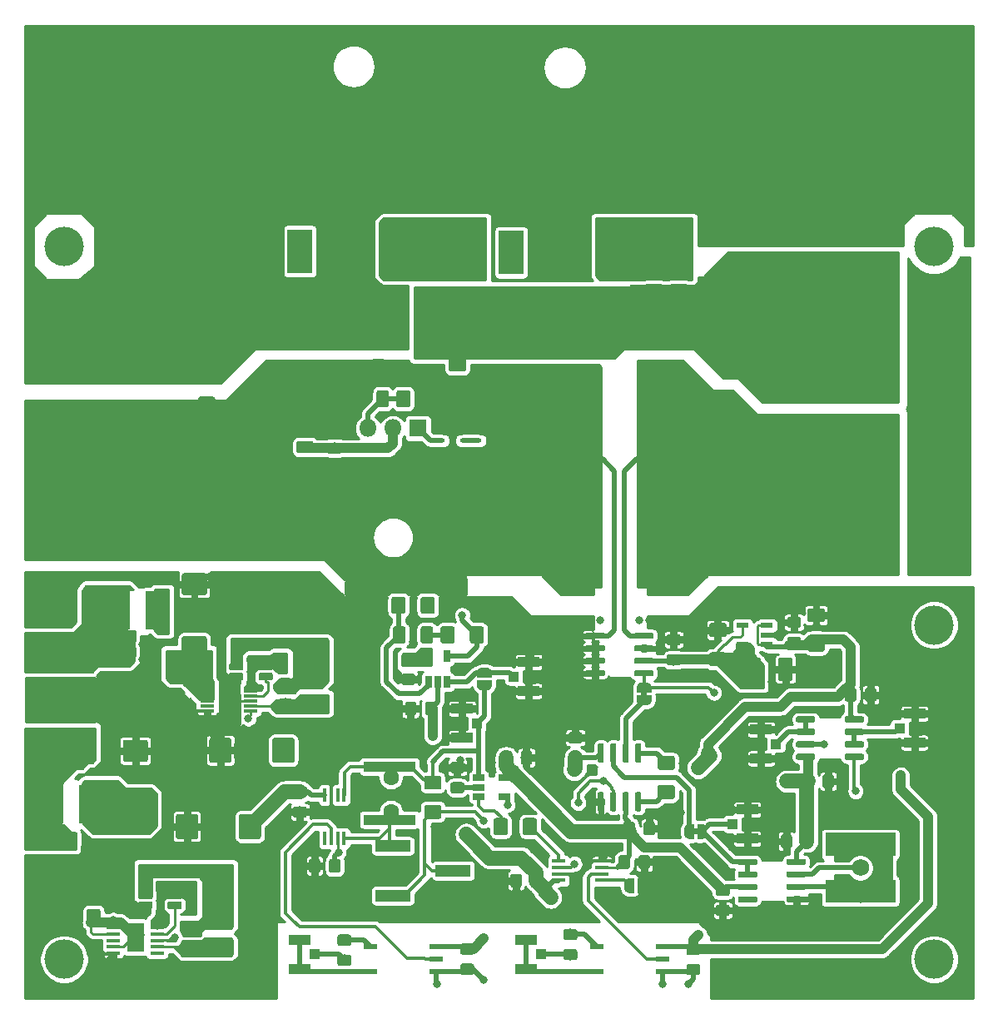
<source format=gtl>
G04 #@! TF.GenerationSoftware,KiCad,Pcbnew,(5.1.4)-1*
G04 #@! TF.CreationDate,2021-06-03T21:11:03-04:00*
G04 #@! TF.ProjectId,shunt_current_control_v2,7368756e-745f-4637-9572-72656e745f63,rev?*
G04 #@! TF.SameCoordinates,Original*
G04 #@! TF.FileFunction,Copper,L1,Top*
G04 #@! TF.FilePolarity,Positive*
%FSLAX46Y46*%
G04 Gerber Fmt 4.6, Leading zero omitted, Abs format (unit mm)*
G04 Created by KiCad (PCBNEW (5.1.4)-1) date 2021-06-03 21:11:03*
%MOMM*%
%LPD*%
G04 APERTURE LIST*
%ADD10C,0.100000*%
%ADD11C,0.500000*%
%ADD12R,2.200000X1.050000*%
%ADD13R,1.050000X1.000000*%
%ADD14R,1.250000X0.600000*%
%ADD15R,0.450000X1.400000*%
%ADD16R,1.400000X0.600000*%
%ADD17R,1.400000X0.450000*%
%ADD18C,1.600000*%
%ADD19C,3.200000*%
%ADD20R,0.600000X0.450000*%
%ADD21C,1.500000*%
%ADD22C,2.532420*%
%ADD23C,1.150000*%
%ADD24C,0.750000*%
%ADD25C,1.250000*%
%ADD26R,1.600000X1.600000*%
%ADD27C,1.425000*%
%ADD28R,1.220000X0.650000*%
%ADD29R,0.650000X1.220000*%
%ADD30C,0.600000*%
%ADD31R,3.550000X1.190000*%
%ADD32R,5.320000X1.020000*%
%ADD33R,1.200000X3.900000*%
%ADD34C,2.250000*%
%ADD35C,3.000000*%
%ADD36R,3.000000X3.000000*%
%ADD37R,2.950000X1.680000*%
%ADD38R,2.950000X7.620000*%
%ADD39C,1.525000*%
%ADD40O,1.800000X1.800000*%
%ADD41R,1.800000X1.800000*%
%ADD42O,2.500000X4.500000*%
%ADD43R,2.500000X4.500000*%
%ADD44C,2.300000*%
%ADD45C,1.510000*%
%ADD46C,1.730000*%
%ADD47R,1.753000X2.947000*%
%ADD48R,1.425000X0.450000*%
%ADD49R,1.680000X1.880000*%
%ADD50R,1.425000X0.300000*%
%ADD51C,4.000000*%
%ADD52C,0.800000*%
%ADD53C,0.500000*%
%ADD54C,0.250000*%
%ADD55C,1.000000*%
%ADD56C,0.375000*%
%ADD57C,1.500000*%
%ADD58C,0.254000*%
G04 APERTURE END LIST*
D10*
G36*
X128200000Y-104250000D02*
G01*
X128200000Y-104750000D01*
X128800000Y-104750000D01*
X128800000Y-104250000D01*
X128200000Y-104250000D01*
G37*
G36*
X133500000Y-118800000D02*
G01*
X134000000Y-118800000D01*
X134000000Y-118200000D01*
X133500000Y-118200000D01*
X133500000Y-118800000D01*
G37*
D11*
X112250000Y-103650000D03*
D10*
G36*
X112999398Y-103650000D02*
G01*
X112999398Y-103674534D01*
X112994588Y-103723365D01*
X112985016Y-103771490D01*
X112970772Y-103818445D01*
X112951995Y-103863778D01*
X112928864Y-103907051D01*
X112901604Y-103947850D01*
X112870476Y-103985779D01*
X112835779Y-104020476D01*
X112797850Y-104051604D01*
X112757051Y-104078864D01*
X112713778Y-104101995D01*
X112668445Y-104120772D01*
X112621490Y-104135016D01*
X112573365Y-104144588D01*
X112524534Y-104149398D01*
X112500000Y-104149398D01*
X112500000Y-104150000D01*
X112000000Y-104150000D01*
X112000000Y-104149398D01*
X111975466Y-104149398D01*
X111926635Y-104144588D01*
X111878510Y-104135016D01*
X111831555Y-104120772D01*
X111786222Y-104101995D01*
X111742949Y-104078864D01*
X111702150Y-104051604D01*
X111664221Y-104020476D01*
X111629524Y-103985779D01*
X111598396Y-103947850D01*
X111571136Y-103907051D01*
X111548005Y-103863778D01*
X111529228Y-103818445D01*
X111514984Y-103771490D01*
X111505412Y-103723365D01*
X111500602Y-103674534D01*
X111500602Y-103650000D01*
X111500000Y-103650000D01*
X111500000Y-103150000D01*
X113000000Y-103150000D01*
X113000000Y-103650000D01*
X112999398Y-103650000D01*
X112999398Y-103650000D01*
G37*
D11*
X112250000Y-102350000D03*
D10*
G36*
X111500000Y-102850000D02*
G01*
X111500000Y-102350000D01*
X111500602Y-102350000D01*
X111500602Y-102325466D01*
X111505412Y-102276635D01*
X111514984Y-102228510D01*
X111529228Y-102181555D01*
X111548005Y-102136222D01*
X111571136Y-102092949D01*
X111598396Y-102052150D01*
X111629524Y-102014221D01*
X111664221Y-101979524D01*
X111702150Y-101948396D01*
X111742949Y-101921136D01*
X111786222Y-101898005D01*
X111831555Y-101879228D01*
X111878510Y-101864984D01*
X111926635Y-101855412D01*
X111975466Y-101850602D01*
X112000000Y-101850602D01*
X112000000Y-101850000D01*
X112500000Y-101850000D01*
X112500000Y-101850602D01*
X112524534Y-101850602D01*
X112573365Y-101855412D01*
X112621490Y-101864984D01*
X112668445Y-101879228D01*
X112713778Y-101898005D01*
X112757051Y-101921136D01*
X112797850Y-101948396D01*
X112835779Y-101979524D01*
X112870476Y-102014221D01*
X112901604Y-102052150D01*
X112928864Y-102092949D01*
X112951995Y-102136222D01*
X112970772Y-102181555D01*
X112985016Y-102228510D01*
X112994588Y-102276635D01*
X112999398Y-102325466D01*
X112999398Y-102350000D01*
X113000000Y-102350000D01*
X113000000Y-102850000D01*
X111500000Y-102850000D01*
X111500000Y-102850000D01*
G37*
D12*
X110000000Y-106025000D03*
X110000000Y-108975000D03*
D13*
X111525000Y-107500000D03*
D14*
X138500000Y-99450000D03*
X138500000Y-97550000D03*
X141000000Y-97550000D03*
X141000000Y-98500000D03*
X141000000Y-99450000D03*
D15*
X97975000Y-119200000D03*
X97325000Y-119200000D03*
X96675000Y-119200000D03*
X96025000Y-119200000D03*
X96025000Y-114800000D03*
X96675000Y-114800000D03*
X97325000Y-114800000D03*
X97975000Y-114800000D03*
D16*
X130350000Y-130230000D03*
X130350000Y-131500000D03*
X130350000Y-132770000D03*
X123650000Y-132770000D03*
X123650000Y-130230000D03*
X107350000Y-130230000D03*
X107350000Y-131500000D03*
X107350000Y-132770000D03*
X100650000Y-132770000D03*
X100650000Y-130230000D03*
D17*
X124200000Y-121525000D03*
X124200000Y-122175000D03*
X124200000Y-122825000D03*
X124200000Y-123475000D03*
X119800000Y-123475000D03*
X119800000Y-122825000D03*
X119800000Y-122175000D03*
X119800000Y-121525000D03*
D18*
X102750000Y-116500000D03*
X102750000Y-113000000D03*
D10*
G36*
X124024865Y-76826202D02*
G01*
X124049095Y-76829796D01*
X124072855Y-76835748D01*
X124095918Y-76844000D01*
X124118061Y-76854472D01*
X124139070Y-76867065D01*
X124158745Y-76881657D01*
X124176894Y-76898106D01*
X124193343Y-76916255D01*
X124207935Y-76935930D01*
X124220528Y-76956939D01*
X124231000Y-76979082D01*
X124239252Y-77002145D01*
X124245204Y-77025905D01*
X124248798Y-77050135D01*
X124250000Y-77074600D01*
X124250000Y-84425400D01*
X124248798Y-84449865D01*
X124245204Y-84474095D01*
X124239252Y-84497855D01*
X124231000Y-84520918D01*
X124220528Y-84543061D01*
X124207935Y-84564070D01*
X124193343Y-84583745D01*
X124176894Y-84601894D01*
X124158745Y-84618343D01*
X124139070Y-84632935D01*
X124118061Y-84645528D01*
X124095918Y-84656000D01*
X124072855Y-84664252D01*
X124049095Y-84670204D01*
X124024865Y-84673798D01*
X124000400Y-84675000D01*
X121299600Y-84675000D01*
X121275135Y-84673798D01*
X121250905Y-84670204D01*
X121227145Y-84664252D01*
X121204082Y-84656000D01*
X121181939Y-84645528D01*
X121160930Y-84632935D01*
X121141255Y-84618343D01*
X121123106Y-84601894D01*
X121106657Y-84583745D01*
X121092065Y-84564070D01*
X121079472Y-84543061D01*
X121069000Y-84520918D01*
X121060748Y-84497855D01*
X121054796Y-84474095D01*
X121051202Y-84449865D01*
X121050000Y-84425400D01*
X121050000Y-77074600D01*
X121051202Y-77050135D01*
X121054796Y-77025905D01*
X121060748Y-77002145D01*
X121069000Y-76979082D01*
X121079472Y-76956939D01*
X121092065Y-76935930D01*
X121106657Y-76916255D01*
X121123106Y-76898106D01*
X121141255Y-76881657D01*
X121160930Y-76867065D01*
X121181939Y-76854472D01*
X121204082Y-76844000D01*
X121227145Y-76835748D01*
X121250905Y-76829796D01*
X121275135Y-76826202D01*
X121299600Y-76825000D01*
X124000400Y-76825000D01*
X124024865Y-76826202D01*
X124024865Y-76826202D01*
G37*
D19*
X122650000Y-80750000D03*
D10*
G36*
X130724865Y-76826202D02*
G01*
X130749095Y-76829796D01*
X130772855Y-76835748D01*
X130795918Y-76844000D01*
X130818061Y-76854472D01*
X130839070Y-76867065D01*
X130858745Y-76881657D01*
X130876894Y-76898106D01*
X130893343Y-76916255D01*
X130907935Y-76935930D01*
X130920528Y-76956939D01*
X130931000Y-76979082D01*
X130939252Y-77002145D01*
X130945204Y-77025905D01*
X130948798Y-77050135D01*
X130950000Y-77074600D01*
X130950000Y-84425400D01*
X130948798Y-84449865D01*
X130945204Y-84474095D01*
X130939252Y-84497855D01*
X130931000Y-84520918D01*
X130920528Y-84543061D01*
X130907935Y-84564070D01*
X130893343Y-84583745D01*
X130876894Y-84601894D01*
X130858745Y-84618343D01*
X130839070Y-84632935D01*
X130818061Y-84645528D01*
X130795918Y-84656000D01*
X130772855Y-84664252D01*
X130749095Y-84670204D01*
X130724865Y-84673798D01*
X130700400Y-84675000D01*
X127999600Y-84675000D01*
X127975135Y-84673798D01*
X127950905Y-84670204D01*
X127927145Y-84664252D01*
X127904082Y-84656000D01*
X127881939Y-84645528D01*
X127860930Y-84632935D01*
X127841255Y-84618343D01*
X127823106Y-84601894D01*
X127806657Y-84583745D01*
X127792065Y-84564070D01*
X127779472Y-84543061D01*
X127769000Y-84520918D01*
X127760748Y-84497855D01*
X127754796Y-84474095D01*
X127751202Y-84449865D01*
X127750000Y-84425400D01*
X127750000Y-77074600D01*
X127751202Y-77050135D01*
X127754796Y-77025905D01*
X127760748Y-77002145D01*
X127769000Y-76979082D01*
X127779472Y-76956939D01*
X127792065Y-76935930D01*
X127806657Y-76916255D01*
X127823106Y-76898106D01*
X127841255Y-76881657D01*
X127860930Y-76867065D01*
X127881939Y-76854472D01*
X127904082Y-76844000D01*
X127927145Y-76835748D01*
X127950905Y-76829796D01*
X127975135Y-76826202D01*
X127999600Y-76825000D01*
X130700400Y-76825000D01*
X130724865Y-76826202D01*
X130724865Y-76826202D01*
G37*
D19*
X129350000Y-80750000D03*
D20*
X113800000Y-78750000D03*
X111700000Y-78750000D03*
X107950000Y-78750000D03*
X110050000Y-78750000D03*
D10*
G36*
X143399504Y-100826204D02*
G01*
X143423773Y-100829804D01*
X143447571Y-100835765D01*
X143470671Y-100844030D01*
X143492849Y-100854520D01*
X143513893Y-100867133D01*
X143533598Y-100881747D01*
X143551777Y-100898223D01*
X143568253Y-100916402D01*
X143582867Y-100936107D01*
X143595480Y-100957151D01*
X143605970Y-100979329D01*
X143614235Y-101002429D01*
X143620196Y-101026227D01*
X143623796Y-101050496D01*
X143625000Y-101075000D01*
X143625000Y-102925000D01*
X143623796Y-102949504D01*
X143620196Y-102973773D01*
X143614235Y-102997571D01*
X143605970Y-103020671D01*
X143595480Y-103042849D01*
X143582867Y-103063893D01*
X143568253Y-103083598D01*
X143551777Y-103101777D01*
X143533598Y-103118253D01*
X143513893Y-103132867D01*
X143492849Y-103145480D01*
X143470671Y-103155970D01*
X143447571Y-103164235D01*
X143423773Y-103170196D01*
X143399504Y-103173796D01*
X143375000Y-103175000D01*
X142375000Y-103175000D01*
X142350496Y-103173796D01*
X142326227Y-103170196D01*
X142302429Y-103164235D01*
X142279329Y-103155970D01*
X142257151Y-103145480D01*
X142236107Y-103132867D01*
X142216402Y-103118253D01*
X142198223Y-103101777D01*
X142181747Y-103083598D01*
X142167133Y-103063893D01*
X142154520Y-103042849D01*
X142144030Y-103020671D01*
X142135765Y-102997571D01*
X142129804Y-102973773D01*
X142126204Y-102949504D01*
X142125000Y-102925000D01*
X142125000Y-101075000D01*
X142126204Y-101050496D01*
X142129804Y-101026227D01*
X142135765Y-101002429D01*
X142144030Y-100979329D01*
X142154520Y-100957151D01*
X142167133Y-100936107D01*
X142181747Y-100916402D01*
X142198223Y-100898223D01*
X142216402Y-100881747D01*
X142236107Y-100867133D01*
X142257151Y-100854520D01*
X142279329Y-100844030D01*
X142302429Y-100835765D01*
X142326227Y-100829804D01*
X142350496Y-100826204D01*
X142375000Y-100825000D01*
X143375000Y-100825000D01*
X143399504Y-100826204D01*
X143399504Y-100826204D01*
G37*
D21*
X142875000Y-102000000D03*
D10*
G36*
X140149504Y-100826204D02*
G01*
X140173773Y-100829804D01*
X140197571Y-100835765D01*
X140220671Y-100844030D01*
X140242849Y-100854520D01*
X140263893Y-100867133D01*
X140283598Y-100881747D01*
X140301777Y-100898223D01*
X140318253Y-100916402D01*
X140332867Y-100936107D01*
X140345480Y-100957151D01*
X140355970Y-100979329D01*
X140364235Y-101002429D01*
X140370196Y-101026227D01*
X140373796Y-101050496D01*
X140375000Y-101075000D01*
X140375000Y-102925000D01*
X140373796Y-102949504D01*
X140370196Y-102973773D01*
X140364235Y-102997571D01*
X140355970Y-103020671D01*
X140345480Y-103042849D01*
X140332867Y-103063893D01*
X140318253Y-103083598D01*
X140301777Y-103101777D01*
X140283598Y-103118253D01*
X140263893Y-103132867D01*
X140242849Y-103145480D01*
X140220671Y-103155970D01*
X140197571Y-103164235D01*
X140173773Y-103170196D01*
X140149504Y-103173796D01*
X140125000Y-103175000D01*
X139125000Y-103175000D01*
X139100496Y-103173796D01*
X139076227Y-103170196D01*
X139052429Y-103164235D01*
X139029329Y-103155970D01*
X139007151Y-103145480D01*
X138986107Y-103132867D01*
X138966402Y-103118253D01*
X138948223Y-103101777D01*
X138931747Y-103083598D01*
X138917133Y-103063893D01*
X138904520Y-103042849D01*
X138894030Y-103020671D01*
X138885765Y-102997571D01*
X138879804Y-102973773D01*
X138876204Y-102949504D01*
X138875000Y-102925000D01*
X138875000Y-101075000D01*
X138876204Y-101050496D01*
X138879804Y-101026227D01*
X138885765Y-101002429D01*
X138894030Y-100979329D01*
X138904520Y-100957151D01*
X138917133Y-100936107D01*
X138931747Y-100916402D01*
X138948223Y-100898223D01*
X138966402Y-100881747D01*
X138986107Y-100867133D01*
X139007151Y-100854520D01*
X139029329Y-100844030D01*
X139052429Y-100835765D01*
X139076227Y-100829804D01*
X139100496Y-100826204D01*
X139125000Y-100825000D01*
X140125000Y-100825000D01*
X140149504Y-100826204D01*
X140149504Y-100826204D01*
G37*
D21*
X139625000Y-102000000D03*
D22*
X152500000Y-78650000D03*
D10*
G36*
X154300000Y-80800000D02*
G01*
X150700000Y-80800000D01*
X151700000Y-76500000D01*
X153300000Y-76500000D01*
X154300000Y-80800000D01*
X154300000Y-80800000D01*
G37*
D22*
X152500000Y-72250000D03*
D10*
G36*
X150700000Y-70100000D02*
G01*
X154300000Y-70100000D01*
X153300000Y-74400000D01*
X151700000Y-74400000D01*
X150700000Y-70100000D01*
X150700000Y-70100000D01*
G37*
G36*
X82974505Y-127651204D02*
G01*
X82998773Y-127654804D01*
X83022572Y-127660765D01*
X83045671Y-127669030D01*
X83067850Y-127679520D01*
X83088893Y-127692132D01*
X83108599Y-127706747D01*
X83126777Y-127723223D01*
X83143253Y-127741401D01*
X83157868Y-127761107D01*
X83170480Y-127782150D01*
X83180970Y-127804329D01*
X83189235Y-127827428D01*
X83195196Y-127851227D01*
X83198796Y-127875495D01*
X83200000Y-127899999D01*
X83200000Y-128550001D01*
X83198796Y-128574505D01*
X83195196Y-128598773D01*
X83189235Y-128622572D01*
X83180970Y-128645671D01*
X83170480Y-128667850D01*
X83157868Y-128688893D01*
X83143253Y-128708599D01*
X83126777Y-128726777D01*
X83108599Y-128743253D01*
X83088893Y-128757868D01*
X83067850Y-128770480D01*
X83045671Y-128780970D01*
X83022572Y-128789235D01*
X82998773Y-128795196D01*
X82974505Y-128798796D01*
X82950001Y-128800000D01*
X82049999Y-128800000D01*
X82025495Y-128798796D01*
X82001227Y-128795196D01*
X81977428Y-128789235D01*
X81954329Y-128780970D01*
X81932150Y-128770480D01*
X81911107Y-128757868D01*
X81891401Y-128743253D01*
X81873223Y-128726777D01*
X81856747Y-128708599D01*
X81842132Y-128688893D01*
X81829520Y-128667850D01*
X81819030Y-128645671D01*
X81810765Y-128622572D01*
X81804804Y-128598773D01*
X81801204Y-128574505D01*
X81800000Y-128550001D01*
X81800000Y-127899999D01*
X81801204Y-127875495D01*
X81804804Y-127851227D01*
X81810765Y-127827428D01*
X81819030Y-127804329D01*
X81829520Y-127782150D01*
X81842132Y-127761107D01*
X81856747Y-127741401D01*
X81873223Y-127723223D01*
X81891401Y-127706747D01*
X81911107Y-127692132D01*
X81932150Y-127679520D01*
X81954329Y-127669030D01*
X81977428Y-127660765D01*
X82001227Y-127654804D01*
X82025495Y-127651204D01*
X82049999Y-127650000D01*
X82950001Y-127650000D01*
X82974505Y-127651204D01*
X82974505Y-127651204D01*
G37*
D23*
X82500000Y-128225000D03*
D10*
G36*
X82974505Y-129701204D02*
G01*
X82998773Y-129704804D01*
X83022572Y-129710765D01*
X83045671Y-129719030D01*
X83067850Y-129729520D01*
X83088893Y-129742132D01*
X83108599Y-129756747D01*
X83126777Y-129773223D01*
X83143253Y-129791401D01*
X83157868Y-129811107D01*
X83170480Y-129832150D01*
X83180970Y-129854329D01*
X83189235Y-129877428D01*
X83195196Y-129901227D01*
X83198796Y-129925495D01*
X83200000Y-129949999D01*
X83200000Y-130600001D01*
X83198796Y-130624505D01*
X83195196Y-130648773D01*
X83189235Y-130672572D01*
X83180970Y-130695671D01*
X83170480Y-130717850D01*
X83157868Y-130738893D01*
X83143253Y-130758599D01*
X83126777Y-130776777D01*
X83108599Y-130793253D01*
X83088893Y-130807868D01*
X83067850Y-130820480D01*
X83045671Y-130830970D01*
X83022572Y-130839235D01*
X82998773Y-130845196D01*
X82974505Y-130848796D01*
X82950001Y-130850000D01*
X82049999Y-130850000D01*
X82025495Y-130848796D01*
X82001227Y-130845196D01*
X81977428Y-130839235D01*
X81954329Y-130830970D01*
X81932150Y-130820480D01*
X81911107Y-130807868D01*
X81891401Y-130793253D01*
X81873223Y-130776777D01*
X81856747Y-130758599D01*
X81842132Y-130738893D01*
X81829520Y-130717850D01*
X81819030Y-130695671D01*
X81810765Y-130672572D01*
X81804804Y-130648773D01*
X81801204Y-130624505D01*
X81800000Y-130600001D01*
X81800000Y-129949999D01*
X81801204Y-129925495D01*
X81804804Y-129901227D01*
X81810765Y-129877428D01*
X81819030Y-129854329D01*
X81829520Y-129832150D01*
X81842132Y-129811107D01*
X81856747Y-129791401D01*
X81873223Y-129773223D01*
X81891401Y-129756747D01*
X81911107Y-129742132D01*
X81932150Y-129729520D01*
X81954329Y-129719030D01*
X81977428Y-129710765D01*
X82001227Y-129704804D01*
X82025495Y-129701204D01*
X82049999Y-129700000D01*
X82950001Y-129700000D01*
X82974505Y-129701204D01*
X82974505Y-129701204D01*
G37*
D23*
X82500000Y-130275000D03*
D10*
G36*
X78356615Y-124625632D02*
G01*
X78369356Y-124627522D01*
X78381850Y-124630652D01*
X78393977Y-124634991D01*
X78405621Y-124640498D01*
X78416669Y-124647120D01*
X78427014Y-124654792D01*
X78436558Y-124663442D01*
X78445208Y-124672986D01*
X78452880Y-124683331D01*
X78459502Y-124694379D01*
X78465009Y-124706023D01*
X78469348Y-124718150D01*
X78472478Y-124730644D01*
X78474368Y-124743385D01*
X78475000Y-124756250D01*
X78475000Y-125243750D01*
X78474368Y-125256615D01*
X78472478Y-125269356D01*
X78469348Y-125281850D01*
X78465009Y-125293977D01*
X78459502Y-125305621D01*
X78452880Y-125316669D01*
X78445208Y-125327014D01*
X78436558Y-125336558D01*
X78427014Y-125345208D01*
X78416669Y-125352880D01*
X78405621Y-125359502D01*
X78393977Y-125365009D01*
X78381850Y-125369348D01*
X78369356Y-125372478D01*
X78356615Y-125374368D01*
X78343750Y-125375000D01*
X77181250Y-125375000D01*
X77168385Y-125374368D01*
X77155644Y-125372478D01*
X77143150Y-125369348D01*
X77131023Y-125365009D01*
X77119379Y-125359502D01*
X77108331Y-125352880D01*
X77097986Y-125345208D01*
X77088442Y-125336558D01*
X77079792Y-125327014D01*
X77072120Y-125316669D01*
X77065498Y-125305621D01*
X77059991Y-125293977D01*
X77055652Y-125281850D01*
X77052522Y-125269356D01*
X77050632Y-125256615D01*
X77050000Y-125243750D01*
X77050000Y-124756250D01*
X77050632Y-124743385D01*
X77052522Y-124730644D01*
X77055652Y-124718150D01*
X77059991Y-124706023D01*
X77065498Y-124694379D01*
X77072120Y-124683331D01*
X77079792Y-124672986D01*
X77088442Y-124663442D01*
X77097986Y-124654792D01*
X77108331Y-124647120D01*
X77119379Y-124640498D01*
X77131023Y-124634991D01*
X77143150Y-124630652D01*
X77155644Y-124627522D01*
X77168385Y-124625632D01*
X77181250Y-124625000D01*
X78343750Y-124625000D01*
X78356615Y-124625632D01*
X78356615Y-124625632D01*
G37*
D24*
X77762500Y-125000000D03*
D10*
G36*
X81344115Y-124625632D02*
G01*
X81356856Y-124627522D01*
X81369350Y-124630652D01*
X81381477Y-124634991D01*
X81393121Y-124640498D01*
X81404169Y-124647120D01*
X81414514Y-124654792D01*
X81424058Y-124663442D01*
X81432708Y-124672986D01*
X81440380Y-124683331D01*
X81447002Y-124694379D01*
X81452509Y-124706023D01*
X81456848Y-124718150D01*
X81459978Y-124730644D01*
X81461868Y-124743385D01*
X81462500Y-124756250D01*
X81462500Y-125243750D01*
X81461868Y-125256615D01*
X81459978Y-125269356D01*
X81456848Y-125281850D01*
X81452509Y-125293977D01*
X81447002Y-125305621D01*
X81440380Y-125316669D01*
X81432708Y-125327014D01*
X81424058Y-125336558D01*
X81414514Y-125345208D01*
X81404169Y-125352880D01*
X81393121Y-125359502D01*
X81381477Y-125365009D01*
X81369350Y-125369348D01*
X81356856Y-125372478D01*
X81344115Y-125374368D01*
X81331250Y-125375000D01*
X80168750Y-125375000D01*
X80155885Y-125374368D01*
X80143144Y-125372478D01*
X80130650Y-125369348D01*
X80118523Y-125365009D01*
X80106879Y-125359502D01*
X80095831Y-125352880D01*
X80085486Y-125345208D01*
X80075942Y-125336558D01*
X80067292Y-125327014D01*
X80059620Y-125316669D01*
X80052998Y-125305621D01*
X80047491Y-125293977D01*
X80043152Y-125281850D01*
X80040022Y-125269356D01*
X80038132Y-125256615D01*
X80037500Y-125243750D01*
X80037500Y-124756250D01*
X80038132Y-124743385D01*
X80040022Y-124730644D01*
X80043152Y-124718150D01*
X80047491Y-124706023D01*
X80052998Y-124694379D01*
X80059620Y-124683331D01*
X80067292Y-124672986D01*
X80075942Y-124663442D01*
X80085486Y-124654792D01*
X80095831Y-124647120D01*
X80106879Y-124640498D01*
X80118523Y-124634991D01*
X80130650Y-124630652D01*
X80143144Y-124627522D01*
X80155885Y-124625632D01*
X80168750Y-124625000D01*
X81331250Y-124625000D01*
X81344115Y-124625632D01*
X81344115Y-124625632D01*
G37*
D24*
X80750000Y-125000000D03*
D10*
G36*
X78356615Y-125625632D02*
G01*
X78369356Y-125627522D01*
X78381850Y-125630652D01*
X78393977Y-125634991D01*
X78405621Y-125640498D01*
X78416669Y-125647120D01*
X78427014Y-125654792D01*
X78436558Y-125663442D01*
X78445208Y-125672986D01*
X78452880Y-125683331D01*
X78459502Y-125694379D01*
X78465009Y-125706023D01*
X78469348Y-125718150D01*
X78472478Y-125730644D01*
X78474368Y-125743385D01*
X78475000Y-125756250D01*
X78475000Y-126243750D01*
X78474368Y-126256615D01*
X78472478Y-126269356D01*
X78469348Y-126281850D01*
X78465009Y-126293977D01*
X78459502Y-126305621D01*
X78452880Y-126316669D01*
X78445208Y-126327014D01*
X78436558Y-126336558D01*
X78427014Y-126345208D01*
X78416669Y-126352880D01*
X78405621Y-126359502D01*
X78393977Y-126365009D01*
X78381850Y-126369348D01*
X78369356Y-126372478D01*
X78356615Y-126374368D01*
X78343750Y-126375000D01*
X77181250Y-126375000D01*
X77168385Y-126374368D01*
X77155644Y-126372478D01*
X77143150Y-126369348D01*
X77131023Y-126365009D01*
X77119379Y-126359502D01*
X77108331Y-126352880D01*
X77097986Y-126345208D01*
X77088442Y-126336558D01*
X77079792Y-126327014D01*
X77072120Y-126316669D01*
X77065498Y-126305621D01*
X77059991Y-126293977D01*
X77055652Y-126281850D01*
X77052522Y-126269356D01*
X77050632Y-126256615D01*
X77050000Y-126243750D01*
X77050000Y-125756250D01*
X77050632Y-125743385D01*
X77052522Y-125730644D01*
X77055652Y-125718150D01*
X77059991Y-125706023D01*
X77065498Y-125694379D01*
X77072120Y-125683331D01*
X77079792Y-125672986D01*
X77088442Y-125663442D01*
X77097986Y-125654792D01*
X77108331Y-125647120D01*
X77119379Y-125640498D01*
X77131023Y-125634991D01*
X77143150Y-125630652D01*
X77155644Y-125627522D01*
X77168385Y-125625632D01*
X77181250Y-125625000D01*
X78343750Y-125625000D01*
X78356615Y-125625632D01*
X78356615Y-125625632D01*
G37*
D24*
X77762500Y-126000000D03*
D10*
G36*
X81344115Y-125625632D02*
G01*
X81356856Y-125627522D01*
X81369350Y-125630652D01*
X81381477Y-125634991D01*
X81393121Y-125640498D01*
X81404169Y-125647120D01*
X81414514Y-125654792D01*
X81424058Y-125663442D01*
X81432708Y-125672986D01*
X81440380Y-125683331D01*
X81447002Y-125694379D01*
X81452509Y-125706023D01*
X81456848Y-125718150D01*
X81459978Y-125730644D01*
X81461868Y-125743385D01*
X81462500Y-125756250D01*
X81462500Y-126243750D01*
X81461868Y-126256615D01*
X81459978Y-126269356D01*
X81456848Y-126281850D01*
X81452509Y-126293977D01*
X81447002Y-126305621D01*
X81440380Y-126316669D01*
X81432708Y-126327014D01*
X81424058Y-126336558D01*
X81414514Y-126345208D01*
X81404169Y-126352880D01*
X81393121Y-126359502D01*
X81381477Y-126365009D01*
X81369350Y-126369348D01*
X81356856Y-126372478D01*
X81344115Y-126374368D01*
X81331250Y-126375000D01*
X80168750Y-126375000D01*
X80155885Y-126374368D01*
X80143144Y-126372478D01*
X80130650Y-126369348D01*
X80118523Y-126365009D01*
X80106879Y-126359502D01*
X80095831Y-126352880D01*
X80085486Y-126345208D01*
X80075942Y-126336558D01*
X80067292Y-126327014D01*
X80059620Y-126316669D01*
X80052998Y-126305621D01*
X80047491Y-126293977D01*
X80043152Y-126281850D01*
X80040022Y-126269356D01*
X80038132Y-126256615D01*
X80037500Y-126243750D01*
X80037500Y-125756250D01*
X80038132Y-125743385D01*
X80040022Y-125730644D01*
X80043152Y-125718150D01*
X80047491Y-125706023D01*
X80052998Y-125694379D01*
X80059620Y-125683331D01*
X80067292Y-125672986D01*
X80075942Y-125663442D01*
X80085486Y-125654792D01*
X80095831Y-125647120D01*
X80106879Y-125640498D01*
X80118523Y-125634991D01*
X80130650Y-125630652D01*
X80143144Y-125627522D01*
X80155885Y-125625632D01*
X80168750Y-125625000D01*
X81331250Y-125625000D01*
X81344115Y-125625632D01*
X81344115Y-125625632D01*
G37*
D24*
X80750000Y-126000000D03*
D10*
G36*
X86199504Y-129376204D02*
G01*
X86223773Y-129379804D01*
X86247571Y-129385765D01*
X86270671Y-129394030D01*
X86292849Y-129404520D01*
X86313893Y-129417133D01*
X86333598Y-129431747D01*
X86351777Y-129448223D01*
X86368253Y-129466402D01*
X86382867Y-129486107D01*
X86395480Y-129507151D01*
X86405970Y-129529329D01*
X86414235Y-129552429D01*
X86420196Y-129576227D01*
X86423796Y-129600496D01*
X86425000Y-129625000D01*
X86425000Y-130625000D01*
X86423796Y-130649504D01*
X86420196Y-130673773D01*
X86414235Y-130697571D01*
X86405970Y-130720671D01*
X86395480Y-130742849D01*
X86382867Y-130763893D01*
X86368253Y-130783598D01*
X86351777Y-130801777D01*
X86333598Y-130818253D01*
X86313893Y-130832867D01*
X86292849Y-130845480D01*
X86270671Y-130855970D01*
X86247571Y-130864235D01*
X86223773Y-130870196D01*
X86199504Y-130873796D01*
X86175000Y-130875000D01*
X84325000Y-130875000D01*
X84300496Y-130873796D01*
X84276227Y-130870196D01*
X84252429Y-130864235D01*
X84229329Y-130855970D01*
X84207151Y-130845480D01*
X84186107Y-130832867D01*
X84166402Y-130818253D01*
X84148223Y-130801777D01*
X84131747Y-130783598D01*
X84117133Y-130763893D01*
X84104520Y-130742849D01*
X84094030Y-130720671D01*
X84085765Y-130697571D01*
X84079804Y-130673773D01*
X84076204Y-130649504D01*
X84075000Y-130625000D01*
X84075000Y-129625000D01*
X84076204Y-129600496D01*
X84079804Y-129576227D01*
X84085765Y-129552429D01*
X84094030Y-129529329D01*
X84104520Y-129507151D01*
X84117133Y-129486107D01*
X84131747Y-129466402D01*
X84148223Y-129448223D01*
X84166402Y-129431747D01*
X84186107Y-129417133D01*
X84207151Y-129404520D01*
X84229329Y-129394030D01*
X84252429Y-129385765D01*
X84276227Y-129379804D01*
X84300496Y-129376204D01*
X84325000Y-129375000D01*
X86175000Y-129375000D01*
X86199504Y-129376204D01*
X86199504Y-129376204D01*
G37*
D21*
X85250000Y-130125000D03*
D10*
G36*
X86199504Y-126126204D02*
G01*
X86223773Y-126129804D01*
X86247571Y-126135765D01*
X86270671Y-126144030D01*
X86292849Y-126154520D01*
X86313893Y-126167133D01*
X86333598Y-126181747D01*
X86351777Y-126198223D01*
X86368253Y-126216402D01*
X86382867Y-126236107D01*
X86395480Y-126257151D01*
X86405970Y-126279329D01*
X86414235Y-126302429D01*
X86420196Y-126326227D01*
X86423796Y-126350496D01*
X86425000Y-126375000D01*
X86425000Y-127375000D01*
X86423796Y-127399504D01*
X86420196Y-127423773D01*
X86414235Y-127447571D01*
X86405970Y-127470671D01*
X86395480Y-127492849D01*
X86382867Y-127513893D01*
X86368253Y-127533598D01*
X86351777Y-127551777D01*
X86333598Y-127568253D01*
X86313893Y-127582867D01*
X86292849Y-127595480D01*
X86270671Y-127605970D01*
X86247571Y-127614235D01*
X86223773Y-127620196D01*
X86199504Y-127623796D01*
X86175000Y-127625000D01*
X84325000Y-127625000D01*
X84300496Y-127623796D01*
X84276227Y-127620196D01*
X84252429Y-127614235D01*
X84229329Y-127605970D01*
X84207151Y-127595480D01*
X84186107Y-127582867D01*
X84166402Y-127568253D01*
X84148223Y-127551777D01*
X84131747Y-127533598D01*
X84117133Y-127513893D01*
X84104520Y-127492849D01*
X84094030Y-127470671D01*
X84085765Y-127447571D01*
X84079804Y-127423773D01*
X84076204Y-127399504D01*
X84075000Y-127375000D01*
X84075000Y-126375000D01*
X84076204Y-126350496D01*
X84079804Y-126326227D01*
X84085765Y-126302429D01*
X84094030Y-126279329D01*
X84104520Y-126257151D01*
X84117133Y-126236107D01*
X84131747Y-126216402D01*
X84148223Y-126198223D01*
X84166402Y-126181747D01*
X84186107Y-126167133D01*
X84207151Y-126154520D01*
X84229329Y-126144030D01*
X84252429Y-126135765D01*
X84276227Y-126129804D01*
X84300496Y-126126204D01*
X84325000Y-126125000D01*
X86175000Y-126125000D01*
X86199504Y-126126204D01*
X86199504Y-126126204D01*
G37*
D21*
X85250000Y-126875000D03*
D10*
G36*
X95699504Y-101376204D02*
G01*
X95723773Y-101379804D01*
X95747571Y-101385765D01*
X95770671Y-101394030D01*
X95792849Y-101404520D01*
X95813893Y-101417133D01*
X95833598Y-101431747D01*
X95851777Y-101448223D01*
X95868253Y-101466402D01*
X95882867Y-101486107D01*
X95895480Y-101507151D01*
X95905970Y-101529329D01*
X95914235Y-101552429D01*
X95920196Y-101576227D01*
X95923796Y-101600496D01*
X95925000Y-101625000D01*
X95925000Y-102625000D01*
X95923796Y-102649504D01*
X95920196Y-102673773D01*
X95914235Y-102697571D01*
X95905970Y-102720671D01*
X95895480Y-102742849D01*
X95882867Y-102763893D01*
X95868253Y-102783598D01*
X95851777Y-102801777D01*
X95833598Y-102818253D01*
X95813893Y-102832867D01*
X95792849Y-102845480D01*
X95770671Y-102855970D01*
X95747571Y-102864235D01*
X95723773Y-102870196D01*
X95699504Y-102873796D01*
X95675000Y-102875000D01*
X93825000Y-102875000D01*
X93800496Y-102873796D01*
X93776227Y-102870196D01*
X93752429Y-102864235D01*
X93729329Y-102855970D01*
X93707151Y-102845480D01*
X93686107Y-102832867D01*
X93666402Y-102818253D01*
X93648223Y-102801777D01*
X93631747Y-102783598D01*
X93617133Y-102763893D01*
X93604520Y-102742849D01*
X93594030Y-102720671D01*
X93585765Y-102697571D01*
X93579804Y-102673773D01*
X93576204Y-102649504D01*
X93575000Y-102625000D01*
X93575000Y-101625000D01*
X93576204Y-101600496D01*
X93579804Y-101576227D01*
X93585765Y-101552429D01*
X93594030Y-101529329D01*
X93604520Y-101507151D01*
X93617133Y-101486107D01*
X93631747Y-101466402D01*
X93648223Y-101448223D01*
X93666402Y-101431747D01*
X93686107Y-101417133D01*
X93707151Y-101404520D01*
X93729329Y-101394030D01*
X93752429Y-101385765D01*
X93776227Y-101379804D01*
X93800496Y-101376204D01*
X93825000Y-101375000D01*
X95675000Y-101375000D01*
X95699504Y-101376204D01*
X95699504Y-101376204D01*
G37*
D21*
X94750000Y-102125000D03*
D10*
G36*
X95699504Y-104626204D02*
G01*
X95723773Y-104629804D01*
X95747571Y-104635765D01*
X95770671Y-104644030D01*
X95792849Y-104654520D01*
X95813893Y-104667133D01*
X95833598Y-104681747D01*
X95851777Y-104698223D01*
X95868253Y-104716402D01*
X95882867Y-104736107D01*
X95895480Y-104757151D01*
X95905970Y-104779329D01*
X95914235Y-104802429D01*
X95920196Y-104826227D01*
X95923796Y-104850496D01*
X95925000Y-104875000D01*
X95925000Y-105875000D01*
X95923796Y-105899504D01*
X95920196Y-105923773D01*
X95914235Y-105947571D01*
X95905970Y-105970671D01*
X95895480Y-105992849D01*
X95882867Y-106013893D01*
X95868253Y-106033598D01*
X95851777Y-106051777D01*
X95833598Y-106068253D01*
X95813893Y-106082867D01*
X95792849Y-106095480D01*
X95770671Y-106105970D01*
X95747571Y-106114235D01*
X95723773Y-106120196D01*
X95699504Y-106123796D01*
X95675000Y-106125000D01*
X93825000Y-106125000D01*
X93800496Y-106123796D01*
X93776227Y-106120196D01*
X93752429Y-106114235D01*
X93729329Y-106105970D01*
X93707151Y-106095480D01*
X93686107Y-106082867D01*
X93666402Y-106068253D01*
X93648223Y-106051777D01*
X93631747Y-106033598D01*
X93617133Y-106013893D01*
X93604520Y-105992849D01*
X93594030Y-105970671D01*
X93585765Y-105947571D01*
X93579804Y-105923773D01*
X93576204Y-105899504D01*
X93575000Y-105875000D01*
X93575000Y-104875000D01*
X93576204Y-104850496D01*
X93579804Y-104826227D01*
X93585765Y-104802429D01*
X93594030Y-104779329D01*
X93604520Y-104757151D01*
X93617133Y-104736107D01*
X93631747Y-104716402D01*
X93648223Y-104698223D01*
X93666402Y-104681747D01*
X93686107Y-104667133D01*
X93707151Y-104654520D01*
X93729329Y-104644030D01*
X93752429Y-104635765D01*
X93776227Y-104629804D01*
X93800496Y-104626204D01*
X93825000Y-104625000D01*
X95675000Y-104625000D01*
X95699504Y-104626204D01*
X95699504Y-104626204D01*
G37*
D21*
X94750000Y-105375000D03*
D10*
G36*
X87606615Y-101375632D02*
G01*
X87619356Y-101377522D01*
X87631850Y-101380652D01*
X87643977Y-101384991D01*
X87655621Y-101390498D01*
X87666669Y-101397120D01*
X87677014Y-101404792D01*
X87686558Y-101413442D01*
X87695208Y-101422986D01*
X87702880Y-101433331D01*
X87709502Y-101444379D01*
X87715009Y-101456023D01*
X87719348Y-101468150D01*
X87722478Y-101480644D01*
X87724368Y-101493385D01*
X87725000Y-101506250D01*
X87725000Y-101993750D01*
X87724368Y-102006615D01*
X87722478Y-102019356D01*
X87719348Y-102031850D01*
X87715009Y-102043977D01*
X87709502Y-102055621D01*
X87702880Y-102066669D01*
X87695208Y-102077014D01*
X87686558Y-102086558D01*
X87677014Y-102095208D01*
X87666669Y-102102880D01*
X87655621Y-102109502D01*
X87643977Y-102115009D01*
X87631850Y-102119348D01*
X87619356Y-102122478D01*
X87606615Y-102124368D01*
X87593750Y-102125000D01*
X86431250Y-102125000D01*
X86418385Y-102124368D01*
X86405644Y-102122478D01*
X86393150Y-102119348D01*
X86381023Y-102115009D01*
X86369379Y-102109502D01*
X86358331Y-102102880D01*
X86347986Y-102095208D01*
X86338442Y-102086558D01*
X86329792Y-102077014D01*
X86322120Y-102066669D01*
X86315498Y-102055621D01*
X86309991Y-102043977D01*
X86305652Y-102031850D01*
X86302522Y-102019356D01*
X86300632Y-102006615D01*
X86300000Y-101993750D01*
X86300000Y-101506250D01*
X86300632Y-101493385D01*
X86302522Y-101480644D01*
X86305652Y-101468150D01*
X86309991Y-101456023D01*
X86315498Y-101444379D01*
X86322120Y-101433331D01*
X86329792Y-101422986D01*
X86338442Y-101413442D01*
X86347986Y-101404792D01*
X86358331Y-101397120D01*
X86369379Y-101390498D01*
X86381023Y-101384991D01*
X86393150Y-101380652D01*
X86405644Y-101377522D01*
X86418385Y-101375632D01*
X86431250Y-101375000D01*
X87593750Y-101375000D01*
X87606615Y-101375632D01*
X87606615Y-101375632D01*
G37*
D24*
X87012500Y-101750000D03*
D10*
G36*
X90594115Y-101375632D02*
G01*
X90606856Y-101377522D01*
X90619350Y-101380652D01*
X90631477Y-101384991D01*
X90643121Y-101390498D01*
X90654169Y-101397120D01*
X90664514Y-101404792D01*
X90674058Y-101413442D01*
X90682708Y-101422986D01*
X90690380Y-101433331D01*
X90697002Y-101444379D01*
X90702509Y-101456023D01*
X90706848Y-101468150D01*
X90709978Y-101480644D01*
X90711868Y-101493385D01*
X90712500Y-101506250D01*
X90712500Y-101993750D01*
X90711868Y-102006615D01*
X90709978Y-102019356D01*
X90706848Y-102031850D01*
X90702509Y-102043977D01*
X90697002Y-102055621D01*
X90690380Y-102066669D01*
X90682708Y-102077014D01*
X90674058Y-102086558D01*
X90664514Y-102095208D01*
X90654169Y-102102880D01*
X90643121Y-102109502D01*
X90631477Y-102115009D01*
X90619350Y-102119348D01*
X90606856Y-102122478D01*
X90594115Y-102124368D01*
X90581250Y-102125000D01*
X89418750Y-102125000D01*
X89405885Y-102124368D01*
X89393144Y-102122478D01*
X89380650Y-102119348D01*
X89368523Y-102115009D01*
X89356879Y-102109502D01*
X89345831Y-102102880D01*
X89335486Y-102095208D01*
X89325942Y-102086558D01*
X89317292Y-102077014D01*
X89309620Y-102066669D01*
X89302998Y-102055621D01*
X89297491Y-102043977D01*
X89293152Y-102031850D01*
X89290022Y-102019356D01*
X89288132Y-102006615D01*
X89287500Y-101993750D01*
X89287500Y-101506250D01*
X89288132Y-101493385D01*
X89290022Y-101480644D01*
X89293152Y-101468150D01*
X89297491Y-101456023D01*
X89302998Y-101444379D01*
X89309620Y-101433331D01*
X89317292Y-101422986D01*
X89325942Y-101413442D01*
X89335486Y-101404792D01*
X89345831Y-101397120D01*
X89356879Y-101390498D01*
X89368523Y-101384991D01*
X89380650Y-101380652D01*
X89393144Y-101377522D01*
X89405885Y-101375632D01*
X89418750Y-101375000D01*
X90581250Y-101375000D01*
X90594115Y-101375632D01*
X90594115Y-101375632D01*
G37*
D24*
X90000000Y-101750000D03*
D10*
G36*
X87606615Y-102375632D02*
G01*
X87619356Y-102377522D01*
X87631850Y-102380652D01*
X87643977Y-102384991D01*
X87655621Y-102390498D01*
X87666669Y-102397120D01*
X87677014Y-102404792D01*
X87686558Y-102413442D01*
X87695208Y-102422986D01*
X87702880Y-102433331D01*
X87709502Y-102444379D01*
X87715009Y-102456023D01*
X87719348Y-102468150D01*
X87722478Y-102480644D01*
X87724368Y-102493385D01*
X87725000Y-102506250D01*
X87725000Y-102993750D01*
X87724368Y-103006615D01*
X87722478Y-103019356D01*
X87719348Y-103031850D01*
X87715009Y-103043977D01*
X87709502Y-103055621D01*
X87702880Y-103066669D01*
X87695208Y-103077014D01*
X87686558Y-103086558D01*
X87677014Y-103095208D01*
X87666669Y-103102880D01*
X87655621Y-103109502D01*
X87643977Y-103115009D01*
X87631850Y-103119348D01*
X87619356Y-103122478D01*
X87606615Y-103124368D01*
X87593750Y-103125000D01*
X86431250Y-103125000D01*
X86418385Y-103124368D01*
X86405644Y-103122478D01*
X86393150Y-103119348D01*
X86381023Y-103115009D01*
X86369379Y-103109502D01*
X86358331Y-103102880D01*
X86347986Y-103095208D01*
X86338442Y-103086558D01*
X86329792Y-103077014D01*
X86322120Y-103066669D01*
X86315498Y-103055621D01*
X86309991Y-103043977D01*
X86305652Y-103031850D01*
X86302522Y-103019356D01*
X86300632Y-103006615D01*
X86300000Y-102993750D01*
X86300000Y-102506250D01*
X86300632Y-102493385D01*
X86302522Y-102480644D01*
X86305652Y-102468150D01*
X86309991Y-102456023D01*
X86315498Y-102444379D01*
X86322120Y-102433331D01*
X86329792Y-102422986D01*
X86338442Y-102413442D01*
X86347986Y-102404792D01*
X86358331Y-102397120D01*
X86369379Y-102390498D01*
X86381023Y-102384991D01*
X86393150Y-102380652D01*
X86405644Y-102377522D01*
X86418385Y-102375632D01*
X86431250Y-102375000D01*
X87593750Y-102375000D01*
X87606615Y-102375632D01*
X87606615Y-102375632D01*
G37*
D24*
X87012500Y-102750000D03*
D10*
G36*
X90594115Y-102375632D02*
G01*
X90606856Y-102377522D01*
X90619350Y-102380652D01*
X90631477Y-102384991D01*
X90643121Y-102390498D01*
X90654169Y-102397120D01*
X90664514Y-102404792D01*
X90674058Y-102413442D01*
X90682708Y-102422986D01*
X90690380Y-102433331D01*
X90697002Y-102444379D01*
X90702509Y-102456023D01*
X90706848Y-102468150D01*
X90709978Y-102480644D01*
X90711868Y-102493385D01*
X90712500Y-102506250D01*
X90712500Y-102993750D01*
X90711868Y-103006615D01*
X90709978Y-103019356D01*
X90706848Y-103031850D01*
X90702509Y-103043977D01*
X90697002Y-103055621D01*
X90690380Y-103066669D01*
X90682708Y-103077014D01*
X90674058Y-103086558D01*
X90664514Y-103095208D01*
X90654169Y-103102880D01*
X90643121Y-103109502D01*
X90631477Y-103115009D01*
X90619350Y-103119348D01*
X90606856Y-103122478D01*
X90594115Y-103124368D01*
X90581250Y-103125000D01*
X89418750Y-103125000D01*
X89405885Y-103124368D01*
X89393144Y-103122478D01*
X89380650Y-103119348D01*
X89368523Y-103115009D01*
X89356879Y-103109502D01*
X89345831Y-103102880D01*
X89335486Y-103095208D01*
X89325942Y-103086558D01*
X89317292Y-103077014D01*
X89309620Y-103066669D01*
X89302998Y-103055621D01*
X89297491Y-103043977D01*
X89293152Y-103031850D01*
X89290022Y-103019356D01*
X89288132Y-103006615D01*
X89287500Y-102993750D01*
X89287500Y-102506250D01*
X89288132Y-102493385D01*
X89290022Y-102480644D01*
X89293152Y-102468150D01*
X89297491Y-102456023D01*
X89302998Y-102444379D01*
X89309620Y-102433331D01*
X89317292Y-102422986D01*
X89325942Y-102413442D01*
X89335486Y-102404792D01*
X89345831Y-102397120D01*
X89356879Y-102390498D01*
X89368523Y-102384991D01*
X89380650Y-102380652D01*
X89393144Y-102377522D01*
X89405885Y-102375632D01*
X89418750Y-102375000D01*
X90581250Y-102375000D01*
X90594115Y-102375632D01*
X90594115Y-102375632D01*
G37*
D24*
X90000000Y-102750000D03*
D10*
G36*
X92474505Y-102901204D02*
G01*
X92498773Y-102904804D01*
X92522572Y-102910765D01*
X92545671Y-102919030D01*
X92567850Y-102929520D01*
X92588893Y-102942132D01*
X92608599Y-102956747D01*
X92626777Y-102973223D01*
X92643253Y-102991401D01*
X92657868Y-103011107D01*
X92670480Y-103032150D01*
X92680970Y-103054329D01*
X92689235Y-103077428D01*
X92695196Y-103101227D01*
X92698796Y-103125495D01*
X92700000Y-103149999D01*
X92700000Y-103800001D01*
X92698796Y-103824505D01*
X92695196Y-103848773D01*
X92689235Y-103872572D01*
X92680970Y-103895671D01*
X92670480Y-103917850D01*
X92657868Y-103938893D01*
X92643253Y-103958599D01*
X92626777Y-103976777D01*
X92608599Y-103993253D01*
X92588893Y-104007868D01*
X92567850Y-104020480D01*
X92545671Y-104030970D01*
X92522572Y-104039235D01*
X92498773Y-104045196D01*
X92474505Y-104048796D01*
X92450001Y-104050000D01*
X91549999Y-104050000D01*
X91525495Y-104048796D01*
X91501227Y-104045196D01*
X91477428Y-104039235D01*
X91454329Y-104030970D01*
X91432150Y-104020480D01*
X91411107Y-104007868D01*
X91391401Y-103993253D01*
X91373223Y-103976777D01*
X91356747Y-103958599D01*
X91342132Y-103938893D01*
X91329520Y-103917850D01*
X91319030Y-103895671D01*
X91310765Y-103872572D01*
X91304804Y-103848773D01*
X91301204Y-103824505D01*
X91300000Y-103800001D01*
X91300000Y-103149999D01*
X91301204Y-103125495D01*
X91304804Y-103101227D01*
X91310765Y-103077428D01*
X91319030Y-103054329D01*
X91329520Y-103032150D01*
X91342132Y-103011107D01*
X91356747Y-102991401D01*
X91373223Y-102973223D01*
X91391401Y-102956747D01*
X91411107Y-102942132D01*
X91432150Y-102929520D01*
X91454329Y-102919030D01*
X91477428Y-102910765D01*
X91501227Y-102904804D01*
X91525495Y-102901204D01*
X91549999Y-102900000D01*
X92450001Y-102900000D01*
X92474505Y-102901204D01*
X92474505Y-102901204D01*
G37*
D23*
X92000000Y-103475000D03*
D10*
G36*
X92474505Y-104951204D02*
G01*
X92498773Y-104954804D01*
X92522572Y-104960765D01*
X92545671Y-104969030D01*
X92567850Y-104979520D01*
X92588893Y-104992132D01*
X92608599Y-105006747D01*
X92626777Y-105023223D01*
X92643253Y-105041401D01*
X92657868Y-105061107D01*
X92670480Y-105082150D01*
X92680970Y-105104329D01*
X92689235Y-105127428D01*
X92695196Y-105151227D01*
X92698796Y-105175495D01*
X92700000Y-105199999D01*
X92700000Y-105850001D01*
X92698796Y-105874505D01*
X92695196Y-105898773D01*
X92689235Y-105922572D01*
X92680970Y-105945671D01*
X92670480Y-105967850D01*
X92657868Y-105988893D01*
X92643253Y-106008599D01*
X92626777Y-106026777D01*
X92608599Y-106043253D01*
X92588893Y-106057868D01*
X92567850Y-106070480D01*
X92545671Y-106080970D01*
X92522572Y-106089235D01*
X92498773Y-106095196D01*
X92474505Y-106098796D01*
X92450001Y-106100000D01*
X91549999Y-106100000D01*
X91525495Y-106098796D01*
X91501227Y-106095196D01*
X91477428Y-106089235D01*
X91454329Y-106080970D01*
X91432150Y-106070480D01*
X91411107Y-106057868D01*
X91391401Y-106043253D01*
X91373223Y-106026777D01*
X91356747Y-106008599D01*
X91342132Y-105988893D01*
X91329520Y-105967850D01*
X91319030Y-105945671D01*
X91310765Y-105922572D01*
X91304804Y-105898773D01*
X91301204Y-105874505D01*
X91300000Y-105850001D01*
X91300000Y-105199999D01*
X91301204Y-105175495D01*
X91304804Y-105151227D01*
X91310765Y-105127428D01*
X91319030Y-105104329D01*
X91329520Y-105082150D01*
X91342132Y-105061107D01*
X91356747Y-105041401D01*
X91373223Y-105023223D01*
X91391401Y-105006747D01*
X91411107Y-104992132D01*
X91432150Y-104979520D01*
X91454329Y-104969030D01*
X91477428Y-104960765D01*
X91501227Y-104954804D01*
X91525495Y-104951204D01*
X91549999Y-104950000D01*
X92450001Y-104950000D01*
X92474505Y-104951204D01*
X92474505Y-104951204D01*
G37*
D23*
X92000000Y-105525000D03*
D10*
G36*
X101974505Y-68401204D02*
G01*
X101998773Y-68404804D01*
X102022572Y-68410765D01*
X102045671Y-68419030D01*
X102067850Y-68429520D01*
X102088893Y-68442132D01*
X102108599Y-68456747D01*
X102126777Y-68473223D01*
X102143253Y-68491401D01*
X102157868Y-68511107D01*
X102170480Y-68532150D01*
X102180970Y-68554329D01*
X102189235Y-68577428D01*
X102195196Y-68601227D01*
X102198796Y-68625495D01*
X102200000Y-68649999D01*
X102200000Y-69300001D01*
X102198796Y-69324505D01*
X102195196Y-69348773D01*
X102189235Y-69372572D01*
X102180970Y-69395671D01*
X102170480Y-69417850D01*
X102157868Y-69438893D01*
X102143253Y-69458599D01*
X102126777Y-69476777D01*
X102108599Y-69493253D01*
X102088893Y-69507868D01*
X102067850Y-69520480D01*
X102045671Y-69530970D01*
X102022572Y-69539235D01*
X101998773Y-69545196D01*
X101974505Y-69548796D01*
X101950001Y-69550000D01*
X101049999Y-69550000D01*
X101025495Y-69548796D01*
X101001227Y-69545196D01*
X100977428Y-69539235D01*
X100954329Y-69530970D01*
X100932150Y-69520480D01*
X100911107Y-69507868D01*
X100891401Y-69493253D01*
X100873223Y-69476777D01*
X100856747Y-69458599D01*
X100842132Y-69438893D01*
X100829520Y-69417850D01*
X100819030Y-69395671D01*
X100810765Y-69372572D01*
X100804804Y-69348773D01*
X100801204Y-69324505D01*
X100800000Y-69300001D01*
X100800000Y-68649999D01*
X100801204Y-68625495D01*
X100804804Y-68601227D01*
X100810765Y-68577428D01*
X100819030Y-68554329D01*
X100829520Y-68532150D01*
X100842132Y-68511107D01*
X100856747Y-68491401D01*
X100873223Y-68473223D01*
X100891401Y-68456747D01*
X100911107Y-68442132D01*
X100932150Y-68429520D01*
X100954329Y-68419030D01*
X100977428Y-68410765D01*
X101001227Y-68404804D01*
X101025495Y-68401204D01*
X101049999Y-68400000D01*
X101950001Y-68400000D01*
X101974505Y-68401204D01*
X101974505Y-68401204D01*
G37*
D23*
X101500000Y-68975000D03*
D10*
G36*
X101974505Y-70451204D02*
G01*
X101998773Y-70454804D01*
X102022572Y-70460765D01*
X102045671Y-70469030D01*
X102067850Y-70479520D01*
X102088893Y-70492132D01*
X102108599Y-70506747D01*
X102126777Y-70523223D01*
X102143253Y-70541401D01*
X102157868Y-70561107D01*
X102170480Y-70582150D01*
X102180970Y-70604329D01*
X102189235Y-70627428D01*
X102195196Y-70651227D01*
X102198796Y-70675495D01*
X102200000Y-70699999D01*
X102200000Y-71350001D01*
X102198796Y-71374505D01*
X102195196Y-71398773D01*
X102189235Y-71422572D01*
X102180970Y-71445671D01*
X102170480Y-71467850D01*
X102157868Y-71488893D01*
X102143253Y-71508599D01*
X102126777Y-71526777D01*
X102108599Y-71543253D01*
X102088893Y-71557868D01*
X102067850Y-71570480D01*
X102045671Y-71580970D01*
X102022572Y-71589235D01*
X101998773Y-71595196D01*
X101974505Y-71598796D01*
X101950001Y-71600000D01*
X101049999Y-71600000D01*
X101025495Y-71598796D01*
X101001227Y-71595196D01*
X100977428Y-71589235D01*
X100954329Y-71580970D01*
X100932150Y-71570480D01*
X100911107Y-71557868D01*
X100891401Y-71543253D01*
X100873223Y-71526777D01*
X100856747Y-71508599D01*
X100842132Y-71488893D01*
X100829520Y-71467850D01*
X100819030Y-71445671D01*
X100810765Y-71422572D01*
X100804804Y-71398773D01*
X100801204Y-71374505D01*
X100800000Y-71350001D01*
X100800000Y-70699999D01*
X100801204Y-70675495D01*
X100804804Y-70651227D01*
X100810765Y-70627428D01*
X100819030Y-70604329D01*
X100829520Y-70582150D01*
X100842132Y-70561107D01*
X100856747Y-70541401D01*
X100873223Y-70523223D01*
X100891401Y-70506747D01*
X100911107Y-70492132D01*
X100932150Y-70479520D01*
X100954329Y-70469030D01*
X100977428Y-70460765D01*
X101001227Y-70454804D01*
X101025495Y-70451204D01*
X101049999Y-70450000D01*
X101950001Y-70450000D01*
X101974505Y-70451204D01*
X101974505Y-70451204D01*
G37*
D23*
X101500000Y-71025000D03*
D10*
G36*
X84649504Y-71476204D02*
G01*
X84673773Y-71479804D01*
X84697571Y-71485765D01*
X84720671Y-71494030D01*
X84742849Y-71504520D01*
X84763893Y-71517133D01*
X84783598Y-71531747D01*
X84801777Y-71548223D01*
X84818253Y-71566402D01*
X84832867Y-71586107D01*
X84845480Y-71607151D01*
X84855970Y-71629329D01*
X84864235Y-71652429D01*
X84870196Y-71676227D01*
X84873796Y-71700496D01*
X84875000Y-71725000D01*
X84875000Y-72475000D01*
X84873796Y-72499504D01*
X84870196Y-72523773D01*
X84864235Y-72547571D01*
X84855970Y-72570671D01*
X84845480Y-72592849D01*
X84832867Y-72613893D01*
X84818253Y-72633598D01*
X84801777Y-72651777D01*
X84783598Y-72668253D01*
X84763893Y-72682867D01*
X84742849Y-72695480D01*
X84720671Y-72705970D01*
X84697571Y-72714235D01*
X84673773Y-72720196D01*
X84649504Y-72723796D01*
X84625000Y-72725000D01*
X83375000Y-72725000D01*
X83350496Y-72723796D01*
X83326227Y-72720196D01*
X83302429Y-72714235D01*
X83279329Y-72705970D01*
X83257151Y-72695480D01*
X83236107Y-72682867D01*
X83216402Y-72668253D01*
X83198223Y-72651777D01*
X83181747Y-72633598D01*
X83167133Y-72613893D01*
X83154520Y-72592849D01*
X83144030Y-72570671D01*
X83135765Y-72547571D01*
X83129804Y-72523773D01*
X83126204Y-72499504D01*
X83125000Y-72475000D01*
X83125000Y-71725000D01*
X83126204Y-71700496D01*
X83129804Y-71676227D01*
X83135765Y-71652429D01*
X83144030Y-71629329D01*
X83154520Y-71607151D01*
X83167133Y-71586107D01*
X83181747Y-71566402D01*
X83198223Y-71548223D01*
X83216402Y-71531747D01*
X83236107Y-71517133D01*
X83257151Y-71504520D01*
X83279329Y-71494030D01*
X83302429Y-71485765D01*
X83326227Y-71479804D01*
X83350496Y-71476204D01*
X83375000Y-71475000D01*
X84625000Y-71475000D01*
X84649504Y-71476204D01*
X84649504Y-71476204D01*
G37*
D25*
X84000000Y-72100000D03*
D10*
G36*
X84649504Y-74276204D02*
G01*
X84673773Y-74279804D01*
X84697571Y-74285765D01*
X84720671Y-74294030D01*
X84742849Y-74304520D01*
X84763893Y-74317133D01*
X84783598Y-74331747D01*
X84801777Y-74348223D01*
X84818253Y-74366402D01*
X84832867Y-74386107D01*
X84845480Y-74407151D01*
X84855970Y-74429329D01*
X84864235Y-74452429D01*
X84870196Y-74476227D01*
X84873796Y-74500496D01*
X84875000Y-74525000D01*
X84875000Y-75275000D01*
X84873796Y-75299504D01*
X84870196Y-75323773D01*
X84864235Y-75347571D01*
X84855970Y-75370671D01*
X84845480Y-75392849D01*
X84832867Y-75413893D01*
X84818253Y-75433598D01*
X84801777Y-75451777D01*
X84783598Y-75468253D01*
X84763893Y-75482867D01*
X84742849Y-75495480D01*
X84720671Y-75505970D01*
X84697571Y-75514235D01*
X84673773Y-75520196D01*
X84649504Y-75523796D01*
X84625000Y-75525000D01*
X83375000Y-75525000D01*
X83350496Y-75523796D01*
X83326227Y-75520196D01*
X83302429Y-75514235D01*
X83279329Y-75505970D01*
X83257151Y-75495480D01*
X83236107Y-75482867D01*
X83216402Y-75468253D01*
X83198223Y-75451777D01*
X83181747Y-75433598D01*
X83167133Y-75413893D01*
X83154520Y-75392849D01*
X83144030Y-75370671D01*
X83135765Y-75347571D01*
X83129804Y-75323773D01*
X83126204Y-75299504D01*
X83125000Y-75275000D01*
X83125000Y-74525000D01*
X83126204Y-74500496D01*
X83129804Y-74476227D01*
X83135765Y-74452429D01*
X83144030Y-74429329D01*
X83154520Y-74407151D01*
X83167133Y-74386107D01*
X83181747Y-74366402D01*
X83198223Y-74348223D01*
X83216402Y-74331747D01*
X83236107Y-74317133D01*
X83257151Y-74304520D01*
X83279329Y-74294030D01*
X83302429Y-74285765D01*
X83326227Y-74279804D01*
X83350496Y-74276204D01*
X83375000Y-74275000D01*
X84625000Y-74275000D01*
X84649504Y-74276204D01*
X84649504Y-74276204D01*
G37*
D25*
X84000000Y-74900000D03*
D18*
X90500000Y-72300000D03*
D26*
X90500000Y-68500000D03*
D10*
G36*
X121474505Y-130451204D02*
G01*
X121498773Y-130454804D01*
X121522572Y-130460765D01*
X121545671Y-130469030D01*
X121567850Y-130479520D01*
X121588893Y-130492132D01*
X121608599Y-130506747D01*
X121626777Y-130523223D01*
X121643253Y-130541401D01*
X121657868Y-130561107D01*
X121670480Y-130582150D01*
X121680970Y-130604329D01*
X121689235Y-130627428D01*
X121695196Y-130651227D01*
X121698796Y-130675495D01*
X121700000Y-130699999D01*
X121700000Y-131350001D01*
X121698796Y-131374505D01*
X121695196Y-131398773D01*
X121689235Y-131422572D01*
X121680970Y-131445671D01*
X121670480Y-131467850D01*
X121657868Y-131488893D01*
X121643253Y-131508599D01*
X121626777Y-131526777D01*
X121608599Y-131543253D01*
X121588893Y-131557868D01*
X121567850Y-131570480D01*
X121545671Y-131580970D01*
X121522572Y-131589235D01*
X121498773Y-131595196D01*
X121474505Y-131598796D01*
X121450001Y-131600000D01*
X120549999Y-131600000D01*
X120525495Y-131598796D01*
X120501227Y-131595196D01*
X120477428Y-131589235D01*
X120454329Y-131580970D01*
X120432150Y-131570480D01*
X120411107Y-131557868D01*
X120391401Y-131543253D01*
X120373223Y-131526777D01*
X120356747Y-131508599D01*
X120342132Y-131488893D01*
X120329520Y-131467850D01*
X120319030Y-131445671D01*
X120310765Y-131422572D01*
X120304804Y-131398773D01*
X120301204Y-131374505D01*
X120300000Y-131350001D01*
X120300000Y-130699999D01*
X120301204Y-130675495D01*
X120304804Y-130651227D01*
X120310765Y-130627428D01*
X120319030Y-130604329D01*
X120329520Y-130582150D01*
X120342132Y-130561107D01*
X120356747Y-130541401D01*
X120373223Y-130523223D01*
X120391401Y-130506747D01*
X120411107Y-130492132D01*
X120432150Y-130479520D01*
X120454329Y-130469030D01*
X120477428Y-130460765D01*
X120501227Y-130454804D01*
X120525495Y-130451204D01*
X120549999Y-130450000D01*
X121450001Y-130450000D01*
X121474505Y-130451204D01*
X121474505Y-130451204D01*
G37*
D23*
X121000000Y-131025000D03*
D10*
G36*
X121474505Y-128401204D02*
G01*
X121498773Y-128404804D01*
X121522572Y-128410765D01*
X121545671Y-128419030D01*
X121567850Y-128429520D01*
X121588893Y-128442132D01*
X121608599Y-128456747D01*
X121626777Y-128473223D01*
X121643253Y-128491401D01*
X121657868Y-128511107D01*
X121670480Y-128532150D01*
X121680970Y-128554329D01*
X121689235Y-128577428D01*
X121695196Y-128601227D01*
X121698796Y-128625495D01*
X121700000Y-128649999D01*
X121700000Y-129300001D01*
X121698796Y-129324505D01*
X121695196Y-129348773D01*
X121689235Y-129372572D01*
X121680970Y-129395671D01*
X121670480Y-129417850D01*
X121657868Y-129438893D01*
X121643253Y-129458599D01*
X121626777Y-129476777D01*
X121608599Y-129493253D01*
X121588893Y-129507868D01*
X121567850Y-129520480D01*
X121545671Y-129530970D01*
X121522572Y-129539235D01*
X121498773Y-129545196D01*
X121474505Y-129548796D01*
X121450001Y-129550000D01*
X120549999Y-129550000D01*
X120525495Y-129548796D01*
X120501227Y-129545196D01*
X120477428Y-129539235D01*
X120454329Y-129530970D01*
X120432150Y-129520480D01*
X120411107Y-129507868D01*
X120391401Y-129493253D01*
X120373223Y-129476777D01*
X120356747Y-129458599D01*
X120342132Y-129438893D01*
X120329520Y-129417850D01*
X120319030Y-129395671D01*
X120310765Y-129372572D01*
X120304804Y-129348773D01*
X120301204Y-129324505D01*
X120300000Y-129300001D01*
X120300000Y-128649999D01*
X120301204Y-128625495D01*
X120304804Y-128601227D01*
X120310765Y-128577428D01*
X120319030Y-128554329D01*
X120329520Y-128532150D01*
X120342132Y-128511107D01*
X120356747Y-128491401D01*
X120373223Y-128473223D01*
X120391401Y-128456747D01*
X120411107Y-128442132D01*
X120432150Y-128429520D01*
X120454329Y-128419030D01*
X120477428Y-128410765D01*
X120501227Y-128404804D01*
X120525495Y-128401204D01*
X120549999Y-128400000D01*
X121450001Y-128400000D01*
X121474505Y-128401204D01*
X121474505Y-128401204D01*
G37*
D23*
X121000000Y-128975000D03*
D10*
G36*
X98474505Y-131026204D02*
G01*
X98498773Y-131029804D01*
X98522572Y-131035765D01*
X98545671Y-131044030D01*
X98567850Y-131054520D01*
X98588893Y-131067132D01*
X98608599Y-131081747D01*
X98626777Y-131098223D01*
X98643253Y-131116401D01*
X98657868Y-131136107D01*
X98670480Y-131157150D01*
X98680970Y-131179329D01*
X98689235Y-131202428D01*
X98695196Y-131226227D01*
X98698796Y-131250495D01*
X98700000Y-131274999D01*
X98700000Y-131925001D01*
X98698796Y-131949505D01*
X98695196Y-131973773D01*
X98689235Y-131997572D01*
X98680970Y-132020671D01*
X98670480Y-132042850D01*
X98657868Y-132063893D01*
X98643253Y-132083599D01*
X98626777Y-132101777D01*
X98608599Y-132118253D01*
X98588893Y-132132868D01*
X98567850Y-132145480D01*
X98545671Y-132155970D01*
X98522572Y-132164235D01*
X98498773Y-132170196D01*
X98474505Y-132173796D01*
X98450001Y-132175000D01*
X97549999Y-132175000D01*
X97525495Y-132173796D01*
X97501227Y-132170196D01*
X97477428Y-132164235D01*
X97454329Y-132155970D01*
X97432150Y-132145480D01*
X97411107Y-132132868D01*
X97391401Y-132118253D01*
X97373223Y-132101777D01*
X97356747Y-132083599D01*
X97342132Y-132063893D01*
X97329520Y-132042850D01*
X97319030Y-132020671D01*
X97310765Y-131997572D01*
X97304804Y-131973773D01*
X97301204Y-131949505D01*
X97300000Y-131925001D01*
X97300000Y-131274999D01*
X97301204Y-131250495D01*
X97304804Y-131226227D01*
X97310765Y-131202428D01*
X97319030Y-131179329D01*
X97329520Y-131157150D01*
X97342132Y-131136107D01*
X97356747Y-131116401D01*
X97373223Y-131098223D01*
X97391401Y-131081747D01*
X97411107Y-131067132D01*
X97432150Y-131054520D01*
X97454329Y-131044030D01*
X97477428Y-131035765D01*
X97501227Y-131029804D01*
X97525495Y-131026204D01*
X97549999Y-131025000D01*
X98450001Y-131025000D01*
X98474505Y-131026204D01*
X98474505Y-131026204D01*
G37*
D23*
X98000000Y-131600000D03*
D10*
G36*
X98474505Y-128976204D02*
G01*
X98498773Y-128979804D01*
X98522572Y-128985765D01*
X98545671Y-128994030D01*
X98567850Y-129004520D01*
X98588893Y-129017132D01*
X98608599Y-129031747D01*
X98626777Y-129048223D01*
X98643253Y-129066401D01*
X98657868Y-129086107D01*
X98670480Y-129107150D01*
X98680970Y-129129329D01*
X98689235Y-129152428D01*
X98695196Y-129176227D01*
X98698796Y-129200495D01*
X98700000Y-129224999D01*
X98700000Y-129875001D01*
X98698796Y-129899505D01*
X98695196Y-129923773D01*
X98689235Y-129947572D01*
X98680970Y-129970671D01*
X98670480Y-129992850D01*
X98657868Y-130013893D01*
X98643253Y-130033599D01*
X98626777Y-130051777D01*
X98608599Y-130068253D01*
X98588893Y-130082868D01*
X98567850Y-130095480D01*
X98545671Y-130105970D01*
X98522572Y-130114235D01*
X98498773Y-130120196D01*
X98474505Y-130123796D01*
X98450001Y-130125000D01*
X97549999Y-130125000D01*
X97525495Y-130123796D01*
X97501227Y-130120196D01*
X97477428Y-130114235D01*
X97454329Y-130105970D01*
X97432150Y-130095480D01*
X97411107Y-130082868D01*
X97391401Y-130068253D01*
X97373223Y-130051777D01*
X97356747Y-130033599D01*
X97342132Y-130013893D01*
X97329520Y-129992850D01*
X97319030Y-129970671D01*
X97310765Y-129947572D01*
X97304804Y-129923773D01*
X97301204Y-129899505D01*
X97300000Y-129875001D01*
X97300000Y-129224999D01*
X97301204Y-129200495D01*
X97304804Y-129176227D01*
X97310765Y-129152428D01*
X97319030Y-129129329D01*
X97329520Y-129107150D01*
X97342132Y-129086107D01*
X97356747Y-129066401D01*
X97373223Y-129048223D01*
X97391401Y-129031747D01*
X97411107Y-129017132D01*
X97432150Y-129004520D01*
X97454329Y-128994030D01*
X97477428Y-128985765D01*
X97501227Y-128979804D01*
X97525495Y-128976204D01*
X97549999Y-128975000D01*
X98450001Y-128975000D01*
X98474505Y-128976204D01*
X98474505Y-128976204D01*
G37*
D23*
X98000000Y-129550000D03*
D12*
X116500000Y-129525000D03*
X116500000Y-132475000D03*
D13*
X118025000Y-131000000D03*
D12*
X93500000Y-129525000D03*
X93500000Y-132475000D03*
D13*
X95025000Y-131000000D03*
D10*
G36*
X144224505Y-96651204D02*
G01*
X144248773Y-96654804D01*
X144272572Y-96660765D01*
X144295671Y-96669030D01*
X144317850Y-96679520D01*
X144338893Y-96692132D01*
X144358599Y-96706747D01*
X144376777Y-96723223D01*
X144393253Y-96741401D01*
X144407868Y-96761107D01*
X144420480Y-96782150D01*
X144430970Y-96804329D01*
X144439235Y-96827428D01*
X144445196Y-96851227D01*
X144448796Y-96875495D01*
X144450000Y-96899999D01*
X144450000Y-97550001D01*
X144448796Y-97574505D01*
X144445196Y-97598773D01*
X144439235Y-97622572D01*
X144430970Y-97645671D01*
X144420480Y-97667850D01*
X144407868Y-97688893D01*
X144393253Y-97708599D01*
X144376777Y-97726777D01*
X144358599Y-97743253D01*
X144338893Y-97757868D01*
X144317850Y-97770480D01*
X144295671Y-97780970D01*
X144272572Y-97789235D01*
X144248773Y-97795196D01*
X144224505Y-97798796D01*
X144200001Y-97800000D01*
X143299999Y-97800000D01*
X143275495Y-97798796D01*
X143251227Y-97795196D01*
X143227428Y-97789235D01*
X143204329Y-97780970D01*
X143182150Y-97770480D01*
X143161107Y-97757868D01*
X143141401Y-97743253D01*
X143123223Y-97726777D01*
X143106747Y-97708599D01*
X143092132Y-97688893D01*
X143079520Y-97667850D01*
X143069030Y-97645671D01*
X143060765Y-97622572D01*
X143054804Y-97598773D01*
X143051204Y-97574505D01*
X143050000Y-97550001D01*
X143050000Y-96899999D01*
X143051204Y-96875495D01*
X143054804Y-96851227D01*
X143060765Y-96827428D01*
X143069030Y-96804329D01*
X143079520Y-96782150D01*
X143092132Y-96761107D01*
X143106747Y-96741401D01*
X143123223Y-96723223D01*
X143141401Y-96706747D01*
X143161107Y-96692132D01*
X143182150Y-96679520D01*
X143204329Y-96669030D01*
X143227428Y-96660765D01*
X143251227Y-96654804D01*
X143275495Y-96651204D01*
X143299999Y-96650000D01*
X144200001Y-96650000D01*
X144224505Y-96651204D01*
X144224505Y-96651204D01*
G37*
D23*
X143750000Y-97225000D03*
D10*
G36*
X144224505Y-98701204D02*
G01*
X144248773Y-98704804D01*
X144272572Y-98710765D01*
X144295671Y-98719030D01*
X144317850Y-98729520D01*
X144338893Y-98742132D01*
X144358599Y-98756747D01*
X144376777Y-98773223D01*
X144393253Y-98791401D01*
X144407868Y-98811107D01*
X144420480Y-98832150D01*
X144430970Y-98854329D01*
X144439235Y-98877428D01*
X144445196Y-98901227D01*
X144448796Y-98925495D01*
X144450000Y-98949999D01*
X144450000Y-99600001D01*
X144448796Y-99624505D01*
X144445196Y-99648773D01*
X144439235Y-99672572D01*
X144430970Y-99695671D01*
X144420480Y-99717850D01*
X144407868Y-99738893D01*
X144393253Y-99758599D01*
X144376777Y-99776777D01*
X144358599Y-99793253D01*
X144338893Y-99807868D01*
X144317850Y-99820480D01*
X144295671Y-99830970D01*
X144272572Y-99839235D01*
X144248773Y-99845196D01*
X144224505Y-99848796D01*
X144200001Y-99850000D01*
X143299999Y-99850000D01*
X143275495Y-99848796D01*
X143251227Y-99845196D01*
X143227428Y-99839235D01*
X143204329Y-99830970D01*
X143182150Y-99820480D01*
X143161107Y-99807868D01*
X143141401Y-99793253D01*
X143123223Y-99776777D01*
X143106747Y-99758599D01*
X143092132Y-99738893D01*
X143079520Y-99717850D01*
X143069030Y-99695671D01*
X143060765Y-99672572D01*
X143054804Y-99648773D01*
X143051204Y-99624505D01*
X143050000Y-99600001D01*
X143050000Y-98949999D01*
X143051204Y-98925495D01*
X143054804Y-98901227D01*
X143060765Y-98877428D01*
X143069030Y-98854329D01*
X143079520Y-98832150D01*
X143092132Y-98811107D01*
X143106747Y-98791401D01*
X143123223Y-98773223D01*
X143141401Y-98756747D01*
X143161107Y-98742132D01*
X143182150Y-98729520D01*
X143204329Y-98719030D01*
X143227428Y-98710765D01*
X143251227Y-98704804D01*
X143275495Y-98701204D01*
X143299999Y-98700000D01*
X144200001Y-98700000D01*
X144224505Y-98701204D01*
X144224505Y-98701204D01*
G37*
D23*
X143750000Y-99275000D03*
D10*
G36*
X136649504Y-97301204D02*
G01*
X136673773Y-97304804D01*
X136697571Y-97310765D01*
X136720671Y-97319030D01*
X136742849Y-97329520D01*
X136763893Y-97342133D01*
X136783598Y-97356747D01*
X136801777Y-97373223D01*
X136818253Y-97391402D01*
X136832867Y-97411107D01*
X136845480Y-97432151D01*
X136855970Y-97454329D01*
X136864235Y-97477429D01*
X136870196Y-97501227D01*
X136873796Y-97525496D01*
X136875000Y-97550000D01*
X136875000Y-98475000D01*
X136873796Y-98499504D01*
X136870196Y-98523773D01*
X136864235Y-98547571D01*
X136855970Y-98570671D01*
X136845480Y-98592849D01*
X136832867Y-98613893D01*
X136818253Y-98633598D01*
X136801777Y-98651777D01*
X136783598Y-98668253D01*
X136763893Y-98682867D01*
X136742849Y-98695480D01*
X136720671Y-98705970D01*
X136697571Y-98714235D01*
X136673773Y-98720196D01*
X136649504Y-98723796D01*
X136625000Y-98725000D01*
X135375000Y-98725000D01*
X135350496Y-98723796D01*
X135326227Y-98720196D01*
X135302429Y-98714235D01*
X135279329Y-98705970D01*
X135257151Y-98695480D01*
X135236107Y-98682867D01*
X135216402Y-98668253D01*
X135198223Y-98651777D01*
X135181747Y-98633598D01*
X135167133Y-98613893D01*
X135154520Y-98592849D01*
X135144030Y-98570671D01*
X135135765Y-98547571D01*
X135129804Y-98523773D01*
X135126204Y-98499504D01*
X135125000Y-98475000D01*
X135125000Y-97550000D01*
X135126204Y-97525496D01*
X135129804Y-97501227D01*
X135135765Y-97477429D01*
X135144030Y-97454329D01*
X135154520Y-97432151D01*
X135167133Y-97411107D01*
X135181747Y-97391402D01*
X135198223Y-97373223D01*
X135216402Y-97356747D01*
X135236107Y-97342133D01*
X135257151Y-97329520D01*
X135279329Y-97319030D01*
X135302429Y-97310765D01*
X135326227Y-97304804D01*
X135350496Y-97301204D01*
X135375000Y-97300000D01*
X136625000Y-97300000D01*
X136649504Y-97301204D01*
X136649504Y-97301204D01*
G37*
D27*
X136000000Y-98012500D03*
D10*
G36*
X136649504Y-100276204D02*
G01*
X136673773Y-100279804D01*
X136697571Y-100285765D01*
X136720671Y-100294030D01*
X136742849Y-100304520D01*
X136763893Y-100317133D01*
X136783598Y-100331747D01*
X136801777Y-100348223D01*
X136818253Y-100366402D01*
X136832867Y-100386107D01*
X136845480Y-100407151D01*
X136855970Y-100429329D01*
X136864235Y-100452429D01*
X136870196Y-100476227D01*
X136873796Y-100500496D01*
X136875000Y-100525000D01*
X136875000Y-101450000D01*
X136873796Y-101474504D01*
X136870196Y-101498773D01*
X136864235Y-101522571D01*
X136855970Y-101545671D01*
X136845480Y-101567849D01*
X136832867Y-101588893D01*
X136818253Y-101608598D01*
X136801777Y-101626777D01*
X136783598Y-101643253D01*
X136763893Y-101657867D01*
X136742849Y-101670480D01*
X136720671Y-101680970D01*
X136697571Y-101689235D01*
X136673773Y-101695196D01*
X136649504Y-101698796D01*
X136625000Y-101700000D01*
X135375000Y-101700000D01*
X135350496Y-101698796D01*
X135326227Y-101695196D01*
X135302429Y-101689235D01*
X135279329Y-101680970D01*
X135257151Y-101670480D01*
X135236107Y-101657867D01*
X135216402Y-101643253D01*
X135198223Y-101626777D01*
X135181747Y-101608598D01*
X135167133Y-101588893D01*
X135154520Y-101567849D01*
X135144030Y-101545671D01*
X135135765Y-101522571D01*
X135129804Y-101498773D01*
X135126204Y-101474504D01*
X135125000Y-101450000D01*
X135125000Y-100525000D01*
X135126204Y-100500496D01*
X135129804Y-100476227D01*
X135135765Y-100452429D01*
X135144030Y-100429329D01*
X135154520Y-100407151D01*
X135167133Y-100386107D01*
X135181747Y-100366402D01*
X135198223Y-100348223D01*
X135216402Y-100331747D01*
X135236107Y-100317133D01*
X135257151Y-100304520D01*
X135279329Y-100294030D01*
X135302429Y-100285765D01*
X135326227Y-100279804D01*
X135350496Y-100276204D01*
X135375000Y-100275000D01*
X136625000Y-100275000D01*
X136649504Y-100276204D01*
X136649504Y-100276204D01*
G37*
D27*
X136000000Y-100987500D03*
D10*
G36*
X146649504Y-95801204D02*
G01*
X146673773Y-95804804D01*
X146697571Y-95810765D01*
X146720671Y-95819030D01*
X146742849Y-95829520D01*
X146763893Y-95842133D01*
X146783598Y-95856747D01*
X146801777Y-95873223D01*
X146818253Y-95891402D01*
X146832867Y-95911107D01*
X146845480Y-95932151D01*
X146855970Y-95954329D01*
X146864235Y-95977429D01*
X146870196Y-96001227D01*
X146873796Y-96025496D01*
X146875000Y-96050000D01*
X146875000Y-96975000D01*
X146873796Y-96999504D01*
X146870196Y-97023773D01*
X146864235Y-97047571D01*
X146855970Y-97070671D01*
X146845480Y-97092849D01*
X146832867Y-97113893D01*
X146818253Y-97133598D01*
X146801777Y-97151777D01*
X146783598Y-97168253D01*
X146763893Y-97182867D01*
X146742849Y-97195480D01*
X146720671Y-97205970D01*
X146697571Y-97214235D01*
X146673773Y-97220196D01*
X146649504Y-97223796D01*
X146625000Y-97225000D01*
X145375000Y-97225000D01*
X145350496Y-97223796D01*
X145326227Y-97220196D01*
X145302429Y-97214235D01*
X145279329Y-97205970D01*
X145257151Y-97195480D01*
X145236107Y-97182867D01*
X145216402Y-97168253D01*
X145198223Y-97151777D01*
X145181747Y-97133598D01*
X145167133Y-97113893D01*
X145154520Y-97092849D01*
X145144030Y-97070671D01*
X145135765Y-97047571D01*
X145129804Y-97023773D01*
X145126204Y-96999504D01*
X145125000Y-96975000D01*
X145125000Y-96050000D01*
X145126204Y-96025496D01*
X145129804Y-96001227D01*
X145135765Y-95977429D01*
X145144030Y-95954329D01*
X145154520Y-95932151D01*
X145167133Y-95911107D01*
X145181747Y-95891402D01*
X145198223Y-95873223D01*
X145216402Y-95856747D01*
X145236107Y-95842133D01*
X145257151Y-95829520D01*
X145279329Y-95819030D01*
X145302429Y-95810765D01*
X145326227Y-95804804D01*
X145350496Y-95801204D01*
X145375000Y-95800000D01*
X146625000Y-95800000D01*
X146649504Y-95801204D01*
X146649504Y-95801204D01*
G37*
D27*
X146000000Y-96512500D03*
D10*
G36*
X146649504Y-98776204D02*
G01*
X146673773Y-98779804D01*
X146697571Y-98785765D01*
X146720671Y-98794030D01*
X146742849Y-98804520D01*
X146763893Y-98817133D01*
X146783598Y-98831747D01*
X146801777Y-98848223D01*
X146818253Y-98866402D01*
X146832867Y-98886107D01*
X146845480Y-98907151D01*
X146855970Y-98929329D01*
X146864235Y-98952429D01*
X146870196Y-98976227D01*
X146873796Y-99000496D01*
X146875000Y-99025000D01*
X146875000Y-99950000D01*
X146873796Y-99974504D01*
X146870196Y-99998773D01*
X146864235Y-100022571D01*
X146855970Y-100045671D01*
X146845480Y-100067849D01*
X146832867Y-100088893D01*
X146818253Y-100108598D01*
X146801777Y-100126777D01*
X146783598Y-100143253D01*
X146763893Y-100157867D01*
X146742849Y-100170480D01*
X146720671Y-100180970D01*
X146697571Y-100189235D01*
X146673773Y-100195196D01*
X146649504Y-100198796D01*
X146625000Y-100200000D01*
X145375000Y-100200000D01*
X145350496Y-100198796D01*
X145326227Y-100195196D01*
X145302429Y-100189235D01*
X145279329Y-100180970D01*
X145257151Y-100170480D01*
X145236107Y-100157867D01*
X145216402Y-100143253D01*
X145198223Y-100126777D01*
X145181747Y-100108598D01*
X145167133Y-100088893D01*
X145154520Y-100067849D01*
X145144030Y-100045671D01*
X145135765Y-100022571D01*
X145129804Y-99998773D01*
X145126204Y-99974504D01*
X145125000Y-99950000D01*
X145125000Y-99025000D01*
X145126204Y-99000496D01*
X145129804Y-98976227D01*
X145135765Y-98952429D01*
X145144030Y-98929329D01*
X145154520Y-98907151D01*
X145167133Y-98886107D01*
X145181747Y-98866402D01*
X145198223Y-98848223D01*
X145216402Y-98831747D01*
X145236107Y-98817133D01*
X145257151Y-98804520D01*
X145279329Y-98794030D01*
X145302429Y-98785765D01*
X145326227Y-98779804D01*
X145350496Y-98776204D01*
X145375000Y-98775000D01*
X146625000Y-98775000D01*
X146649504Y-98776204D01*
X146649504Y-98776204D01*
G37*
D27*
X146000000Y-99487500D03*
D28*
X114310000Y-113050000D03*
X114310000Y-114950000D03*
X111690000Y-114950000D03*
X111690000Y-114000000D03*
X111690000Y-113050000D03*
D10*
G36*
X117374504Y-117126204D02*
G01*
X117398773Y-117129804D01*
X117422571Y-117135765D01*
X117445671Y-117144030D01*
X117467849Y-117154520D01*
X117488893Y-117167133D01*
X117508598Y-117181747D01*
X117526777Y-117198223D01*
X117543253Y-117216402D01*
X117557867Y-117236107D01*
X117570480Y-117257151D01*
X117580970Y-117279329D01*
X117589235Y-117302429D01*
X117595196Y-117326227D01*
X117598796Y-117350496D01*
X117600000Y-117375000D01*
X117600000Y-118625000D01*
X117598796Y-118649504D01*
X117595196Y-118673773D01*
X117589235Y-118697571D01*
X117580970Y-118720671D01*
X117570480Y-118742849D01*
X117557867Y-118763893D01*
X117543253Y-118783598D01*
X117526777Y-118801777D01*
X117508598Y-118818253D01*
X117488893Y-118832867D01*
X117467849Y-118845480D01*
X117445671Y-118855970D01*
X117422571Y-118864235D01*
X117398773Y-118870196D01*
X117374504Y-118873796D01*
X117350000Y-118875000D01*
X116425000Y-118875000D01*
X116400496Y-118873796D01*
X116376227Y-118870196D01*
X116352429Y-118864235D01*
X116329329Y-118855970D01*
X116307151Y-118845480D01*
X116286107Y-118832867D01*
X116266402Y-118818253D01*
X116248223Y-118801777D01*
X116231747Y-118783598D01*
X116217133Y-118763893D01*
X116204520Y-118742849D01*
X116194030Y-118720671D01*
X116185765Y-118697571D01*
X116179804Y-118673773D01*
X116176204Y-118649504D01*
X116175000Y-118625000D01*
X116175000Y-117375000D01*
X116176204Y-117350496D01*
X116179804Y-117326227D01*
X116185765Y-117302429D01*
X116194030Y-117279329D01*
X116204520Y-117257151D01*
X116217133Y-117236107D01*
X116231747Y-117216402D01*
X116248223Y-117198223D01*
X116266402Y-117181747D01*
X116286107Y-117167133D01*
X116307151Y-117154520D01*
X116329329Y-117144030D01*
X116352429Y-117135765D01*
X116376227Y-117129804D01*
X116400496Y-117126204D01*
X116425000Y-117125000D01*
X117350000Y-117125000D01*
X117374504Y-117126204D01*
X117374504Y-117126204D01*
G37*
D27*
X116887500Y-118000000D03*
D10*
G36*
X114399504Y-117126204D02*
G01*
X114423773Y-117129804D01*
X114447571Y-117135765D01*
X114470671Y-117144030D01*
X114492849Y-117154520D01*
X114513893Y-117167133D01*
X114533598Y-117181747D01*
X114551777Y-117198223D01*
X114568253Y-117216402D01*
X114582867Y-117236107D01*
X114595480Y-117257151D01*
X114605970Y-117279329D01*
X114614235Y-117302429D01*
X114620196Y-117326227D01*
X114623796Y-117350496D01*
X114625000Y-117375000D01*
X114625000Y-118625000D01*
X114623796Y-118649504D01*
X114620196Y-118673773D01*
X114614235Y-118697571D01*
X114605970Y-118720671D01*
X114595480Y-118742849D01*
X114582867Y-118763893D01*
X114568253Y-118783598D01*
X114551777Y-118801777D01*
X114533598Y-118818253D01*
X114513893Y-118832867D01*
X114492849Y-118845480D01*
X114470671Y-118855970D01*
X114447571Y-118864235D01*
X114423773Y-118870196D01*
X114399504Y-118873796D01*
X114375000Y-118875000D01*
X113450000Y-118875000D01*
X113425496Y-118873796D01*
X113401227Y-118870196D01*
X113377429Y-118864235D01*
X113354329Y-118855970D01*
X113332151Y-118845480D01*
X113311107Y-118832867D01*
X113291402Y-118818253D01*
X113273223Y-118801777D01*
X113256747Y-118783598D01*
X113242133Y-118763893D01*
X113229520Y-118742849D01*
X113219030Y-118720671D01*
X113210765Y-118697571D01*
X113204804Y-118673773D01*
X113201204Y-118649504D01*
X113200000Y-118625000D01*
X113200000Y-117375000D01*
X113201204Y-117350496D01*
X113204804Y-117326227D01*
X113210765Y-117302429D01*
X113219030Y-117279329D01*
X113229520Y-117257151D01*
X113242133Y-117236107D01*
X113256747Y-117216402D01*
X113273223Y-117198223D01*
X113291402Y-117181747D01*
X113311107Y-117167133D01*
X113332151Y-117154520D01*
X113354329Y-117144030D01*
X113377429Y-117135765D01*
X113401227Y-117129804D01*
X113425496Y-117126204D01*
X113450000Y-117125000D01*
X114375000Y-117125000D01*
X114399504Y-117126204D01*
X114399504Y-117126204D01*
G37*
D27*
X113912500Y-118000000D03*
D11*
X128300000Y-124000000D03*
D10*
G36*
X128300000Y-123250602D02*
G01*
X128324534Y-123250602D01*
X128373365Y-123255412D01*
X128421490Y-123264984D01*
X128468445Y-123279228D01*
X128513778Y-123298005D01*
X128557051Y-123321136D01*
X128597850Y-123348396D01*
X128635779Y-123379524D01*
X128670476Y-123414221D01*
X128701604Y-123452150D01*
X128728864Y-123492949D01*
X128751995Y-123536222D01*
X128770772Y-123581555D01*
X128785016Y-123628510D01*
X128794588Y-123676635D01*
X128799398Y-123725466D01*
X128799398Y-123750000D01*
X128800000Y-123750000D01*
X128800000Y-124250000D01*
X128799398Y-124250000D01*
X128799398Y-124274534D01*
X128794588Y-124323365D01*
X128785016Y-124371490D01*
X128770772Y-124418445D01*
X128751995Y-124463778D01*
X128728864Y-124507051D01*
X128701604Y-124547850D01*
X128670476Y-124585779D01*
X128635779Y-124620476D01*
X128597850Y-124651604D01*
X128557051Y-124678864D01*
X128513778Y-124701995D01*
X128468445Y-124720772D01*
X128421490Y-124735016D01*
X128373365Y-124744588D01*
X128324534Y-124749398D01*
X128300000Y-124749398D01*
X128300000Y-124750000D01*
X127800000Y-124750000D01*
X127800000Y-123250000D01*
X128300000Y-123250000D01*
X128300000Y-123250602D01*
X128300000Y-123250602D01*
G37*
D11*
X127000000Y-124000000D03*
D10*
G36*
X127500000Y-124750000D02*
G01*
X127000000Y-124750000D01*
X127000000Y-124749398D01*
X126975466Y-124749398D01*
X126926635Y-124744588D01*
X126878510Y-124735016D01*
X126831555Y-124720772D01*
X126786222Y-124701995D01*
X126742949Y-124678864D01*
X126702150Y-124651604D01*
X126664221Y-124620476D01*
X126629524Y-124585779D01*
X126598396Y-124547850D01*
X126571136Y-124507051D01*
X126548005Y-124463778D01*
X126529228Y-124418445D01*
X126514984Y-124371490D01*
X126505412Y-124323365D01*
X126500602Y-124274534D01*
X126500602Y-124250000D01*
X126500000Y-124250000D01*
X126500000Y-123750000D01*
X126500602Y-123750000D01*
X126500602Y-123725466D01*
X126505412Y-123676635D01*
X126514984Y-123628510D01*
X126529228Y-123581555D01*
X126548005Y-123536222D01*
X126571136Y-123492949D01*
X126598396Y-123452150D01*
X126629524Y-123414221D01*
X126664221Y-123379524D01*
X126702150Y-123348396D01*
X126742949Y-123321136D01*
X126786222Y-123298005D01*
X126831555Y-123279228D01*
X126878510Y-123264984D01*
X126926635Y-123255412D01*
X126975466Y-123250602D01*
X127000000Y-123250602D01*
X127000000Y-123250000D01*
X127500000Y-123250000D01*
X127500000Y-124750000D01*
X127500000Y-124750000D01*
G37*
G36*
X95324505Y-121301204D02*
G01*
X95348773Y-121304804D01*
X95372572Y-121310765D01*
X95395671Y-121319030D01*
X95417850Y-121329520D01*
X95438893Y-121342132D01*
X95458599Y-121356747D01*
X95476777Y-121373223D01*
X95493253Y-121391401D01*
X95507868Y-121411107D01*
X95520480Y-121432150D01*
X95530970Y-121454329D01*
X95539235Y-121477428D01*
X95545196Y-121501227D01*
X95548796Y-121525495D01*
X95550000Y-121549999D01*
X95550000Y-122450001D01*
X95548796Y-122474505D01*
X95545196Y-122498773D01*
X95539235Y-122522572D01*
X95530970Y-122545671D01*
X95520480Y-122567850D01*
X95507868Y-122588893D01*
X95493253Y-122608599D01*
X95476777Y-122626777D01*
X95458599Y-122643253D01*
X95438893Y-122657868D01*
X95417850Y-122670480D01*
X95395671Y-122680970D01*
X95372572Y-122689235D01*
X95348773Y-122695196D01*
X95324505Y-122698796D01*
X95300001Y-122700000D01*
X94649999Y-122700000D01*
X94625495Y-122698796D01*
X94601227Y-122695196D01*
X94577428Y-122689235D01*
X94554329Y-122680970D01*
X94532150Y-122670480D01*
X94511107Y-122657868D01*
X94491401Y-122643253D01*
X94473223Y-122626777D01*
X94456747Y-122608599D01*
X94442132Y-122588893D01*
X94429520Y-122567850D01*
X94419030Y-122545671D01*
X94410765Y-122522572D01*
X94404804Y-122498773D01*
X94401204Y-122474505D01*
X94400000Y-122450001D01*
X94400000Y-121549999D01*
X94401204Y-121525495D01*
X94404804Y-121501227D01*
X94410765Y-121477428D01*
X94419030Y-121454329D01*
X94429520Y-121432150D01*
X94442132Y-121411107D01*
X94456747Y-121391401D01*
X94473223Y-121373223D01*
X94491401Y-121356747D01*
X94511107Y-121342132D01*
X94532150Y-121329520D01*
X94554329Y-121319030D01*
X94577428Y-121310765D01*
X94601227Y-121304804D01*
X94625495Y-121301204D01*
X94649999Y-121300000D01*
X95300001Y-121300000D01*
X95324505Y-121301204D01*
X95324505Y-121301204D01*
G37*
D23*
X94975000Y-122000000D03*
D10*
G36*
X97374505Y-121301204D02*
G01*
X97398773Y-121304804D01*
X97422572Y-121310765D01*
X97445671Y-121319030D01*
X97467850Y-121329520D01*
X97488893Y-121342132D01*
X97508599Y-121356747D01*
X97526777Y-121373223D01*
X97543253Y-121391401D01*
X97557868Y-121411107D01*
X97570480Y-121432150D01*
X97580970Y-121454329D01*
X97589235Y-121477428D01*
X97595196Y-121501227D01*
X97598796Y-121525495D01*
X97600000Y-121549999D01*
X97600000Y-122450001D01*
X97598796Y-122474505D01*
X97595196Y-122498773D01*
X97589235Y-122522572D01*
X97580970Y-122545671D01*
X97570480Y-122567850D01*
X97557868Y-122588893D01*
X97543253Y-122608599D01*
X97526777Y-122626777D01*
X97508599Y-122643253D01*
X97488893Y-122657868D01*
X97467850Y-122670480D01*
X97445671Y-122680970D01*
X97422572Y-122689235D01*
X97398773Y-122695196D01*
X97374505Y-122698796D01*
X97350001Y-122700000D01*
X96699999Y-122700000D01*
X96675495Y-122698796D01*
X96651227Y-122695196D01*
X96627428Y-122689235D01*
X96604329Y-122680970D01*
X96582150Y-122670480D01*
X96561107Y-122657868D01*
X96541401Y-122643253D01*
X96523223Y-122626777D01*
X96506747Y-122608599D01*
X96492132Y-122588893D01*
X96479520Y-122567850D01*
X96469030Y-122545671D01*
X96460765Y-122522572D01*
X96454804Y-122498773D01*
X96451204Y-122474505D01*
X96450000Y-122450001D01*
X96450000Y-121549999D01*
X96451204Y-121525495D01*
X96454804Y-121501227D01*
X96460765Y-121477428D01*
X96469030Y-121454329D01*
X96479520Y-121432150D01*
X96492132Y-121411107D01*
X96506747Y-121391401D01*
X96523223Y-121373223D01*
X96541401Y-121356747D01*
X96561107Y-121342132D01*
X96582150Y-121329520D01*
X96604329Y-121319030D01*
X96627428Y-121310765D01*
X96651227Y-121304804D01*
X96675495Y-121301204D01*
X96699999Y-121300000D01*
X97350001Y-121300000D01*
X97374505Y-121301204D01*
X97374505Y-121301204D01*
G37*
D23*
X97025000Y-122000000D03*
D10*
G36*
X93974505Y-113901204D02*
G01*
X93998773Y-113904804D01*
X94022572Y-113910765D01*
X94045671Y-113919030D01*
X94067850Y-113929520D01*
X94088893Y-113942132D01*
X94108599Y-113956747D01*
X94126777Y-113973223D01*
X94143253Y-113991401D01*
X94157868Y-114011107D01*
X94170480Y-114032150D01*
X94180970Y-114054329D01*
X94189235Y-114077428D01*
X94195196Y-114101227D01*
X94198796Y-114125495D01*
X94200000Y-114149999D01*
X94200000Y-114800001D01*
X94198796Y-114824505D01*
X94195196Y-114848773D01*
X94189235Y-114872572D01*
X94180970Y-114895671D01*
X94170480Y-114917850D01*
X94157868Y-114938893D01*
X94143253Y-114958599D01*
X94126777Y-114976777D01*
X94108599Y-114993253D01*
X94088893Y-115007868D01*
X94067850Y-115020480D01*
X94045671Y-115030970D01*
X94022572Y-115039235D01*
X93998773Y-115045196D01*
X93974505Y-115048796D01*
X93950001Y-115050000D01*
X93049999Y-115050000D01*
X93025495Y-115048796D01*
X93001227Y-115045196D01*
X92977428Y-115039235D01*
X92954329Y-115030970D01*
X92932150Y-115020480D01*
X92911107Y-115007868D01*
X92891401Y-114993253D01*
X92873223Y-114976777D01*
X92856747Y-114958599D01*
X92842132Y-114938893D01*
X92829520Y-114917850D01*
X92819030Y-114895671D01*
X92810765Y-114872572D01*
X92804804Y-114848773D01*
X92801204Y-114824505D01*
X92800000Y-114800001D01*
X92800000Y-114149999D01*
X92801204Y-114125495D01*
X92804804Y-114101227D01*
X92810765Y-114077428D01*
X92819030Y-114054329D01*
X92829520Y-114032150D01*
X92842132Y-114011107D01*
X92856747Y-113991401D01*
X92873223Y-113973223D01*
X92891401Y-113956747D01*
X92911107Y-113942132D01*
X92932150Y-113929520D01*
X92954329Y-113919030D01*
X92977428Y-113910765D01*
X93001227Y-113904804D01*
X93025495Y-113901204D01*
X93049999Y-113900000D01*
X93950001Y-113900000D01*
X93974505Y-113901204D01*
X93974505Y-113901204D01*
G37*
D23*
X93500000Y-114475000D03*
D10*
G36*
X93974505Y-115951204D02*
G01*
X93998773Y-115954804D01*
X94022572Y-115960765D01*
X94045671Y-115969030D01*
X94067850Y-115979520D01*
X94088893Y-115992132D01*
X94108599Y-116006747D01*
X94126777Y-116023223D01*
X94143253Y-116041401D01*
X94157868Y-116061107D01*
X94170480Y-116082150D01*
X94180970Y-116104329D01*
X94189235Y-116127428D01*
X94195196Y-116151227D01*
X94198796Y-116175495D01*
X94200000Y-116199999D01*
X94200000Y-116850001D01*
X94198796Y-116874505D01*
X94195196Y-116898773D01*
X94189235Y-116922572D01*
X94180970Y-116945671D01*
X94170480Y-116967850D01*
X94157868Y-116988893D01*
X94143253Y-117008599D01*
X94126777Y-117026777D01*
X94108599Y-117043253D01*
X94088893Y-117057868D01*
X94067850Y-117070480D01*
X94045671Y-117080970D01*
X94022572Y-117089235D01*
X93998773Y-117095196D01*
X93974505Y-117098796D01*
X93950001Y-117100000D01*
X93049999Y-117100000D01*
X93025495Y-117098796D01*
X93001227Y-117095196D01*
X92977428Y-117089235D01*
X92954329Y-117080970D01*
X92932150Y-117070480D01*
X92911107Y-117057868D01*
X92891401Y-117043253D01*
X92873223Y-117026777D01*
X92856747Y-117008599D01*
X92842132Y-116988893D01*
X92829520Y-116967850D01*
X92819030Y-116945671D01*
X92810765Y-116922572D01*
X92804804Y-116898773D01*
X92801204Y-116874505D01*
X92800000Y-116850001D01*
X92800000Y-116199999D01*
X92801204Y-116175495D01*
X92804804Y-116151227D01*
X92810765Y-116127428D01*
X92819030Y-116104329D01*
X92829520Y-116082150D01*
X92842132Y-116061107D01*
X92856747Y-116041401D01*
X92873223Y-116023223D01*
X92891401Y-116006747D01*
X92911107Y-115992132D01*
X92932150Y-115979520D01*
X92954329Y-115969030D01*
X92977428Y-115960765D01*
X93001227Y-115954804D01*
X93025495Y-115951204D01*
X93049999Y-115950000D01*
X93950001Y-115950000D01*
X93974505Y-115951204D01*
X93974505Y-115951204D01*
G37*
D23*
X93500000Y-116525000D03*
D10*
G36*
X114824505Y-110301204D02*
G01*
X114848773Y-110304804D01*
X114872572Y-110310765D01*
X114895671Y-110319030D01*
X114917850Y-110329520D01*
X114938893Y-110342132D01*
X114958599Y-110356747D01*
X114976777Y-110373223D01*
X114993253Y-110391401D01*
X115007868Y-110411107D01*
X115020480Y-110432150D01*
X115030970Y-110454329D01*
X115039235Y-110477428D01*
X115045196Y-110501227D01*
X115048796Y-110525495D01*
X115050000Y-110549999D01*
X115050000Y-111450001D01*
X115048796Y-111474505D01*
X115045196Y-111498773D01*
X115039235Y-111522572D01*
X115030970Y-111545671D01*
X115020480Y-111567850D01*
X115007868Y-111588893D01*
X114993253Y-111608599D01*
X114976777Y-111626777D01*
X114958599Y-111643253D01*
X114938893Y-111657868D01*
X114917850Y-111670480D01*
X114895671Y-111680970D01*
X114872572Y-111689235D01*
X114848773Y-111695196D01*
X114824505Y-111698796D01*
X114800001Y-111700000D01*
X114149999Y-111700000D01*
X114125495Y-111698796D01*
X114101227Y-111695196D01*
X114077428Y-111689235D01*
X114054329Y-111680970D01*
X114032150Y-111670480D01*
X114011107Y-111657868D01*
X113991401Y-111643253D01*
X113973223Y-111626777D01*
X113956747Y-111608599D01*
X113942132Y-111588893D01*
X113929520Y-111567850D01*
X113919030Y-111545671D01*
X113910765Y-111522572D01*
X113904804Y-111498773D01*
X113901204Y-111474505D01*
X113900000Y-111450001D01*
X113900000Y-110549999D01*
X113901204Y-110525495D01*
X113904804Y-110501227D01*
X113910765Y-110477428D01*
X113919030Y-110454329D01*
X113929520Y-110432150D01*
X113942132Y-110411107D01*
X113956747Y-110391401D01*
X113973223Y-110373223D01*
X113991401Y-110356747D01*
X114011107Y-110342132D01*
X114032150Y-110329520D01*
X114054329Y-110319030D01*
X114077428Y-110310765D01*
X114101227Y-110304804D01*
X114125495Y-110301204D01*
X114149999Y-110300000D01*
X114800001Y-110300000D01*
X114824505Y-110301204D01*
X114824505Y-110301204D01*
G37*
D23*
X114475000Y-111000000D03*
D10*
G36*
X116874505Y-110301204D02*
G01*
X116898773Y-110304804D01*
X116922572Y-110310765D01*
X116945671Y-110319030D01*
X116967850Y-110329520D01*
X116988893Y-110342132D01*
X117008599Y-110356747D01*
X117026777Y-110373223D01*
X117043253Y-110391401D01*
X117057868Y-110411107D01*
X117070480Y-110432150D01*
X117080970Y-110454329D01*
X117089235Y-110477428D01*
X117095196Y-110501227D01*
X117098796Y-110525495D01*
X117100000Y-110549999D01*
X117100000Y-111450001D01*
X117098796Y-111474505D01*
X117095196Y-111498773D01*
X117089235Y-111522572D01*
X117080970Y-111545671D01*
X117070480Y-111567850D01*
X117057868Y-111588893D01*
X117043253Y-111608599D01*
X117026777Y-111626777D01*
X117008599Y-111643253D01*
X116988893Y-111657868D01*
X116967850Y-111670480D01*
X116945671Y-111680970D01*
X116922572Y-111689235D01*
X116898773Y-111695196D01*
X116874505Y-111698796D01*
X116850001Y-111700000D01*
X116199999Y-111700000D01*
X116175495Y-111698796D01*
X116151227Y-111695196D01*
X116127428Y-111689235D01*
X116104329Y-111680970D01*
X116082150Y-111670480D01*
X116061107Y-111657868D01*
X116041401Y-111643253D01*
X116023223Y-111626777D01*
X116006747Y-111608599D01*
X115992132Y-111588893D01*
X115979520Y-111567850D01*
X115969030Y-111545671D01*
X115960765Y-111522572D01*
X115954804Y-111498773D01*
X115951204Y-111474505D01*
X115950000Y-111450001D01*
X115950000Y-110549999D01*
X115951204Y-110525495D01*
X115954804Y-110501227D01*
X115960765Y-110477428D01*
X115969030Y-110454329D01*
X115979520Y-110432150D01*
X115992132Y-110411107D01*
X116006747Y-110391401D01*
X116023223Y-110373223D01*
X116041401Y-110356747D01*
X116061107Y-110342132D01*
X116082150Y-110329520D01*
X116104329Y-110319030D01*
X116127428Y-110310765D01*
X116151227Y-110304804D01*
X116175495Y-110301204D01*
X116199999Y-110300000D01*
X116850001Y-110300000D01*
X116874505Y-110301204D01*
X116874505Y-110301204D01*
G37*
D23*
X116525000Y-111000000D03*
D10*
G36*
X109974505Y-113476204D02*
G01*
X109998773Y-113479804D01*
X110022572Y-113485765D01*
X110045671Y-113494030D01*
X110067850Y-113504520D01*
X110088893Y-113517132D01*
X110108599Y-113531747D01*
X110126777Y-113548223D01*
X110143253Y-113566401D01*
X110157868Y-113586107D01*
X110170480Y-113607150D01*
X110180970Y-113629329D01*
X110189235Y-113652428D01*
X110195196Y-113676227D01*
X110198796Y-113700495D01*
X110200000Y-113724999D01*
X110200000Y-114375001D01*
X110198796Y-114399505D01*
X110195196Y-114423773D01*
X110189235Y-114447572D01*
X110180970Y-114470671D01*
X110170480Y-114492850D01*
X110157868Y-114513893D01*
X110143253Y-114533599D01*
X110126777Y-114551777D01*
X110108599Y-114568253D01*
X110088893Y-114582868D01*
X110067850Y-114595480D01*
X110045671Y-114605970D01*
X110022572Y-114614235D01*
X109998773Y-114620196D01*
X109974505Y-114623796D01*
X109950001Y-114625000D01*
X109049999Y-114625000D01*
X109025495Y-114623796D01*
X109001227Y-114620196D01*
X108977428Y-114614235D01*
X108954329Y-114605970D01*
X108932150Y-114595480D01*
X108911107Y-114582868D01*
X108891401Y-114568253D01*
X108873223Y-114551777D01*
X108856747Y-114533599D01*
X108842132Y-114513893D01*
X108829520Y-114492850D01*
X108819030Y-114470671D01*
X108810765Y-114447572D01*
X108804804Y-114423773D01*
X108801204Y-114399505D01*
X108800000Y-114375001D01*
X108800000Y-113724999D01*
X108801204Y-113700495D01*
X108804804Y-113676227D01*
X108810765Y-113652428D01*
X108819030Y-113629329D01*
X108829520Y-113607150D01*
X108842132Y-113586107D01*
X108856747Y-113566401D01*
X108873223Y-113548223D01*
X108891401Y-113531747D01*
X108911107Y-113517132D01*
X108932150Y-113504520D01*
X108954329Y-113494030D01*
X108977428Y-113485765D01*
X109001227Y-113479804D01*
X109025495Y-113476204D01*
X109049999Y-113475000D01*
X109950001Y-113475000D01*
X109974505Y-113476204D01*
X109974505Y-113476204D01*
G37*
D23*
X109500000Y-114050000D03*
D10*
G36*
X109974505Y-111426204D02*
G01*
X109998773Y-111429804D01*
X110022572Y-111435765D01*
X110045671Y-111444030D01*
X110067850Y-111454520D01*
X110088893Y-111467132D01*
X110108599Y-111481747D01*
X110126777Y-111498223D01*
X110143253Y-111516401D01*
X110157868Y-111536107D01*
X110170480Y-111557150D01*
X110180970Y-111579329D01*
X110189235Y-111602428D01*
X110195196Y-111626227D01*
X110198796Y-111650495D01*
X110200000Y-111674999D01*
X110200000Y-112325001D01*
X110198796Y-112349505D01*
X110195196Y-112373773D01*
X110189235Y-112397572D01*
X110180970Y-112420671D01*
X110170480Y-112442850D01*
X110157868Y-112463893D01*
X110143253Y-112483599D01*
X110126777Y-112501777D01*
X110108599Y-112518253D01*
X110088893Y-112532868D01*
X110067850Y-112545480D01*
X110045671Y-112555970D01*
X110022572Y-112564235D01*
X109998773Y-112570196D01*
X109974505Y-112573796D01*
X109950001Y-112575000D01*
X109049999Y-112575000D01*
X109025495Y-112573796D01*
X109001227Y-112570196D01*
X108977428Y-112564235D01*
X108954329Y-112555970D01*
X108932150Y-112545480D01*
X108911107Y-112532868D01*
X108891401Y-112518253D01*
X108873223Y-112501777D01*
X108856747Y-112483599D01*
X108842132Y-112463893D01*
X108829520Y-112442850D01*
X108819030Y-112420671D01*
X108810765Y-112397572D01*
X108804804Y-112373773D01*
X108801204Y-112349505D01*
X108800000Y-112325001D01*
X108800000Y-111674999D01*
X108801204Y-111650495D01*
X108804804Y-111626227D01*
X108810765Y-111602428D01*
X108819030Y-111579329D01*
X108829520Y-111557150D01*
X108842132Y-111536107D01*
X108856747Y-111516401D01*
X108873223Y-111498223D01*
X108891401Y-111481747D01*
X108911107Y-111467132D01*
X108932150Y-111454520D01*
X108954329Y-111444030D01*
X108977428Y-111435765D01*
X109001227Y-111429804D01*
X109025495Y-111426204D01*
X109049999Y-111425000D01*
X109950001Y-111425000D01*
X109974505Y-111426204D01*
X109974505Y-111426204D01*
G37*
D23*
X109500000Y-112000000D03*
D10*
G36*
X128874505Y-120901204D02*
G01*
X128898773Y-120904804D01*
X128922572Y-120910765D01*
X128945671Y-120919030D01*
X128967850Y-120929520D01*
X128988893Y-120942132D01*
X129008599Y-120956747D01*
X129026777Y-120973223D01*
X129043253Y-120991401D01*
X129057868Y-121011107D01*
X129070480Y-121032150D01*
X129080970Y-121054329D01*
X129089235Y-121077428D01*
X129095196Y-121101227D01*
X129098796Y-121125495D01*
X129100000Y-121149999D01*
X129100000Y-122050001D01*
X129098796Y-122074505D01*
X129095196Y-122098773D01*
X129089235Y-122122572D01*
X129080970Y-122145671D01*
X129070480Y-122167850D01*
X129057868Y-122188893D01*
X129043253Y-122208599D01*
X129026777Y-122226777D01*
X129008599Y-122243253D01*
X128988893Y-122257868D01*
X128967850Y-122270480D01*
X128945671Y-122280970D01*
X128922572Y-122289235D01*
X128898773Y-122295196D01*
X128874505Y-122298796D01*
X128850001Y-122300000D01*
X128199999Y-122300000D01*
X128175495Y-122298796D01*
X128151227Y-122295196D01*
X128127428Y-122289235D01*
X128104329Y-122280970D01*
X128082150Y-122270480D01*
X128061107Y-122257868D01*
X128041401Y-122243253D01*
X128023223Y-122226777D01*
X128006747Y-122208599D01*
X127992132Y-122188893D01*
X127979520Y-122167850D01*
X127969030Y-122145671D01*
X127960765Y-122122572D01*
X127954804Y-122098773D01*
X127951204Y-122074505D01*
X127950000Y-122050001D01*
X127950000Y-121149999D01*
X127951204Y-121125495D01*
X127954804Y-121101227D01*
X127960765Y-121077428D01*
X127969030Y-121054329D01*
X127979520Y-121032150D01*
X127992132Y-121011107D01*
X128006747Y-120991401D01*
X128023223Y-120973223D01*
X128041401Y-120956747D01*
X128061107Y-120942132D01*
X128082150Y-120929520D01*
X128104329Y-120919030D01*
X128127428Y-120910765D01*
X128151227Y-120904804D01*
X128175495Y-120901204D01*
X128199999Y-120900000D01*
X128850001Y-120900000D01*
X128874505Y-120901204D01*
X128874505Y-120901204D01*
G37*
D23*
X128525000Y-121600000D03*
D10*
G36*
X126824505Y-120901204D02*
G01*
X126848773Y-120904804D01*
X126872572Y-120910765D01*
X126895671Y-120919030D01*
X126917850Y-120929520D01*
X126938893Y-120942132D01*
X126958599Y-120956747D01*
X126976777Y-120973223D01*
X126993253Y-120991401D01*
X127007868Y-121011107D01*
X127020480Y-121032150D01*
X127030970Y-121054329D01*
X127039235Y-121077428D01*
X127045196Y-121101227D01*
X127048796Y-121125495D01*
X127050000Y-121149999D01*
X127050000Y-122050001D01*
X127048796Y-122074505D01*
X127045196Y-122098773D01*
X127039235Y-122122572D01*
X127030970Y-122145671D01*
X127020480Y-122167850D01*
X127007868Y-122188893D01*
X126993253Y-122208599D01*
X126976777Y-122226777D01*
X126958599Y-122243253D01*
X126938893Y-122257868D01*
X126917850Y-122270480D01*
X126895671Y-122280970D01*
X126872572Y-122289235D01*
X126848773Y-122295196D01*
X126824505Y-122298796D01*
X126800001Y-122300000D01*
X126149999Y-122300000D01*
X126125495Y-122298796D01*
X126101227Y-122295196D01*
X126077428Y-122289235D01*
X126054329Y-122280970D01*
X126032150Y-122270480D01*
X126011107Y-122257868D01*
X125991401Y-122243253D01*
X125973223Y-122226777D01*
X125956747Y-122208599D01*
X125942132Y-122188893D01*
X125929520Y-122167850D01*
X125919030Y-122145671D01*
X125910765Y-122122572D01*
X125904804Y-122098773D01*
X125901204Y-122074505D01*
X125900000Y-122050001D01*
X125900000Y-121149999D01*
X125901204Y-121125495D01*
X125904804Y-121101227D01*
X125910765Y-121077428D01*
X125919030Y-121054329D01*
X125929520Y-121032150D01*
X125942132Y-121011107D01*
X125956747Y-120991401D01*
X125973223Y-120973223D01*
X125991401Y-120956747D01*
X126011107Y-120942132D01*
X126032150Y-120929520D01*
X126054329Y-120919030D01*
X126077428Y-120910765D01*
X126101227Y-120904804D01*
X126125495Y-120901204D01*
X126149999Y-120900000D01*
X126800001Y-120900000D01*
X126824505Y-120901204D01*
X126824505Y-120901204D01*
G37*
D23*
X126475000Y-121600000D03*
D10*
G36*
X117874505Y-122801204D02*
G01*
X117898773Y-122804804D01*
X117922572Y-122810765D01*
X117945671Y-122819030D01*
X117967850Y-122829520D01*
X117988893Y-122842132D01*
X118008599Y-122856747D01*
X118026777Y-122873223D01*
X118043253Y-122891401D01*
X118057868Y-122911107D01*
X118070480Y-122932150D01*
X118080970Y-122954329D01*
X118089235Y-122977428D01*
X118095196Y-123001227D01*
X118098796Y-123025495D01*
X118100000Y-123049999D01*
X118100000Y-123950001D01*
X118098796Y-123974505D01*
X118095196Y-123998773D01*
X118089235Y-124022572D01*
X118080970Y-124045671D01*
X118070480Y-124067850D01*
X118057868Y-124088893D01*
X118043253Y-124108599D01*
X118026777Y-124126777D01*
X118008599Y-124143253D01*
X117988893Y-124157868D01*
X117967850Y-124170480D01*
X117945671Y-124180970D01*
X117922572Y-124189235D01*
X117898773Y-124195196D01*
X117874505Y-124198796D01*
X117850001Y-124200000D01*
X117199999Y-124200000D01*
X117175495Y-124198796D01*
X117151227Y-124195196D01*
X117127428Y-124189235D01*
X117104329Y-124180970D01*
X117082150Y-124170480D01*
X117061107Y-124157868D01*
X117041401Y-124143253D01*
X117023223Y-124126777D01*
X117006747Y-124108599D01*
X116992132Y-124088893D01*
X116979520Y-124067850D01*
X116969030Y-124045671D01*
X116960765Y-124022572D01*
X116954804Y-123998773D01*
X116951204Y-123974505D01*
X116950000Y-123950001D01*
X116950000Y-123049999D01*
X116951204Y-123025495D01*
X116954804Y-123001227D01*
X116960765Y-122977428D01*
X116969030Y-122954329D01*
X116979520Y-122932150D01*
X116992132Y-122911107D01*
X117006747Y-122891401D01*
X117023223Y-122873223D01*
X117041401Y-122856747D01*
X117061107Y-122842132D01*
X117082150Y-122829520D01*
X117104329Y-122819030D01*
X117127428Y-122810765D01*
X117151227Y-122804804D01*
X117175495Y-122801204D01*
X117199999Y-122800000D01*
X117850001Y-122800000D01*
X117874505Y-122801204D01*
X117874505Y-122801204D01*
G37*
D23*
X117525000Y-123500000D03*
D10*
G36*
X115824505Y-122801204D02*
G01*
X115848773Y-122804804D01*
X115872572Y-122810765D01*
X115895671Y-122819030D01*
X115917850Y-122829520D01*
X115938893Y-122842132D01*
X115958599Y-122856747D01*
X115976777Y-122873223D01*
X115993253Y-122891401D01*
X116007868Y-122911107D01*
X116020480Y-122932150D01*
X116030970Y-122954329D01*
X116039235Y-122977428D01*
X116045196Y-123001227D01*
X116048796Y-123025495D01*
X116050000Y-123049999D01*
X116050000Y-123950001D01*
X116048796Y-123974505D01*
X116045196Y-123998773D01*
X116039235Y-124022572D01*
X116030970Y-124045671D01*
X116020480Y-124067850D01*
X116007868Y-124088893D01*
X115993253Y-124108599D01*
X115976777Y-124126777D01*
X115958599Y-124143253D01*
X115938893Y-124157868D01*
X115917850Y-124170480D01*
X115895671Y-124180970D01*
X115872572Y-124189235D01*
X115848773Y-124195196D01*
X115824505Y-124198796D01*
X115800001Y-124200000D01*
X115149999Y-124200000D01*
X115125495Y-124198796D01*
X115101227Y-124195196D01*
X115077428Y-124189235D01*
X115054329Y-124180970D01*
X115032150Y-124170480D01*
X115011107Y-124157868D01*
X114991401Y-124143253D01*
X114973223Y-124126777D01*
X114956747Y-124108599D01*
X114942132Y-124088893D01*
X114929520Y-124067850D01*
X114919030Y-124045671D01*
X114910765Y-124022572D01*
X114904804Y-123998773D01*
X114901204Y-123974505D01*
X114900000Y-123950001D01*
X114900000Y-123049999D01*
X114901204Y-123025495D01*
X114904804Y-123001227D01*
X114910765Y-122977428D01*
X114919030Y-122954329D01*
X114929520Y-122932150D01*
X114942132Y-122911107D01*
X114956747Y-122891401D01*
X114973223Y-122873223D01*
X114991401Y-122856747D01*
X115011107Y-122842132D01*
X115032150Y-122829520D01*
X115054329Y-122819030D01*
X115077428Y-122810765D01*
X115101227Y-122804804D01*
X115125495Y-122801204D01*
X115149999Y-122800000D01*
X115800001Y-122800000D01*
X115824505Y-122801204D01*
X115824505Y-122801204D01*
G37*
D23*
X115475000Y-123500000D03*
D10*
G36*
X110974505Y-129876204D02*
G01*
X110998773Y-129879804D01*
X111022572Y-129885765D01*
X111045671Y-129894030D01*
X111067850Y-129904520D01*
X111088893Y-129917132D01*
X111108599Y-129931747D01*
X111126777Y-129948223D01*
X111143253Y-129966401D01*
X111157868Y-129986107D01*
X111170480Y-130007150D01*
X111180970Y-130029329D01*
X111189235Y-130052428D01*
X111195196Y-130076227D01*
X111198796Y-130100495D01*
X111200000Y-130124999D01*
X111200000Y-130775001D01*
X111198796Y-130799505D01*
X111195196Y-130823773D01*
X111189235Y-130847572D01*
X111180970Y-130870671D01*
X111170480Y-130892850D01*
X111157868Y-130913893D01*
X111143253Y-130933599D01*
X111126777Y-130951777D01*
X111108599Y-130968253D01*
X111088893Y-130982868D01*
X111067850Y-130995480D01*
X111045671Y-131005970D01*
X111022572Y-131014235D01*
X110998773Y-131020196D01*
X110974505Y-131023796D01*
X110950001Y-131025000D01*
X110049999Y-131025000D01*
X110025495Y-131023796D01*
X110001227Y-131020196D01*
X109977428Y-131014235D01*
X109954329Y-131005970D01*
X109932150Y-130995480D01*
X109911107Y-130982868D01*
X109891401Y-130968253D01*
X109873223Y-130951777D01*
X109856747Y-130933599D01*
X109842132Y-130913893D01*
X109829520Y-130892850D01*
X109819030Y-130870671D01*
X109810765Y-130847572D01*
X109804804Y-130823773D01*
X109801204Y-130799505D01*
X109800000Y-130775001D01*
X109800000Y-130124999D01*
X109801204Y-130100495D01*
X109804804Y-130076227D01*
X109810765Y-130052428D01*
X109819030Y-130029329D01*
X109829520Y-130007150D01*
X109842132Y-129986107D01*
X109856747Y-129966401D01*
X109873223Y-129948223D01*
X109891401Y-129931747D01*
X109911107Y-129917132D01*
X109932150Y-129904520D01*
X109954329Y-129894030D01*
X109977428Y-129885765D01*
X110001227Y-129879804D01*
X110025495Y-129876204D01*
X110049999Y-129875000D01*
X110950001Y-129875000D01*
X110974505Y-129876204D01*
X110974505Y-129876204D01*
G37*
D23*
X110500000Y-130450000D03*
D10*
G36*
X110974505Y-131926204D02*
G01*
X110998773Y-131929804D01*
X111022572Y-131935765D01*
X111045671Y-131944030D01*
X111067850Y-131954520D01*
X111088893Y-131967132D01*
X111108599Y-131981747D01*
X111126777Y-131998223D01*
X111143253Y-132016401D01*
X111157868Y-132036107D01*
X111170480Y-132057150D01*
X111180970Y-132079329D01*
X111189235Y-132102428D01*
X111195196Y-132126227D01*
X111198796Y-132150495D01*
X111200000Y-132174999D01*
X111200000Y-132825001D01*
X111198796Y-132849505D01*
X111195196Y-132873773D01*
X111189235Y-132897572D01*
X111180970Y-132920671D01*
X111170480Y-132942850D01*
X111157868Y-132963893D01*
X111143253Y-132983599D01*
X111126777Y-133001777D01*
X111108599Y-133018253D01*
X111088893Y-133032868D01*
X111067850Y-133045480D01*
X111045671Y-133055970D01*
X111022572Y-133064235D01*
X110998773Y-133070196D01*
X110974505Y-133073796D01*
X110950001Y-133075000D01*
X110049999Y-133075000D01*
X110025495Y-133073796D01*
X110001227Y-133070196D01*
X109977428Y-133064235D01*
X109954329Y-133055970D01*
X109932150Y-133045480D01*
X109911107Y-133032868D01*
X109891401Y-133018253D01*
X109873223Y-133001777D01*
X109856747Y-132983599D01*
X109842132Y-132963893D01*
X109829520Y-132942850D01*
X109819030Y-132920671D01*
X109810765Y-132897572D01*
X109804804Y-132873773D01*
X109801204Y-132849505D01*
X109800000Y-132825001D01*
X109800000Y-132174999D01*
X109801204Y-132150495D01*
X109804804Y-132126227D01*
X109810765Y-132102428D01*
X109819030Y-132079329D01*
X109829520Y-132057150D01*
X109842132Y-132036107D01*
X109856747Y-132016401D01*
X109873223Y-131998223D01*
X109891401Y-131981747D01*
X109911107Y-131967132D01*
X109932150Y-131954520D01*
X109954329Y-131944030D01*
X109977428Y-131935765D01*
X110001227Y-131929804D01*
X110025495Y-131926204D01*
X110049999Y-131925000D01*
X110950001Y-131925000D01*
X110974505Y-131926204D01*
X110974505Y-131926204D01*
G37*
D23*
X110500000Y-132500000D03*
D10*
G36*
X133974505Y-129926204D02*
G01*
X133998773Y-129929804D01*
X134022572Y-129935765D01*
X134045671Y-129944030D01*
X134067850Y-129954520D01*
X134088893Y-129967132D01*
X134108599Y-129981747D01*
X134126777Y-129998223D01*
X134143253Y-130016401D01*
X134157868Y-130036107D01*
X134170480Y-130057150D01*
X134180970Y-130079329D01*
X134189235Y-130102428D01*
X134195196Y-130126227D01*
X134198796Y-130150495D01*
X134200000Y-130174999D01*
X134200000Y-130825001D01*
X134198796Y-130849505D01*
X134195196Y-130873773D01*
X134189235Y-130897572D01*
X134180970Y-130920671D01*
X134170480Y-130942850D01*
X134157868Y-130963893D01*
X134143253Y-130983599D01*
X134126777Y-131001777D01*
X134108599Y-131018253D01*
X134088893Y-131032868D01*
X134067850Y-131045480D01*
X134045671Y-131055970D01*
X134022572Y-131064235D01*
X133998773Y-131070196D01*
X133974505Y-131073796D01*
X133950001Y-131075000D01*
X133049999Y-131075000D01*
X133025495Y-131073796D01*
X133001227Y-131070196D01*
X132977428Y-131064235D01*
X132954329Y-131055970D01*
X132932150Y-131045480D01*
X132911107Y-131032868D01*
X132891401Y-131018253D01*
X132873223Y-131001777D01*
X132856747Y-130983599D01*
X132842132Y-130963893D01*
X132829520Y-130942850D01*
X132819030Y-130920671D01*
X132810765Y-130897572D01*
X132804804Y-130873773D01*
X132801204Y-130849505D01*
X132800000Y-130825001D01*
X132800000Y-130174999D01*
X132801204Y-130150495D01*
X132804804Y-130126227D01*
X132810765Y-130102428D01*
X132819030Y-130079329D01*
X132829520Y-130057150D01*
X132842132Y-130036107D01*
X132856747Y-130016401D01*
X132873223Y-129998223D01*
X132891401Y-129981747D01*
X132911107Y-129967132D01*
X132932150Y-129954520D01*
X132954329Y-129944030D01*
X132977428Y-129935765D01*
X133001227Y-129929804D01*
X133025495Y-129926204D01*
X133049999Y-129925000D01*
X133950001Y-129925000D01*
X133974505Y-129926204D01*
X133974505Y-129926204D01*
G37*
D23*
X133500000Y-130500000D03*
D10*
G36*
X133974505Y-131976204D02*
G01*
X133998773Y-131979804D01*
X134022572Y-131985765D01*
X134045671Y-131994030D01*
X134067850Y-132004520D01*
X134088893Y-132017132D01*
X134108599Y-132031747D01*
X134126777Y-132048223D01*
X134143253Y-132066401D01*
X134157868Y-132086107D01*
X134170480Y-132107150D01*
X134180970Y-132129329D01*
X134189235Y-132152428D01*
X134195196Y-132176227D01*
X134198796Y-132200495D01*
X134200000Y-132224999D01*
X134200000Y-132875001D01*
X134198796Y-132899505D01*
X134195196Y-132923773D01*
X134189235Y-132947572D01*
X134180970Y-132970671D01*
X134170480Y-132992850D01*
X134157868Y-133013893D01*
X134143253Y-133033599D01*
X134126777Y-133051777D01*
X134108599Y-133068253D01*
X134088893Y-133082868D01*
X134067850Y-133095480D01*
X134045671Y-133105970D01*
X134022572Y-133114235D01*
X133998773Y-133120196D01*
X133974505Y-133123796D01*
X133950001Y-133125000D01*
X133049999Y-133125000D01*
X133025495Y-133123796D01*
X133001227Y-133120196D01*
X132977428Y-133114235D01*
X132954329Y-133105970D01*
X132932150Y-133095480D01*
X132911107Y-133082868D01*
X132891401Y-133068253D01*
X132873223Y-133051777D01*
X132856747Y-133033599D01*
X132842132Y-133013893D01*
X132829520Y-132992850D01*
X132819030Y-132970671D01*
X132810765Y-132947572D01*
X132804804Y-132923773D01*
X132801204Y-132899505D01*
X132800000Y-132875001D01*
X132800000Y-132224999D01*
X132801204Y-132200495D01*
X132804804Y-132176227D01*
X132810765Y-132152428D01*
X132819030Y-132129329D01*
X132829520Y-132107150D01*
X132842132Y-132086107D01*
X132856747Y-132066401D01*
X132873223Y-132048223D01*
X132891401Y-132031747D01*
X132911107Y-132017132D01*
X132932150Y-132004520D01*
X132954329Y-131994030D01*
X132977428Y-131985765D01*
X133001227Y-131979804D01*
X133025495Y-131976204D01*
X133049999Y-131975000D01*
X133950001Y-131975000D01*
X133974505Y-131976204D01*
X133974505Y-131976204D01*
G37*
D23*
X133500000Y-132550000D03*
D13*
X115225000Y-102750000D03*
D12*
X116750000Y-101275000D03*
X116750000Y-104225000D03*
X156000000Y-109475000D03*
X156000000Y-106525000D03*
D13*
X154475000Y-108000000D03*
D12*
X139000000Y-119225000D03*
X139000000Y-116275000D03*
D13*
X137475000Y-117750000D03*
D12*
X140400000Y-108125000D03*
X140400000Y-111075000D03*
D13*
X141925000Y-109600000D03*
D29*
X106550000Y-100690000D03*
X108450000Y-100690000D03*
X108450000Y-103310000D03*
X107500000Y-103310000D03*
X106550000Y-103310000D03*
D10*
G36*
X103999504Y-94626204D02*
G01*
X104023773Y-94629804D01*
X104047571Y-94635765D01*
X104070671Y-94644030D01*
X104092849Y-94654520D01*
X104113893Y-94667133D01*
X104133598Y-94681747D01*
X104151777Y-94698223D01*
X104168253Y-94716402D01*
X104182867Y-94736107D01*
X104195480Y-94757151D01*
X104205970Y-94779329D01*
X104214235Y-94802429D01*
X104220196Y-94826227D01*
X104223796Y-94850496D01*
X104225000Y-94875000D01*
X104225000Y-96125000D01*
X104223796Y-96149504D01*
X104220196Y-96173773D01*
X104214235Y-96197571D01*
X104205970Y-96220671D01*
X104195480Y-96242849D01*
X104182867Y-96263893D01*
X104168253Y-96283598D01*
X104151777Y-96301777D01*
X104133598Y-96318253D01*
X104113893Y-96332867D01*
X104092849Y-96345480D01*
X104070671Y-96355970D01*
X104047571Y-96364235D01*
X104023773Y-96370196D01*
X103999504Y-96373796D01*
X103975000Y-96375000D01*
X103050000Y-96375000D01*
X103025496Y-96373796D01*
X103001227Y-96370196D01*
X102977429Y-96364235D01*
X102954329Y-96355970D01*
X102932151Y-96345480D01*
X102911107Y-96332867D01*
X102891402Y-96318253D01*
X102873223Y-96301777D01*
X102856747Y-96283598D01*
X102842133Y-96263893D01*
X102829520Y-96242849D01*
X102819030Y-96220671D01*
X102810765Y-96197571D01*
X102804804Y-96173773D01*
X102801204Y-96149504D01*
X102800000Y-96125000D01*
X102800000Y-94875000D01*
X102801204Y-94850496D01*
X102804804Y-94826227D01*
X102810765Y-94802429D01*
X102819030Y-94779329D01*
X102829520Y-94757151D01*
X102842133Y-94736107D01*
X102856747Y-94716402D01*
X102873223Y-94698223D01*
X102891402Y-94681747D01*
X102911107Y-94667133D01*
X102932151Y-94654520D01*
X102954329Y-94644030D01*
X102977429Y-94635765D01*
X103001227Y-94629804D01*
X103025496Y-94626204D01*
X103050000Y-94625000D01*
X103975000Y-94625000D01*
X103999504Y-94626204D01*
X103999504Y-94626204D01*
G37*
D27*
X103512500Y-95500000D03*
D10*
G36*
X106974504Y-94626204D02*
G01*
X106998773Y-94629804D01*
X107022571Y-94635765D01*
X107045671Y-94644030D01*
X107067849Y-94654520D01*
X107088893Y-94667133D01*
X107108598Y-94681747D01*
X107126777Y-94698223D01*
X107143253Y-94716402D01*
X107157867Y-94736107D01*
X107170480Y-94757151D01*
X107180970Y-94779329D01*
X107189235Y-94802429D01*
X107195196Y-94826227D01*
X107198796Y-94850496D01*
X107200000Y-94875000D01*
X107200000Y-96125000D01*
X107198796Y-96149504D01*
X107195196Y-96173773D01*
X107189235Y-96197571D01*
X107180970Y-96220671D01*
X107170480Y-96242849D01*
X107157867Y-96263893D01*
X107143253Y-96283598D01*
X107126777Y-96301777D01*
X107108598Y-96318253D01*
X107088893Y-96332867D01*
X107067849Y-96345480D01*
X107045671Y-96355970D01*
X107022571Y-96364235D01*
X106998773Y-96370196D01*
X106974504Y-96373796D01*
X106950000Y-96375000D01*
X106025000Y-96375000D01*
X106000496Y-96373796D01*
X105976227Y-96370196D01*
X105952429Y-96364235D01*
X105929329Y-96355970D01*
X105907151Y-96345480D01*
X105886107Y-96332867D01*
X105866402Y-96318253D01*
X105848223Y-96301777D01*
X105831747Y-96283598D01*
X105817133Y-96263893D01*
X105804520Y-96242849D01*
X105794030Y-96220671D01*
X105785765Y-96197571D01*
X105779804Y-96173773D01*
X105776204Y-96149504D01*
X105775000Y-96125000D01*
X105775000Y-94875000D01*
X105776204Y-94850496D01*
X105779804Y-94826227D01*
X105785765Y-94802429D01*
X105794030Y-94779329D01*
X105804520Y-94757151D01*
X105817133Y-94736107D01*
X105831747Y-94716402D01*
X105848223Y-94698223D01*
X105866402Y-94681747D01*
X105886107Y-94667133D01*
X105907151Y-94654520D01*
X105929329Y-94644030D01*
X105952429Y-94635765D01*
X105976227Y-94629804D01*
X106000496Y-94626204D01*
X106025000Y-94625000D01*
X106950000Y-94625000D01*
X106974504Y-94626204D01*
X106974504Y-94626204D01*
G37*
D27*
X106487500Y-95500000D03*
D10*
G36*
X111974504Y-97626204D02*
G01*
X111998773Y-97629804D01*
X112022571Y-97635765D01*
X112045671Y-97644030D01*
X112067849Y-97654520D01*
X112088893Y-97667133D01*
X112108598Y-97681747D01*
X112126777Y-97698223D01*
X112143253Y-97716402D01*
X112157867Y-97736107D01*
X112170480Y-97757151D01*
X112180970Y-97779329D01*
X112189235Y-97802429D01*
X112195196Y-97826227D01*
X112198796Y-97850496D01*
X112200000Y-97875000D01*
X112200000Y-99125000D01*
X112198796Y-99149504D01*
X112195196Y-99173773D01*
X112189235Y-99197571D01*
X112180970Y-99220671D01*
X112170480Y-99242849D01*
X112157867Y-99263893D01*
X112143253Y-99283598D01*
X112126777Y-99301777D01*
X112108598Y-99318253D01*
X112088893Y-99332867D01*
X112067849Y-99345480D01*
X112045671Y-99355970D01*
X112022571Y-99364235D01*
X111998773Y-99370196D01*
X111974504Y-99373796D01*
X111950000Y-99375000D01*
X111025000Y-99375000D01*
X111000496Y-99373796D01*
X110976227Y-99370196D01*
X110952429Y-99364235D01*
X110929329Y-99355970D01*
X110907151Y-99345480D01*
X110886107Y-99332867D01*
X110866402Y-99318253D01*
X110848223Y-99301777D01*
X110831747Y-99283598D01*
X110817133Y-99263893D01*
X110804520Y-99242849D01*
X110794030Y-99220671D01*
X110785765Y-99197571D01*
X110779804Y-99173773D01*
X110776204Y-99149504D01*
X110775000Y-99125000D01*
X110775000Y-97875000D01*
X110776204Y-97850496D01*
X110779804Y-97826227D01*
X110785765Y-97802429D01*
X110794030Y-97779329D01*
X110804520Y-97757151D01*
X110817133Y-97736107D01*
X110831747Y-97716402D01*
X110848223Y-97698223D01*
X110866402Y-97681747D01*
X110886107Y-97667133D01*
X110907151Y-97654520D01*
X110929329Y-97644030D01*
X110952429Y-97635765D01*
X110976227Y-97629804D01*
X111000496Y-97626204D01*
X111025000Y-97625000D01*
X111950000Y-97625000D01*
X111974504Y-97626204D01*
X111974504Y-97626204D01*
G37*
D27*
X111487500Y-98500000D03*
D10*
G36*
X108999504Y-97626204D02*
G01*
X109023773Y-97629804D01*
X109047571Y-97635765D01*
X109070671Y-97644030D01*
X109092849Y-97654520D01*
X109113893Y-97667133D01*
X109133598Y-97681747D01*
X109151777Y-97698223D01*
X109168253Y-97716402D01*
X109182867Y-97736107D01*
X109195480Y-97757151D01*
X109205970Y-97779329D01*
X109214235Y-97802429D01*
X109220196Y-97826227D01*
X109223796Y-97850496D01*
X109225000Y-97875000D01*
X109225000Y-99125000D01*
X109223796Y-99149504D01*
X109220196Y-99173773D01*
X109214235Y-99197571D01*
X109205970Y-99220671D01*
X109195480Y-99242849D01*
X109182867Y-99263893D01*
X109168253Y-99283598D01*
X109151777Y-99301777D01*
X109133598Y-99318253D01*
X109113893Y-99332867D01*
X109092849Y-99345480D01*
X109070671Y-99355970D01*
X109047571Y-99364235D01*
X109023773Y-99370196D01*
X108999504Y-99373796D01*
X108975000Y-99375000D01*
X108050000Y-99375000D01*
X108025496Y-99373796D01*
X108001227Y-99370196D01*
X107977429Y-99364235D01*
X107954329Y-99355970D01*
X107932151Y-99345480D01*
X107911107Y-99332867D01*
X107891402Y-99318253D01*
X107873223Y-99301777D01*
X107856747Y-99283598D01*
X107842133Y-99263893D01*
X107829520Y-99242849D01*
X107819030Y-99220671D01*
X107810765Y-99197571D01*
X107804804Y-99173773D01*
X107801204Y-99149504D01*
X107800000Y-99125000D01*
X107800000Y-97875000D01*
X107801204Y-97850496D01*
X107804804Y-97826227D01*
X107810765Y-97802429D01*
X107819030Y-97779329D01*
X107829520Y-97757151D01*
X107842133Y-97736107D01*
X107856747Y-97716402D01*
X107873223Y-97698223D01*
X107891402Y-97681747D01*
X107911107Y-97667133D01*
X107932151Y-97654520D01*
X107954329Y-97644030D01*
X107977429Y-97635765D01*
X108001227Y-97629804D01*
X108025496Y-97626204D01*
X108050000Y-97625000D01*
X108975000Y-97625000D01*
X108999504Y-97626204D01*
X108999504Y-97626204D01*
G37*
D27*
X108512500Y-98500000D03*
D10*
G36*
X103999504Y-97626204D02*
G01*
X104023773Y-97629804D01*
X104047571Y-97635765D01*
X104070671Y-97644030D01*
X104092849Y-97654520D01*
X104113893Y-97667133D01*
X104133598Y-97681747D01*
X104151777Y-97698223D01*
X104168253Y-97716402D01*
X104182867Y-97736107D01*
X104195480Y-97757151D01*
X104205970Y-97779329D01*
X104214235Y-97802429D01*
X104220196Y-97826227D01*
X104223796Y-97850496D01*
X104225000Y-97875000D01*
X104225000Y-99125000D01*
X104223796Y-99149504D01*
X104220196Y-99173773D01*
X104214235Y-99197571D01*
X104205970Y-99220671D01*
X104195480Y-99242849D01*
X104182867Y-99263893D01*
X104168253Y-99283598D01*
X104151777Y-99301777D01*
X104133598Y-99318253D01*
X104113893Y-99332867D01*
X104092849Y-99345480D01*
X104070671Y-99355970D01*
X104047571Y-99364235D01*
X104023773Y-99370196D01*
X103999504Y-99373796D01*
X103975000Y-99375000D01*
X103225000Y-99375000D01*
X103200496Y-99373796D01*
X103176227Y-99370196D01*
X103152429Y-99364235D01*
X103129329Y-99355970D01*
X103107151Y-99345480D01*
X103086107Y-99332867D01*
X103066402Y-99318253D01*
X103048223Y-99301777D01*
X103031747Y-99283598D01*
X103017133Y-99263893D01*
X103004520Y-99242849D01*
X102994030Y-99220671D01*
X102985765Y-99197571D01*
X102979804Y-99173773D01*
X102976204Y-99149504D01*
X102975000Y-99125000D01*
X102975000Y-97875000D01*
X102976204Y-97850496D01*
X102979804Y-97826227D01*
X102985765Y-97802429D01*
X102994030Y-97779329D01*
X103004520Y-97757151D01*
X103017133Y-97736107D01*
X103031747Y-97716402D01*
X103048223Y-97698223D01*
X103066402Y-97681747D01*
X103086107Y-97667133D01*
X103107151Y-97654520D01*
X103129329Y-97644030D01*
X103152429Y-97635765D01*
X103176227Y-97629804D01*
X103200496Y-97626204D01*
X103225000Y-97625000D01*
X103975000Y-97625000D01*
X103999504Y-97626204D01*
X103999504Y-97626204D01*
G37*
D25*
X103600000Y-98500000D03*
D10*
G36*
X106799504Y-97626204D02*
G01*
X106823773Y-97629804D01*
X106847571Y-97635765D01*
X106870671Y-97644030D01*
X106892849Y-97654520D01*
X106913893Y-97667133D01*
X106933598Y-97681747D01*
X106951777Y-97698223D01*
X106968253Y-97716402D01*
X106982867Y-97736107D01*
X106995480Y-97757151D01*
X107005970Y-97779329D01*
X107014235Y-97802429D01*
X107020196Y-97826227D01*
X107023796Y-97850496D01*
X107025000Y-97875000D01*
X107025000Y-99125000D01*
X107023796Y-99149504D01*
X107020196Y-99173773D01*
X107014235Y-99197571D01*
X107005970Y-99220671D01*
X106995480Y-99242849D01*
X106982867Y-99263893D01*
X106968253Y-99283598D01*
X106951777Y-99301777D01*
X106933598Y-99318253D01*
X106913893Y-99332867D01*
X106892849Y-99345480D01*
X106870671Y-99355970D01*
X106847571Y-99364235D01*
X106823773Y-99370196D01*
X106799504Y-99373796D01*
X106775000Y-99375000D01*
X106025000Y-99375000D01*
X106000496Y-99373796D01*
X105976227Y-99370196D01*
X105952429Y-99364235D01*
X105929329Y-99355970D01*
X105907151Y-99345480D01*
X105886107Y-99332867D01*
X105866402Y-99318253D01*
X105848223Y-99301777D01*
X105831747Y-99283598D01*
X105817133Y-99263893D01*
X105804520Y-99242849D01*
X105794030Y-99220671D01*
X105785765Y-99197571D01*
X105779804Y-99173773D01*
X105776204Y-99149504D01*
X105775000Y-99125000D01*
X105775000Y-97875000D01*
X105776204Y-97850496D01*
X105779804Y-97826227D01*
X105785765Y-97802429D01*
X105794030Y-97779329D01*
X105804520Y-97757151D01*
X105817133Y-97736107D01*
X105831747Y-97716402D01*
X105848223Y-97698223D01*
X105866402Y-97681747D01*
X105886107Y-97667133D01*
X105907151Y-97654520D01*
X105929329Y-97644030D01*
X105952429Y-97635765D01*
X105976227Y-97629804D01*
X106000496Y-97626204D01*
X106025000Y-97625000D01*
X106775000Y-97625000D01*
X106799504Y-97626204D01*
X106799504Y-97626204D01*
G37*
D25*
X106400000Y-98500000D03*
D10*
G36*
X107149505Y-105301204D02*
G01*
X107173773Y-105304804D01*
X107197572Y-105310765D01*
X107220671Y-105319030D01*
X107242850Y-105329520D01*
X107263893Y-105342132D01*
X107283599Y-105356747D01*
X107301777Y-105373223D01*
X107318253Y-105391401D01*
X107332868Y-105411107D01*
X107345480Y-105432150D01*
X107355970Y-105454329D01*
X107364235Y-105477428D01*
X107370196Y-105501227D01*
X107373796Y-105525495D01*
X107375000Y-105549999D01*
X107375000Y-106450001D01*
X107373796Y-106474505D01*
X107370196Y-106498773D01*
X107364235Y-106522572D01*
X107355970Y-106545671D01*
X107345480Y-106567850D01*
X107332868Y-106588893D01*
X107318253Y-106608599D01*
X107301777Y-106626777D01*
X107283599Y-106643253D01*
X107263893Y-106657868D01*
X107242850Y-106670480D01*
X107220671Y-106680970D01*
X107197572Y-106689235D01*
X107173773Y-106695196D01*
X107149505Y-106698796D01*
X107125001Y-106700000D01*
X106474999Y-106700000D01*
X106450495Y-106698796D01*
X106426227Y-106695196D01*
X106402428Y-106689235D01*
X106379329Y-106680970D01*
X106357150Y-106670480D01*
X106336107Y-106657868D01*
X106316401Y-106643253D01*
X106298223Y-106626777D01*
X106281747Y-106608599D01*
X106267132Y-106588893D01*
X106254520Y-106567850D01*
X106244030Y-106545671D01*
X106235765Y-106522572D01*
X106229804Y-106498773D01*
X106226204Y-106474505D01*
X106225000Y-106450001D01*
X106225000Y-105549999D01*
X106226204Y-105525495D01*
X106229804Y-105501227D01*
X106235765Y-105477428D01*
X106244030Y-105454329D01*
X106254520Y-105432150D01*
X106267132Y-105411107D01*
X106281747Y-105391401D01*
X106298223Y-105373223D01*
X106316401Y-105356747D01*
X106336107Y-105342132D01*
X106357150Y-105329520D01*
X106379329Y-105319030D01*
X106402428Y-105310765D01*
X106426227Y-105304804D01*
X106450495Y-105301204D01*
X106474999Y-105300000D01*
X107125001Y-105300000D01*
X107149505Y-105301204D01*
X107149505Y-105301204D01*
G37*
D23*
X106800000Y-106000000D03*
D10*
G36*
X105099505Y-105301204D02*
G01*
X105123773Y-105304804D01*
X105147572Y-105310765D01*
X105170671Y-105319030D01*
X105192850Y-105329520D01*
X105213893Y-105342132D01*
X105233599Y-105356747D01*
X105251777Y-105373223D01*
X105268253Y-105391401D01*
X105282868Y-105411107D01*
X105295480Y-105432150D01*
X105305970Y-105454329D01*
X105314235Y-105477428D01*
X105320196Y-105501227D01*
X105323796Y-105525495D01*
X105325000Y-105549999D01*
X105325000Y-106450001D01*
X105323796Y-106474505D01*
X105320196Y-106498773D01*
X105314235Y-106522572D01*
X105305970Y-106545671D01*
X105295480Y-106567850D01*
X105282868Y-106588893D01*
X105268253Y-106608599D01*
X105251777Y-106626777D01*
X105233599Y-106643253D01*
X105213893Y-106657868D01*
X105192850Y-106670480D01*
X105170671Y-106680970D01*
X105147572Y-106689235D01*
X105123773Y-106695196D01*
X105099505Y-106698796D01*
X105075001Y-106700000D01*
X104424999Y-106700000D01*
X104400495Y-106698796D01*
X104376227Y-106695196D01*
X104352428Y-106689235D01*
X104329329Y-106680970D01*
X104307150Y-106670480D01*
X104286107Y-106657868D01*
X104266401Y-106643253D01*
X104248223Y-106626777D01*
X104231747Y-106608599D01*
X104217132Y-106588893D01*
X104204520Y-106567850D01*
X104194030Y-106545671D01*
X104185765Y-106522572D01*
X104179804Y-106498773D01*
X104176204Y-106474505D01*
X104175000Y-106450001D01*
X104175000Y-105549999D01*
X104176204Y-105525495D01*
X104179804Y-105501227D01*
X104185765Y-105477428D01*
X104194030Y-105454329D01*
X104204520Y-105432150D01*
X104217132Y-105411107D01*
X104231747Y-105391401D01*
X104248223Y-105373223D01*
X104266401Y-105356747D01*
X104286107Y-105342132D01*
X104307150Y-105329520D01*
X104329329Y-105319030D01*
X104352428Y-105310765D01*
X104376227Y-105304804D01*
X104400495Y-105301204D01*
X104424999Y-105300000D01*
X105075001Y-105300000D01*
X105099505Y-105301204D01*
X105099505Y-105301204D01*
G37*
D23*
X104750000Y-106000000D03*
D10*
G36*
X104974505Y-100401204D02*
G01*
X104998773Y-100404804D01*
X105022572Y-100410765D01*
X105045671Y-100419030D01*
X105067850Y-100429520D01*
X105088893Y-100442132D01*
X105108599Y-100456747D01*
X105126777Y-100473223D01*
X105143253Y-100491401D01*
X105157868Y-100511107D01*
X105170480Y-100532150D01*
X105180970Y-100554329D01*
X105189235Y-100577428D01*
X105195196Y-100601227D01*
X105198796Y-100625495D01*
X105200000Y-100649999D01*
X105200000Y-101300001D01*
X105198796Y-101324505D01*
X105195196Y-101348773D01*
X105189235Y-101372572D01*
X105180970Y-101395671D01*
X105170480Y-101417850D01*
X105157868Y-101438893D01*
X105143253Y-101458599D01*
X105126777Y-101476777D01*
X105108599Y-101493253D01*
X105088893Y-101507868D01*
X105067850Y-101520480D01*
X105045671Y-101530970D01*
X105022572Y-101539235D01*
X104998773Y-101545196D01*
X104974505Y-101548796D01*
X104950001Y-101550000D01*
X104049999Y-101550000D01*
X104025495Y-101548796D01*
X104001227Y-101545196D01*
X103977428Y-101539235D01*
X103954329Y-101530970D01*
X103932150Y-101520480D01*
X103911107Y-101507868D01*
X103891401Y-101493253D01*
X103873223Y-101476777D01*
X103856747Y-101458599D01*
X103842132Y-101438893D01*
X103829520Y-101417850D01*
X103819030Y-101395671D01*
X103810765Y-101372572D01*
X103804804Y-101348773D01*
X103801204Y-101324505D01*
X103800000Y-101300001D01*
X103800000Y-100649999D01*
X103801204Y-100625495D01*
X103804804Y-100601227D01*
X103810765Y-100577428D01*
X103819030Y-100554329D01*
X103829520Y-100532150D01*
X103842132Y-100511107D01*
X103856747Y-100491401D01*
X103873223Y-100473223D01*
X103891401Y-100456747D01*
X103911107Y-100442132D01*
X103932150Y-100429520D01*
X103954329Y-100419030D01*
X103977428Y-100410765D01*
X104001227Y-100404804D01*
X104025495Y-100401204D01*
X104049999Y-100400000D01*
X104950001Y-100400000D01*
X104974505Y-100401204D01*
X104974505Y-100401204D01*
G37*
D23*
X104500000Y-100975000D03*
D10*
G36*
X104974505Y-102451204D02*
G01*
X104998773Y-102454804D01*
X105022572Y-102460765D01*
X105045671Y-102469030D01*
X105067850Y-102479520D01*
X105088893Y-102492132D01*
X105108599Y-102506747D01*
X105126777Y-102523223D01*
X105143253Y-102541401D01*
X105157868Y-102561107D01*
X105170480Y-102582150D01*
X105180970Y-102604329D01*
X105189235Y-102627428D01*
X105195196Y-102651227D01*
X105198796Y-102675495D01*
X105200000Y-102699999D01*
X105200000Y-103350001D01*
X105198796Y-103374505D01*
X105195196Y-103398773D01*
X105189235Y-103422572D01*
X105180970Y-103445671D01*
X105170480Y-103467850D01*
X105157868Y-103488893D01*
X105143253Y-103508599D01*
X105126777Y-103526777D01*
X105108599Y-103543253D01*
X105088893Y-103557868D01*
X105067850Y-103570480D01*
X105045671Y-103580970D01*
X105022572Y-103589235D01*
X104998773Y-103595196D01*
X104974505Y-103598796D01*
X104950001Y-103600000D01*
X104049999Y-103600000D01*
X104025495Y-103598796D01*
X104001227Y-103595196D01*
X103977428Y-103589235D01*
X103954329Y-103580970D01*
X103932150Y-103570480D01*
X103911107Y-103557868D01*
X103891401Y-103543253D01*
X103873223Y-103526777D01*
X103856747Y-103508599D01*
X103842132Y-103488893D01*
X103829520Y-103467850D01*
X103819030Y-103445671D01*
X103810765Y-103422572D01*
X103804804Y-103398773D01*
X103801204Y-103374505D01*
X103800000Y-103350001D01*
X103800000Y-102699999D01*
X103801204Y-102675495D01*
X103804804Y-102651227D01*
X103810765Y-102627428D01*
X103819030Y-102604329D01*
X103829520Y-102582150D01*
X103842132Y-102561107D01*
X103856747Y-102541401D01*
X103873223Y-102523223D01*
X103891401Y-102506747D01*
X103911107Y-102492132D01*
X103932150Y-102479520D01*
X103954329Y-102469030D01*
X103977428Y-102460765D01*
X104001227Y-102454804D01*
X104025495Y-102451204D01*
X104049999Y-102450000D01*
X104950001Y-102450000D01*
X104974505Y-102451204D01*
X104974505Y-102451204D01*
G37*
D23*
X104500000Y-103025000D03*
D11*
X128500000Y-105150000D03*
D10*
G36*
X129250000Y-104650000D02*
G01*
X129250000Y-105150000D01*
X129249398Y-105150000D01*
X129249398Y-105174534D01*
X129244588Y-105223365D01*
X129235016Y-105271490D01*
X129220772Y-105318445D01*
X129201995Y-105363778D01*
X129178864Y-105407051D01*
X129151604Y-105447850D01*
X129120476Y-105485779D01*
X129085779Y-105520476D01*
X129047850Y-105551604D01*
X129007051Y-105578864D01*
X128963778Y-105601995D01*
X128918445Y-105620772D01*
X128871490Y-105635016D01*
X128823365Y-105644588D01*
X128774534Y-105649398D01*
X128750000Y-105649398D01*
X128750000Y-105650000D01*
X128250000Y-105650000D01*
X128250000Y-105649398D01*
X128225466Y-105649398D01*
X128176635Y-105644588D01*
X128128510Y-105635016D01*
X128081555Y-105620772D01*
X128036222Y-105601995D01*
X127992949Y-105578864D01*
X127952150Y-105551604D01*
X127914221Y-105520476D01*
X127879524Y-105485779D01*
X127848396Y-105447850D01*
X127821136Y-105407051D01*
X127798005Y-105363778D01*
X127779228Y-105318445D01*
X127764984Y-105271490D01*
X127755412Y-105223365D01*
X127750602Y-105174534D01*
X127750602Y-105150000D01*
X127750000Y-105150000D01*
X127750000Y-104650000D01*
X129250000Y-104650000D01*
X129250000Y-104650000D01*
G37*
D11*
X128500000Y-103850000D03*
D10*
G36*
X127750602Y-103850000D02*
G01*
X127750602Y-103825466D01*
X127755412Y-103776635D01*
X127764984Y-103728510D01*
X127779228Y-103681555D01*
X127798005Y-103636222D01*
X127821136Y-103592949D01*
X127848396Y-103552150D01*
X127879524Y-103514221D01*
X127914221Y-103479524D01*
X127952150Y-103448396D01*
X127992949Y-103421136D01*
X128036222Y-103398005D01*
X128081555Y-103379228D01*
X128128510Y-103364984D01*
X128176635Y-103355412D01*
X128225466Y-103350602D01*
X128250000Y-103350602D01*
X128250000Y-103350000D01*
X128750000Y-103350000D01*
X128750000Y-103350602D01*
X128774534Y-103350602D01*
X128823365Y-103355412D01*
X128871490Y-103364984D01*
X128918445Y-103379228D01*
X128963778Y-103398005D01*
X129007051Y-103421136D01*
X129047850Y-103448396D01*
X129085779Y-103479524D01*
X129120476Y-103514221D01*
X129151604Y-103552150D01*
X129178864Y-103592949D01*
X129201995Y-103636222D01*
X129220772Y-103681555D01*
X129235016Y-103728510D01*
X129244588Y-103776635D01*
X129249398Y-103825466D01*
X129249398Y-103850000D01*
X129250000Y-103850000D01*
X129250000Y-104350000D01*
X127750000Y-104350000D01*
X127750000Y-103850000D01*
X127750602Y-103850000D01*
X127750602Y-103850000D01*
G37*
D11*
X134400000Y-118500000D03*
D10*
G36*
X133900000Y-117750000D02*
G01*
X134400000Y-117750000D01*
X134400000Y-117750602D01*
X134424534Y-117750602D01*
X134473365Y-117755412D01*
X134521490Y-117764984D01*
X134568445Y-117779228D01*
X134613778Y-117798005D01*
X134657051Y-117821136D01*
X134697850Y-117848396D01*
X134735779Y-117879524D01*
X134770476Y-117914221D01*
X134801604Y-117952150D01*
X134828864Y-117992949D01*
X134851995Y-118036222D01*
X134870772Y-118081555D01*
X134885016Y-118128510D01*
X134894588Y-118176635D01*
X134899398Y-118225466D01*
X134899398Y-118250000D01*
X134900000Y-118250000D01*
X134900000Y-118750000D01*
X134899398Y-118750000D01*
X134899398Y-118774534D01*
X134894588Y-118823365D01*
X134885016Y-118871490D01*
X134870772Y-118918445D01*
X134851995Y-118963778D01*
X134828864Y-119007051D01*
X134801604Y-119047850D01*
X134770476Y-119085779D01*
X134735779Y-119120476D01*
X134697850Y-119151604D01*
X134657051Y-119178864D01*
X134613778Y-119201995D01*
X134568445Y-119220772D01*
X134521490Y-119235016D01*
X134473365Y-119244588D01*
X134424534Y-119249398D01*
X134400000Y-119249398D01*
X134400000Y-119250000D01*
X133900000Y-119250000D01*
X133900000Y-117750000D01*
X133900000Y-117750000D01*
G37*
D11*
X133100000Y-118500000D03*
D10*
G36*
X133100000Y-119249398D02*
G01*
X133075466Y-119249398D01*
X133026635Y-119244588D01*
X132978510Y-119235016D01*
X132931555Y-119220772D01*
X132886222Y-119201995D01*
X132842949Y-119178864D01*
X132802150Y-119151604D01*
X132764221Y-119120476D01*
X132729524Y-119085779D01*
X132698396Y-119047850D01*
X132671136Y-119007051D01*
X132648005Y-118963778D01*
X132629228Y-118918445D01*
X132614984Y-118871490D01*
X132605412Y-118823365D01*
X132600602Y-118774534D01*
X132600602Y-118750000D01*
X132600000Y-118750000D01*
X132600000Y-118250000D01*
X132600602Y-118250000D01*
X132600602Y-118225466D01*
X132605412Y-118176635D01*
X132614984Y-118128510D01*
X132629228Y-118081555D01*
X132648005Y-118036222D01*
X132671136Y-117992949D01*
X132698396Y-117952150D01*
X132729524Y-117914221D01*
X132764221Y-117879524D01*
X132802150Y-117848396D01*
X132842949Y-117821136D01*
X132886222Y-117798005D01*
X132931555Y-117779228D01*
X132978510Y-117764984D01*
X133026635Y-117755412D01*
X133075466Y-117750602D01*
X133100000Y-117750602D01*
X133100000Y-117750000D01*
X133600000Y-117750000D01*
X133600000Y-119250000D01*
X133100000Y-119250000D01*
X133100000Y-119249398D01*
X133100000Y-119249398D01*
G37*
G36*
X150714703Y-106795722D02*
G01*
X150729264Y-106797882D01*
X150743543Y-106801459D01*
X150757403Y-106806418D01*
X150770710Y-106812712D01*
X150783336Y-106820280D01*
X150795159Y-106829048D01*
X150806066Y-106838934D01*
X150815952Y-106849841D01*
X150824720Y-106861664D01*
X150832288Y-106874290D01*
X150838582Y-106887597D01*
X150843541Y-106901457D01*
X150847118Y-106915736D01*
X150849278Y-106930297D01*
X150850000Y-106945000D01*
X150850000Y-107245000D01*
X150849278Y-107259703D01*
X150847118Y-107274264D01*
X150843541Y-107288543D01*
X150838582Y-107302403D01*
X150832288Y-107315710D01*
X150824720Y-107328336D01*
X150815952Y-107340159D01*
X150806066Y-107351066D01*
X150795159Y-107360952D01*
X150783336Y-107369720D01*
X150770710Y-107377288D01*
X150757403Y-107383582D01*
X150743543Y-107388541D01*
X150729264Y-107392118D01*
X150714703Y-107394278D01*
X150700000Y-107395000D01*
X149050000Y-107395000D01*
X149035297Y-107394278D01*
X149020736Y-107392118D01*
X149006457Y-107388541D01*
X148992597Y-107383582D01*
X148979290Y-107377288D01*
X148966664Y-107369720D01*
X148954841Y-107360952D01*
X148943934Y-107351066D01*
X148934048Y-107340159D01*
X148925280Y-107328336D01*
X148917712Y-107315710D01*
X148911418Y-107302403D01*
X148906459Y-107288543D01*
X148902882Y-107274264D01*
X148900722Y-107259703D01*
X148900000Y-107245000D01*
X148900000Y-106945000D01*
X148900722Y-106930297D01*
X148902882Y-106915736D01*
X148906459Y-106901457D01*
X148911418Y-106887597D01*
X148917712Y-106874290D01*
X148925280Y-106861664D01*
X148934048Y-106849841D01*
X148943934Y-106838934D01*
X148954841Y-106829048D01*
X148966664Y-106820280D01*
X148979290Y-106812712D01*
X148992597Y-106806418D01*
X149006457Y-106801459D01*
X149020736Y-106797882D01*
X149035297Y-106795722D01*
X149050000Y-106795000D01*
X150700000Y-106795000D01*
X150714703Y-106795722D01*
X150714703Y-106795722D01*
G37*
D30*
X149875000Y-107095000D03*
D10*
G36*
X150714703Y-108065722D02*
G01*
X150729264Y-108067882D01*
X150743543Y-108071459D01*
X150757403Y-108076418D01*
X150770710Y-108082712D01*
X150783336Y-108090280D01*
X150795159Y-108099048D01*
X150806066Y-108108934D01*
X150815952Y-108119841D01*
X150824720Y-108131664D01*
X150832288Y-108144290D01*
X150838582Y-108157597D01*
X150843541Y-108171457D01*
X150847118Y-108185736D01*
X150849278Y-108200297D01*
X150850000Y-108215000D01*
X150850000Y-108515000D01*
X150849278Y-108529703D01*
X150847118Y-108544264D01*
X150843541Y-108558543D01*
X150838582Y-108572403D01*
X150832288Y-108585710D01*
X150824720Y-108598336D01*
X150815952Y-108610159D01*
X150806066Y-108621066D01*
X150795159Y-108630952D01*
X150783336Y-108639720D01*
X150770710Y-108647288D01*
X150757403Y-108653582D01*
X150743543Y-108658541D01*
X150729264Y-108662118D01*
X150714703Y-108664278D01*
X150700000Y-108665000D01*
X149050000Y-108665000D01*
X149035297Y-108664278D01*
X149020736Y-108662118D01*
X149006457Y-108658541D01*
X148992597Y-108653582D01*
X148979290Y-108647288D01*
X148966664Y-108639720D01*
X148954841Y-108630952D01*
X148943934Y-108621066D01*
X148934048Y-108610159D01*
X148925280Y-108598336D01*
X148917712Y-108585710D01*
X148911418Y-108572403D01*
X148906459Y-108558543D01*
X148902882Y-108544264D01*
X148900722Y-108529703D01*
X148900000Y-108515000D01*
X148900000Y-108215000D01*
X148900722Y-108200297D01*
X148902882Y-108185736D01*
X148906459Y-108171457D01*
X148911418Y-108157597D01*
X148917712Y-108144290D01*
X148925280Y-108131664D01*
X148934048Y-108119841D01*
X148943934Y-108108934D01*
X148954841Y-108099048D01*
X148966664Y-108090280D01*
X148979290Y-108082712D01*
X148992597Y-108076418D01*
X149006457Y-108071459D01*
X149020736Y-108067882D01*
X149035297Y-108065722D01*
X149050000Y-108065000D01*
X150700000Y-108065000D01*
X150714703Y-108065722D01*
X150714703Y-108065722D01*
G37*
D30*
X149875000Y-108365000D03*
D10*
G36*
X150714703Y-109335722D02*
G01*
X150729264Y-109337882D01*
X150743543Y-109341459D01*
X150757403Y-109346418D01*
X150770710Y-109352712D01*
X150783336Y-109360280D01*
X150795159Y-109369048D01*
X150806066Y-109378934D01*
X150815952Y-109389841D01*
X150824720Y-109401664D01*
X150832288Y-109414290D01*
X150838582Y-109427597D01*
X150843541Y-109441457D01*
X150847118Y-109455736D01*
X150849278Y-109470297D01*
X150850000Y-109485000D01*
X150850000Y-109785000D01*
X150849278Y-109799703D01*
X150847118Y-109814264D01*
X150843541Y-109828543D01*
X150838582Y-109842403D01*
X150832288Y-109855710D01*
X150824720Y-109868336D01*
X150815952Y-109880159D01*
X150806066Y-109891066D01*
X150795159Y-109900952D01*
X150783336Y-109909720D01*
X150770710Y-109917288D01*
X150757403Y-109923582D01*
X150743543Y-109928541D01*
X150729264Y-109932118D01*
X150714703Y-109934278D01*
X150700000Y-109935000D01*
X149050000Y-109935000D01*
X149035297Y-109934278D01*
X149020736Y-109932118D01*
X149006457Y-109928541D01*
X148992597Y-109923582D01*
X148979290Y-109917288D01*
X148966664Y-109909720D01*
X148954841Y-109900952D01*
X148943934Y-109891066D01*
X148934048Y-109880159D01*
X148925280Y-109868336D01*
X148917712Y-109855710D01*
X148911418Y-109842403D01*
X148906459Y-109828543D01*
X148902882Y-109814264D01*
X148900722Y-109799703D01*
X148900000Y-109785000D01*
X148900000Y-109485000D01*
X148900722Y-109470297D01*
X148902882Y-109455736D01*
X148906459Y-109441457D01*
X148911418Y-109427597D01*
X148917712Y-109414290D01*
X148925280Y-109401664D01*
X148934048Y-109389841D01*
X148943934Y-109378934D01*
X148954841Y-109369048D01*
X148966664Y-109360280D01*
X148979290Y-109352712D01*
X148992597Y-109346418D01*
X149006457Y-109341459D01*
X149020736Y-109337882D01*
X149035297Y-109335722D01*
X149050000Y-109335000D01*
X150700000Y-109335000D01*
X150714703Y-109335722D01*
X150714703Y-109335722D01*
G37*
D30*
X149875000Y-109635000D03*
D10*
G36*
X150714703Y-110605722D02*
G01*
X150729264Y-110607882D01*
X150743543Y-110611459D01*
X150757403Y-110616418D01*
X150770710Y-110622712D01*
X150783336Y-110630280D01*
X150795159Y-110639048D01*
X150806066Y-110648934D01*
X150815952Y-110659841D01*
X150824720Y-110671664D01*
X150832288Y-110684290D01*
X150838582Y-110697597D01*
X150843541Y-110711457D01*
X150847118Y-110725736D01*
X150849278Y-110740297D01*
X150850000Y-110755000D01*
X150850000Y-111055000D01*
X150849278Y-111069703D01*
X150847118Y-111084264D01*
X150843541Y-111098543D01*
X150838582Y-111112403D01*
X150832288Y-111125710D01*
X150824720Y-111138336D01*
X150815952Y-111150159D01*
X150806066Y-111161066D01*
X150795159Y-111170952D01*
X150783336Y-111179720D01*
X150770710Y-111187288D01*
X150757403Y-111193582D01*
X150743543Y-111198541D01*
X150729264Y-111202118D01*
X150714703Y-111204278D01*
X150700000Y-111205000D01*
X149050000Y-111205000D01*
X149035297Y-111204278D01*
X149020736Y-111202118D01*
X149006457Y-111198541D01*
X148992597Y-111193582D01*
X148979290Y-111187288D01*
X148966664Y-111179720D01*
X148954841Y-111170952D01*
X148943934Y-111161066D01*
X148934048Y-111150159D01*
X148925280Y-111138336D01*
X148917712Y-111125710D01*
X148911418Y-111112403D01*
X148906459Y-111098543D01*
X148902882Y-111084264D01*
X148900722Y-111069703D01*
X148900000Y-111055000D01*
X148900000Y-110755000D01*
X148900722Y-110740297D01*
X148902882Y-110725736D01*
X148906459Y-110711457D01*
X148911418Y-110697597D01*
X148917712Y-110684290D01*
X148925280Y-110671664D01*
X148934048Y-110659841D01*
X148943934Y-110648934D01*
X148954841Y-110639048D01*
X148966664Y-110630280D01*
X148979290Y-110622712D01*
X148992597Y-110616418D01*
X149006457Y-110611459D01*
X149020736Y-110607882D01*
X149035297Y-110605722D01*
X149050000Y-110605000D01*
X150700000Y-110605000D01*
X150714703Y-110605722D01*
X150714703Y-110605722D01*
G37*
D30*
X149875000Y-110905000D03*
D10*
G36*
X145764703Y-110605722D02*
G01*
X145779264Y-110607882D01*
X145793543Y-110611459D01*
X145807403Y-110616418D01*
X145820710Y-110622712D01*
X145833336Y-110630280D01*
X145845159Y-110639048D01*
X145856066Y-110648934D01*
X145865952Y-110659841D01*
X145874720Y-110671664D01*
X145882288Y-110684290D01*
X145888582Y-110697597D01*
X145893541Y-110711457D01*
X145897118Y-110725736D01*
X145899278Y-110740297D01*
X145900000Y-110755000D01*
X145900000Y-111055000D01*
X145899278Y-111069703D01*
X145897118Y-111084264D01*
X145893541Y-111098543D01*
X145888582Y-111112403D01*
X145882288Y-111125710D01*
X145874720Y-111138336D01*
X145865952Y-111150159D01*
X145856066Y-111161066D01*
X145845159Y-111170952D01*
X145833336Y-111179720D01*
X145820710Y-111187288D01*
X145807403Y-111193582D01*
X145793543Y-111198541D01*
X145779264Y-111202118D01*
X145764703Y-111204278D01*
X145750000Y-111205000D01*
X144100000Y-111205000D01*
X144085297Y-111204278D01*
X144070736Y-111202118D01*
X144056457Y-111198541D01*
X144042597Y-111193582D01*
X144029290Y-111187288D01*
X144016664Y-111179720D01*
X144004841Y-111170952D01*
X143993934Y-111161066D01*
X143984048Y-111150159D01*
X143975280Y-111138336D01*
X143967712Y-111125710D01*
X143961418Y-111112403D01*
X143956459Y-111098543D01*
X143952882Y-111084264D01*
X143950722Y-111069703D01*
X143950000Y-111055000D01*
X143950000Y-110755000D01*
X143950722Y-110740297D01*
X143952882Y-110725736D01*
X143956459Y-110711457D01*
X143961418Y-110697597D01*
X143967712Y-110684290D01*
X143975280Y-110671664D01*
X143984048Y-110659841D01*
X143993934Y-110648934D01*
X144004841Y-110639048D01*
X144016664Y-110630280D01*
X144029290Y-110622712D01*
X144042597Y-110616418D01*
X144056457Y-110611459D01*
X144070736Y-110607882D01*
X144085297Y-110605722D01*
X144100000Y-110605000D01*
X145750000Y-110605000D01*
X145764703Y-110605722D01*
X145764703Y-110605722D01*
G37*
D30*
X144925000Y-110905000D03*
D10*
G36*
X145764703Y-109335722D02*
G01*
X145779264Y-109337882D01*
X145793543Y-109341459D01*
X145807403Y-109346418D01*
X145820710Y-109352712D01*
X145833336Y-109360280D01*
X145845159Y-109369048D01*
X145856066Y-109378934D01*
X145865952Y-109389841D01*
X145874720Y-109401664D01*
X145882288Y-109414290D01*
X145888582Y-109427597D01*
X145893541Y-109441457D01*
X145897118Y-109455736D01*
X145899278Y-109470297D01*
X145900000Y-109485000D01*
X145900000Y-109785000D01*
X145899278Y-109799703D01*
X145897118Y-109814264D01*
X145893541Y-109828543D01*
X145888582Y-109842403D01*
X145882288Y-109855710D01*
X145874720Y-109868336D01*
X145865952Y-109880159D01*
X145856066Y-109891066D01*
X145845159Y-109900952D01*
X145833336Y-109909720D01*
X145820710Y-109917288D01*
X145807403Y-109923582D01*
X145793543Y-109928541D01*
X145779264Y-109932118D01*
X145764703Y-109934278D01*
X145750000Y-109935000D01*
X144100000Y-109935000D01*
X144085297Y-109934278D01*
X144070736Y-109932118D01*
X144056457Y-109928541D01*
X144042597Y-109923582D01*
X144029290Y-109917288D01*
X144016664Y-109909720D01*
X144004841Y-109900952D01*
X143993934Y-109891066D01*
X143984048Y-109880159D01*
X143975280Y-109868336D01*
X143967712Y-109855710D01*
X143961418Y-109842403D01*
X143956459Y-109828543D01*
X143952882Y-109814264D01*
X143950722Y-109799703D01*
X143950000Y-109785000D01*
X143950000Y-109485000D01*
X143950722Y-109470297D01*
X143952882Y-109455736D01*
X143956459Y-109441457D01*
X143961418Y-109427597D01*
X143967712Y-109414290D01*
X143975280Y-109401664D01*
X143984048Y-109389841D01*
X143993934Y-109378934D01*
X144004841Y-109369048D01*
X144016664Y-109360280D01*
X144029290Y-109352712D01*
X144042597Y-109346418D01*
X144056457Y-109341459D01*
X144070736Y-109337882D01*
X144085297Y-109335722D01*
X144100000Y-109335000D01*
X145750000Y-109335000D01*
X145764703Y-109335722D01*
X145764703Y-109335722D01*
G37*
D30*
X144925000Y-109635000D03*
D10*
G36*
X145764703Y-108065722D02*
G01*
X145779264Y-108067882D01*
X145793543Y-108071459D01*
X145807403Y-108076418D01*
X145820710Y-108082712D01*
X145833336Y-108090280D01*
X145845159Y-108099048D01*
X145856066Y-108108934D01*
X145865952Y-108119841D01*
X145874720Y-108131664D01*
X145882288Y-108144290D01*
X145888582Y-108157597D01*
X145893541Y-108171457D01*
X145897118Y-108185736D01*
X145899278Y-108200297D01*
X145900000Y-108215000D01*
X145900000Y-108515000D01*
X145899278Y-108529703D01*
X145897118Y-108544264D01*
X145893541Y-108558543D01*
X145888582Y-108572403D01*
X145882288Y-108585710D01*
X145874720Y-108598336D01*
X145865952Y-108610159D01*
X145856066Y-108621066D01*
X145845159Y-108630952D01*
X145833336Y-108639720D01*
X145820710Y-108647288D01*
X145807403Y-108653582D01*
X145793543Y-108658541D01*
X145779264Y-108662118D01*
X145764703Y-108664278D01*
X145750000Y-108665000D01*
X144100000Y-108665000D01*
X144085297Y-108664278D01*
X144070736Y-108662118D01*
X144056457Y-108658541D01*
X144042597Y-108653582D01*
X144029290Y-108647288D01*
X144016664Y-108639720D01*
X144004841Y-108630952D01*
X143993934Y-108621066D01*
X143984048Y-108610159D01*
X143975280Y-108598336D01*
X143967712Y-108585710D01*
X143961418Y-108572403D01*
X143956459Y-108558543D01*
X143952882Y-108544264D01*
X143950722Y-108529703D01*
X143950000Y-108515000D01*
X143950000Y-108215000D01*
X143950722Y-108200297D01*
X143952882Y-108185736D01*
X143956459Y-108171457D01*
X143961418Y-108157597D01*
X143967712Y-108144290D01*
X143975280Y-108131664D01*
X143984048Y-108119841D01*
X143993934Y-108108934D01*
X144004841Y-108099048D01*
X144016664Y-108090280D01*
X144029290Y-108082712D01*
X144042597Y-108076418D01*
X144056457Y-108071459D01*
X144070736Y-108067882D01*
X144085297Y-108065722D01*
X144100000Y-108065000D01*
X145750000Y-108065000D01*
X145764703Y-108065722D01*
X145764703Y-108065722D01*
G37*
D30*
X144925000Y-108365000D03*
D10*
G36*
X145764703Y-106795722D02*
G01*
X145779264Y-106797882D01*
X145793543Y-106801459D01*
X145807403Y-106806418D01*
X145820710Y-106812712D01*
X145833336Y-106820280D01*
X145845159Y-106829048D01*
X145856066Y-106838934D01*
X145865952Y-106849841D01*
X145874720Y-106861664D01*
X145882288Y-106874290D01*
X145888582Y-106887597D01*
X145893541Y-106901457D01*
X145897118Y-106915736D01*
X145899278Y-106930297D01*
X145900000Y-106945000D01*
X145900000Y-107245000D01*
X145899278Y-107259703D01*
X145897118Y-107274264D01*
X145893541Y-107288543D01*
X145888582Y-107302403D01*
X145882288Y-107315710D01*
X145874720Y-107328336D01*
X145865952Y-107340159D01*
X145856066Y-107351066D01*
X145845159Y-107360952D01*
X145833336Y-107369720D01*
X145820710Y-107377288D01*
X145807403Y-107383582D01*
X145793543Y-107388541D01*
X145779264Y-107392118D01*
X145764703Y-107394278D01*
X145750000Y-107395000D01*
X144100000Y-107395000D01*
X144085297Y-107394278D01*
X144070736Y-107392118D01*
X144056457Y-107388541D01*
X144042597Y-107383582D01*
X144029290Y-107377288D01*
X144016664Y-107369720D01*
X144004841Y-107360952D01*
X143993934Y-107351066D01*
X143984048Y-107340159D01*
X143975280Y-107328336D01*
X143967712Y-107315710D01*
X143961418Y-107302403D01*
X143956459Y-107288543D01*
X143952882Y-107274264D01*
X143950722Y-107259703D01*
X143950000Y-107245000D01*
X143950000Y-106945000D01*
X143950722Y-106930297D01*
X143952882Y-106915736D01*
X143956459Y-106901457D01*
X143961418Y-106887597D01*
X143967712Y-106874290D01*
X143975280Y-106861664D01*
X143984048Y-106849841D01*
X143993934Y-106838934D01*
X144004841Y-106829048D01*
X144016664Y-106820280D01*
X144029290Y-106812712D01*
X144042597Y-106806418D01*
X144056457Y-106801459D01*
X144070736Y-106797882D01*
X144085297Y-106795722D01*
X144100000Y-106795000D01*
X145750000Y-106795000D01*
X145764703Y-106795722D01*
X145764703Y-106795722D01*
G37*
D30*
X144925000Y-107095000D03*
D10*
G36*
X145524505Y-112701204D02*
G01*
X145548773Y-112704804D01*
X145572572Y-112710765D01*
X145595671Y-112719030D01*
X145617850Y-112729520D01*
X145638893Y-112742132D01*
X145658599Y-112756747D01*
X145676777Y-112773223D01*
X145693253Y-112791401D01*
X145707868Y-112811107D01*
X145720480Y-112832150D01*
X145730970Y-112854329D01*
X145739235Y-112877428D01*
X145745196Y-112901227D01*
X145748796Y-112925495D01*
X145750000Y-112949999D01*
X145750000Y-113850001D01*
X145748796Y-113874505D01*
X145745196Y-113898773D01*
X145739235Y-113922572D01*
X145730970Y-113945671D01*
X145720480Y-113967850D01*
X145707868Y-113988893D01*
X145693253Y-114008599D01*
X145676777Y-114026777D01*
X145658599Y-114043253D01*
X145638893Y-114057868D01*
X145617850Y-114070480D01*
X145595671Y-114080970D01*
X145572572Y-114089235D01*
X145548773Y-114095196D01*
X145524505Y-114098796D01*
X145500001Y-114100000D01*
X144849999Y-114100000D01*
X144825495Y-114098796D01*
X144801227Y-114095196D01*
X144777428Y-114089235D01*
X144754329Y-114080970D01*
X144732150Y-114070480D01*
X144711107Y-114057868D01*
X144691401Y-114043253D01*
X144673223Y-114026777D01*
X144656747Y-114008599D01*
X144642132Y-113988893D01*
X144629520Y-113967850D01*
X144619030Y-113945671D01*
X144610765Y-113922572D01*
X144604804Y-113898773D01*
X144601204Y-113874505D01*
X144600000Y-113850001D01*
X144600000Y-112949999D01*
X144601204Y-112925495D01*
X144604804Y-112901227D01*
X144610765Y-112877428D01*
X144619030Y-112854329D01*
X144629520Y-112832150D01*
X144642132Y-112811107D01*
X144656747Y-112791401D01*
X144673223Y-112773223D01*
X144691401Y-112756747D01*
X144711107Y-112742132D01*
X144732150Y-112729520D01*
X144754329Y-112719030D01*
X144777428Y-112710765D01*
X144801227Y-112704804D01*
X144825495Y-112701204D01*
X144849999Y-112700000D01*
X145500001Y-112700000D01*
X145524505Y-112701204D01*
X145524505Y-112701204D01*
G37*
D23*
X145175000Y-113400000D03*
D10*
G36*
X147574505Y-112701204D02*
G01*
X147598773Y-112704804D01*
X147622572Y-112710765D01*
X147645671Y-112719030D01*
X147667850Y-112729520D01*
X147688893Y-112742132D01*
X147708599Y-112756747D01*
X147726777Y-112773223D01*
X147743253Y-112791401D01*
X147757868Y-112811107D01*
X147770480Y-112832150D01*
X147780970Y-112854329D01*
X147789235Y-112877428D01*
X147795196Y-112901227D01*
X147798796Y-112925495D01*
X147800000Y-112949999D01*
X147800000Y-113850001D01*
X147798796Y-113874505D01*
X147795196Y-113898773D01*
X147789235Y-113922572D01*
X147780970Y-113945671D01*
X147770480Y-113967850D01*
X147757868Y-113988893D01*
X147743253Y-114008599D01*
X147726777Y-114026777D01*
X147708599Y-114043253D01*
X147688893Y-114057868D01*
X147667850Y-114070480D01*
X147645671Y-114080970D01*
X147622572Y-114089235D01*
X147598773Y-114095196D01*
X147574505Y-114098796D01*
X147550001Y-114100000D01*
X146899999Y-114100000D01*
X146875495Y-114098796D01*
X146851227Y-114095196D01*
X146827428Y-114089235D01*
X146804329Y-114080970D01*
X146782150Y-114070480D01*
X146761107Y-114057868D01*
X146741401Y-114043253D01*
X146723223Y-114026777D01*
X146706747Y-114008599D01*
X146692132Y-113988893D01*
X146679520Y-113967850D01*
X146669030Y-113945671D01*
X146660765Y-113922572D01*
X146654804Y-113898773D01*
X146651204Y-113874505D01*
X146650000Y-113850001D01*
X146650000Y-112949999D01*
X146651204Y-112925495D01*
X146654804Y-112901227D01*
X146660765Y-112877428D01*
X146669030Y-112854329D01*
X146679520Y-112832150D01*
X146692132Y-112811107D01*
X146706747Y-112791401D01*
X146723223Y-112773223D01*
X146741401Y-112756747D01*
X146761107Y-112742132D01*
X146782150Y-112729520D01*
X146804329Y-112719030D01*
X146827428Y-112710765D01*
X146851227Y-112704804D01*
X146875495Y-112701204D01*
X146899999Y-112700000D01*
X147550001Y-112700000D01*
X147574505Y-112701204D01*
X147574505Y-112701204D01*
G37*
D23*
X147225000Y-113400000D03*
D10*
G36*
X149849505Y-103901204D02*
G01*
X149873773Y-103904804D01*
X149897572Y-103910765D01*
X149920671Y-103919030D01*
X149942850Y-103929520D01*
X149963893Y-103942132D01*
X149983599Y-103956747D01*
X150001777Y-103973223D01*
X150018253Y-103991401D01*
X150032868Y-104011107D01*
X150045480Y-104032150D01*
X150055970Y-104054329D01*
X150064235Y-104077428D01*
X150070196Y-104101227D01*
X150073796Y-104125495D01*
X150075000Y-104149999D01*
X150075000Y-105050001D01*
X150073796Y-105074505D01*
X150070196Y-105098773D01*
X150064235Y-105122572D01*
X150055970Y-105145671D01*
X150045480Y-105167850D01*
X150032868Y-105188893D01*
X150018253Y-105208599D01*
X150001777Y-105226777D01*
X149983599Y-105243253D01*
X149963893Y-105257868D01*
X149942850Y-105270480D01*
X149920671Y-105280970D01*
X149897572Y-105289235D01*
X149873773Y-105295196D01*
X149849505Y-105298796D01*
X149825001Y-105300000D01*
X149174999Y-105300000D01*
X149150495Y-105298796D01*
X149126227Y-105295196D01*
X149102428Y-105289235D01*
X149079329Y-105280970D01*
X149057150Y-105270480D01*
X149036107Y-105257868D01*
X149016401Y-105243253D01*
X148998223Y-105226777D01*
X148981747Y-105208599D01*
X148967132Y-105188893D01*
X148954520Y-105167850D01*
X148944030Y-105145671D01*
X148935765Y-105122572D01*
X148929804Y-105098773D01*
X148926204Y-105074505D01*
X148925000Y-105050001D01*
X148925000Y-104149999D01*
X148926204Y-104125495D01*
X148929804Y-104101227D01*
X148935765Y-104077428D01*
X148944030Y-104054329D01*
X148954520Y-104032150D01*
X148967132Y-104011107D01*
X148981747Y-103991401D01*
X148998223Y-103973223D01*
X149016401Y-103956747D01*
X149036107Y-103942132D01*
X149057150Y-103929520D01*
X149079329Y-103919030D01*
X149102428Y-103910765D01*
X149126227Y-103904804D01*
X149150495Y-103901204D01*
X149174999Y-103900000D01*
X149825001Y-103900000D01*
X149849505Y-103901204D01*
X149849505Y-103901204D01*
G37*
D23*
X149500000Y-104600000D03*
D10*
G36*
X151899505Y-103901204D02*
G01*
X151923773Y-103904804D01*
X151947572Y-103910765D01*
X151970671Y-103919030D01*
X151992850Y-103929520D01*
X152013893Y-103942132D01*
X152033599Y-103956747D01*
X152051777Y-103973223D01*
X152068253Y-103991401D01*
X152082868Y-104011107D01*
X152095480Y-104032150D01*
X152105970Y-104054329D01*
X152114235Y-104077428D01*
X152120196Y-104101227D01*
X152123796Y-104125495D01*
X152125000Y-104149999D01*
X152125000Y-105050001D01*
X152123796Y-105074505D01*
X152120196Y-105098773D01*
X152114235Y-105122572D01*
X152105970Y-105145671D01*
X152095480Y-105167850D01*
X152082868Y-105188893D01*
X152068253Y-105208599D01*
X152051777Y-105226777D01*
X152033599Y-105243253D01*
X152013893Y-105257868D01*
X151992850Y-105270480D01*
X151970671Y-105280970D01*
X151947572Y-105289235D01*
X151923773Y-105295196D01*
X151899505Y-105298796D01*
X151875001Y-105300000D01*
X151224999Y-105300000D01*
X151200495Y-105298796D01*
X151176227Y-105295196D01*
X151152428Y-105289235D01*
X151129329Y-105280970D01*
X151107150Y-105270480D01*
X151086107Y-105257868D01*
X151066401Y-105243253D01*
X151048223Y-105226777D01*
X151031747Y-105208599D01*
X151017132Y-105188893D01*
X151004520Y-105167850D01*
X150994030Y-105145671D01*
X150985765Y-105122572D01*
X150979804Y-105098773D01*
X150976204Y-105074505D01*
X150975000Y-105050001D01*
X150975000Y-104149999D01*
X150976204Y-104125495D01*
X150979804Y-104101227D01*
X150985765Y-104077428D01*
X150994030Y-104054329D01*
X151004520Y-104032150D01*
X151017132Y-104011107D01*
X151031747Y-103991401D01*
X151048223Y-103973223D01*
X151066401Y-103956747D01*
X151086107Y-103942132D01*
X151107150Y-103929520D01*
X151129329Y-103919030D01*
X151152428Y-103910765D01*
X151176227Y-103904804D01*
X151200495Y-103901204D01*
X151224999Y-103900000D01*
X151875001Y-103900000D01*
X151899505Y-103901204D01*
X151899505Y-103901204D01*
G37*
D23*
X151550000Y-104600000D03*
D10*
G36*
X121974505Y-110451204D02*
G01*
X121998773Y-110454804D01*
X122022572Y-110460765D01*
X122045671Y-110469030D01*
X122067850Y-110479520D01*
X122088893Y-110492132D01*
X122108599Y-110506747D01*
X122126777Y-110523223D01*
X122143253Y-110541401D01*
X122157868Y-110561107D01*
X122170480Y-110582150D01*
X122180970Y-110604329D01*
X122189235Y-110627428D01*
X122195196Y-110651227D01*
X122198796Y-110675495D01*
X122200000Y-110699999D01*
X122200000Y-111350001D01*
X122198796Y-111374505D01*
X122195196Y-111398773D01*
X122189235Y-111422572D01*
X122180970Y-111445671D01*
X122170480Y-111467850D01*
X122157868Y-111488893D01*
X122143253Y-111508599D01*
X122126777Y-111526777D01*
X122108599Y-111543253D01*
X122088893Y-111557868D01*
X122067850Y-111570480D01*
X122045671Y-111580970D01*
X122022572Y-111589235D01*
X121998773Y-111595196D01*
X121974505Y-111598796D01*
X121950001Y-111600000D01*
X121049999Y-111600000D01*
X121025495Y-111598796D01*
X121001227Y-111595196D01*
X120977428Y-111589235D01*
X120954329Y-111580970D01*
X120932150Y-111570480D01*
X120911107Y-111557868D01*
X120891401Y-111543253D01*
X120873223Y-111526777D01*
X120856747Y-111508599D01*
X120842132Y-111488893D01*
X120829520Y-111467850D01*
X120819030Y-111445671D01*
X120810765Y-111422572D01*
X120804804Y-111398773D01*
X120801204Y-111374505D01*
X120800000Y-111350001D01*
X120800000Y-110699999D01*
X120801204Y-110675495D01*
X120804804Y-110651227D01*
X120810765Y-110627428D01*
X120819030Y-110604329D01*
X120829520Y-110582150D01*
X120842132Y-110561107D01*
X120856747Y-110541401D01*
X120873223Y-110523223D01*
X120891401Y-110506747D01*
X120911107Y-110492132D01*
X120932150Y-110479520D01*
X120954329Y-110469030D01*
X120977428Y-110460765D01*
X121001227Y-110454804D01*
X121025495Y-110451204D01*
X121049999Y-110450000D01*
X121950001Y-110450000D01*
X121974505Y-110451204D01*
X121974505Y-110451204D01*
G37*
D23*
X121500000Y-111025000D03*
D10*
G36*
X121974505Y-108401204D02*
G01*
X121998773Y-108404804D01*
X122022572Y-108410765D01*
X122045671Y-108419030D01*
X122067850Y-108429520D01*
X122088893Y-108442132D01*
X122108599Y-108456747D01*
X122126777Y-108473223D01*
X122143253Y-108491401D01*
X122157868Y-108511107D01*
X122170480Y-108532150D01*
X122180970Y-108554329D01*
X122189235Y-108577428D01*
X122195196Y-108601227D01*
X122198796Y-108625495D01*
X122200000Y-108649999D01*
X122200000Y-109300001D01*
X122198796Y-109324505D01*
X122195196Y-109348773D01*
X122189235Y-109372572D01*
X122180970Y-109395671D01*
X122170480Y-109417850D01*
X122157868Y-109438893D01*
X122143253Y-109458599D01*
X122126777Y-109476777D01*
X122108599Y-109493253D01*
X122088893Y-109507868D01*
X122067850Y-109520480D01*
X122045671Y-109530970D01*
X122022572Y-109539235D01*
X121998773Y-109545196D01*
X121974505Y-109548796D01*
X121950001Y-109550000D01*
X121049999Y-109550000D01*
X121025495Y-109548796D01*
X121001227Y-109545196D01*
X120977428Y-109539235D01*
X120954329Y-109530970D01*
X120932150Y-109520480D01*
X120911107Y-109507868D01*
X120891401Y-109493253D01*
X120873223Y-109476777D01*
X120856747Y-109458599D01*
X120842132Y-109438893D01*
X120829520Y-109417850D01*
X120819030Y-109395671D01*
X120810765Y-109372572D01*
X120804804Y-109348773D01*
X120801204Y-109324505D01*
X120800000Y-109300001D01*
X120800000Y-108649999D01*
X120801204Y-108625495D01*
X120804804Y-108601227D01*
X120810765Y-108577428D01*
X120819030Y-108554329D01*
X120829520Y-108532150D01*
X120842132Y-108511107D01*
X120856747Y-108491401D01*
X120873223Y-108473223D01*
X120891401Y-108456747D01*
X120911107Y-108442132D01*
X120932150Y-108429520D01*
X120954329Y-108419030D01*
X120977428Y-108410765D01*
X121001227Y-108404804D01*
X121025495Y-108401204D01*
X121049999Y-108400000D01*
X121950001Y-108400000D01*
X121974505Y-108401204D01*
X121974505Y-108401204D01*
G37*
D23*
X121500000Y-108975000D03*
D31*
X102925000Y-125040000D03*
X109075000Y-122500000D03*
X102925000Y-119960000D03*
D10*
G36*
X107649504Y-115788704D02*
G01*
X107673773Y-115792304D01*
X107697571Y-115798265D01*
X107720671Y-115806530D01*
X107742849Y-115817020D01*
X107763893Y-115829633D01*
X107783598Y-115844247D01*
X107801777Y-115860723D01*
X107818253Y-115878902D01*
X107832867Y-115898607D01*
X107845480Y-115919651D01*
X107855970Y-115941829D01*
X107864235Y-115964929D01*
X107870196Y-115988727D01*
X107873796Y-116012996D01*
X107875000Y-116037500D01*
X107875000Y-116962500D01*
X107873796Y-116987004D01*
X107870196Y-117011273D01*
X107864235Y-117035071D01*
X107855970Y-117058171D01*
X107845480Y-117080349D01*
X107832867Y-117101393D01*
X107818253Y-117121098D01*
X107801777Y-117139277D01*
X107783598Y-117155753D01*
X107763893Y-117170367D01*
X107742849Y-117182980D01*
X107720671Y-117193470D01*
X107697571Y-117201735D01*
X107673773Y-117207696D01*
X107649504Y-117211296D01*
X107625000Y-117212500D01*
X106375000Y-117212500D01*
X106350496Y-117211296D01*
X106326227Y-117207696D01*
X106302429Y-117201735D01*
X106279329Y-117193470D01*
X106257151Y-117182980D01*
X106236107Y-117170367D01*
X106216402Y-117155753D01*
X106198223Y-117139277D01*
X106181747Y-117121098D01*
X106167133Y-117101393D01*
X106154520Y-117080349D01*
X106144030Y-117058171D01*
X106135765Y-117035071D01*
X106129804Y-117011273D01*
X106126204Y-116987004D01*
X106125000Y-116962500D01*
X106125000Y-116037500D01*
X106126204Y-116012996D01*
X106129804Y-115988727D01*
X106135765Y-115964929D01*
X106144030Y-115941829D01*
X106154520Y-115919651D01*
X106167133Y-115898607D01*
X106181747Y-115878902D01*
X106198223Y-115860723D01*
X106216402Y-115844247D01*
X106236107Y-115829633D01*
X106257151Y-115817020D01*
X106279329Y-115806530D01*
X106302429Y-115798265D01*
X106326227Y-115792304D01*
X106350496Y-115788704D01*
X106375000Y-115787500D01*
X107625000Y-115787500D01*
X107649504Y-115788704D01*
X107649504Y-115788704D01*
G37*
D27*
X107000000Y-116500000D03*
D10*
G36*
X107649504Y-112813704D02*
G01*
X107673773Y-112817304D01*
X107697571Y-112823265D01*
X107720671Y-112831530D01*
X107742849Y-112842020D01*
X107763893Y-112854633D01*
X107783598Y-112869247D01*
X107801777Y-112885723D01*
X107818253Y-112903902D01*
X107832867Y-112923607D01*
X107845480Y-112944651D01*
X107855970Y-112966829D01*
X107864235Y-112989929D01*
X107870196Y-113013727D01*
X107873796Y-113037996D01*
X107875000Y-113062500D01*
X107875000Y-113987500D01*
X107873796Y-114012004D01*
X107870196Y-114036273D01*
X107864235Y-114060071D01*
X107855970Y-114083171D01*
X107845480Y-114105349D01*
X107832867Y-114126393D01*
X107818253Y-114146098D01*
X107801777Y-114164277D01*
X107783598Y-114180753D01*
X107763893Y-114195367D01*
X107742849Y-114207980D01*
X107720671Y-114218470D01*
X107697571Y-114226735D01*
X107673773Y-114232696D01*
X107649504Y-114236296D01*
X107625000Y-114237500D01*
X106375000Y-114237500D01*
X106350496Y-114236296D01*
X106326227Y-114232696D01*
X106302429Y-114226735D01*
X106279329Y-114218470D01*
X106257151Y-114207980D01*
X106236107Y-114195367D01*
X106216402Y-114180753D01*
X106198223Y-114164277D01*
X106181747Y-114146098D01*
X106167133Y-114126393D01*
X106154520Y-114105349D01*
X106144030Y-114083171D01*
X106135765Y-114060071D01*
X106129804Y-114036273D01*
X106126204Y-114012004D01*
X106125000Y-113987500D01*
X106125000Y-113062500D01*
X106126204Y-113037996D01*
X106129804Y-113013727D01*
X106135765Y-112989929D01*
X106144030Y-112966829D01*
X106154520Y-112944651D01*
X106167133Y-112923607D01*
X106181747Y-112903902D01*
X106198223Y-112885723D01*
X106216402Y-112869247D01*
X106236107Y-112854633D01*
X106257151Y-112842020D01*
X106279329Y-112831530D01*
X106302429Y-112823265D01*
X106326227Y-112817304D01*
X106350496Y-112813704D01*
X106375000Y-112812500D01*
X107625000Y-112812500D01*
X107649504Y-112813704D01*
X107649504Y-112813704D01*
G37*
D27*
X107000000Y-113525000D03*
D10*
G36*
X131399504Y-110801204D02*
G01*
X131423773Y-110804804D01*
X131447571Y-110810765D01*
X131470671Y-110819030D01*
X131492849Y-110829520D01*
X131513893Y-110842133D01*
X131533598Y-110856747D01*
X131551777Y-110873223D01*
X131568253Y-110891402D01*
X131582867Y-110911107D01*
X131595480Y-110932151D01*
X131605970Y-110954329D01*
X131614235Y-110977429D01*
X131620196Y-111001227D01*
X131623796Y-111025496D01*
X131625000Y-111050000D01*
X131625000Y-111975000D01*
X131623796Y-111999504D01*
X131620196Y-112023773D01*
X131614235Y-112047571D01*
X131605970Y-112070671D01*
X131595480Y-112092849D01*
X131582867Y-112113893D01*
X131568253Y-112133598D01*
X131551777Y-112151777D01*
X131533598Y-112168253D01*
X131513893Y-112182867D01*
X131492849Y-112195480D01*
X131470671Y-112205970D01*
X131447571Y-112214235D01*
X131423773Y-112220196D01*
X131399504Y-112223796D01*
X131375000Y-112225000D01*
X130125000Y-112225000D01*
X130100496Y-112223796D01*
X130076227Y-112220196D01*
X130052429Y-112214235D01*
X130029329Y-112205970D01*
X130007151Y-112195480D01*
X129986107Y-112182867D01*
X129966402Y-112168253D01*
X129948223Y-112151777D01*
X129931747Y-112133598D01*
X129917133Y-112113893D01*
X129904520Y-112092849D01*
X129894030Y-112070671D01*
X129885765Y-112047571D01*
X129879804Y-112023773D01*
X129876204Y-111999504D01*
X129875000Y-111975000D01*
X129875000Y-111050000D01*
X129876204Y-111025496D01*
X129879804Y-111001227D01*
X129885765Y-110977429D01*
X129894030Y-110954329D01*
X129904520Y-110932151D01*
X129917133Y-110911107D01*
X129931747Y-110891402D01*
X129948223Y-110873223D01*
X129966402Y-110856747D01*
X129986107Y-110842133D01*
X130007151Y-110829520D01*
X130029329Y-110819030D01*
X130052429Y-110810765D01*
X130076227Y-110804804D01*
X130100496Y-110801204D01*
X130125000Y-110800000D01*
X131375000Y-110800000D01*
X131399504Y-110801204D01*
X131399504Y-110801204D01*
G37*
D27*
X130750000Y-111512500D03*
D10*
G36*
X131399504Y-113776204D02*
G01*
X131423773Y-113779804D01*
X131447571Y-113785765D01*
X131470671Y-113794030D01*
X131492849Y-113804520D01*
X131513893Y-113817133D01*
X131533598Y-113831747D01*
X131551777Y-113848223D01*
X131568253Y-113866402D01*
X131582867Y-113886107D01*
X131595480Y-113907151D01*
X131605970Y-113929329D01*
X131614235Y-113952429D01*
X131620196Y-113976227D01*
X131623796Y-114000496D01*
X131625000Y-114025000D01*
X131625000Y-114950000D01*
X131623796Y-114974504D01*
X131620196Y-114998773D01*
X131614235Y-115022571D01*
X131605970Y-115045671D01*
X131595480Y-115067849D01*
X131582867Y-115088893D01*
X131568253Y-115108598D01*
X131551777Y-115126777D01*
X131533598Y-115143253D01*
X131513893Y-115157867D01*
X131492849Y-115170480D01*
X131470671Y-115180970D01*
X131447571Y-115189235D01*
X131423773Y-115195196D01*
X131399504Y-115198796D01*
X131375000Y-115200000D01*
X130125000Y-115200000D01*
X130100496Y-115198796D01*
X130076227Y-115195196D01*
X130052429Y-115189235D01*
X130029329Y-115180970D01*
X130007151Y-115170480D01*
X129986107Y-115157867D01*
X129966402Y-115143253D01*
X129948223Y-115126777D01*
X129931747Y-115108598D01*
X129917133Y-115088893D01*
X129904520Y-115067849D01*
X129894030Y-115045671D01*
X129885765Y-115022571D01*
X129879804Y-114998773D01*
X129876204Y-114974504D01*
X129875000Y-114950000D01*
X129875000Y-114025000D01*
X129876204Y-114000496D01*
X129879804Y-113976227D01*
X129885765Y-113952429D01*
X129894030Y-113929329D01*
X129904520Y-113907151D01*
X129917133Y-113886107D01*
X129931747Y-113866402D01*
X129948223Y-113848223D01*
X129966402Y-113831747D01*
X129986107Y-113817133D01*
X130007151Y-113804520D01*
X130029329Y-113794030D01*
X130052429Y-113785765D01*
X130076227Y-113779804D01*
X130100496Y-113776204D01*
X130125000Y-113775000D01*
X131375000Y-113775000D01*
X131399504Y-113776204D01*
X131399504Y-113776204D01*
G37*
D27*
X130750000Y-114487500D03*
D10*
G36*
X128069703Y-114500722D02*
G01*
X128084264Y-114502882D01*
X128098543Y-114506459D01*
X128112403Y-114511418D01*
X128125710Y-114517712D01*
X128138336Y-114525280D01*
X128150159Y-114534048D01*
X128161066Y-114543934D01*
X128170952Y-114554841D01*
X128179720Y-114566664D01*
X128187288Y-114579290D01*
X128193582Y-114592597D01*
X128198541Y-114606457D01*
X128202118Y-114620736D01*
X128204278Y-114635297D01*
X128205000Y-114650000D01*
X128205000Y-116300000D01*
X128204278Y-116314703D01*
X128202118Y-116329264D01*
X128198541Y-116343543D01*
X128193582Y-116357403D01*
X128187288Y-116370710D01*
X128179720Y-116383336D01*
X128170952Y-116395159D01*
X128161066Y-116406066D01*
X128150159Y-116415952D01*
X128138336Y-116424720D01*
X128125710Y-116432288D01*
X128112403Y-116438582D01*
X128098543Y-116443541D01*
X128084264Y-116447118D01*
X128069703Y-116449278D01*
X128055000Y-116450000D01*
X127755000Y-116450000D01*
X127740297Y-116449278D01*
X127725736Y-116447118D01*
X127711457Y-116443541D01*
X127697597Y-116438582D01*
X127684290Y-116432288D01*
X127671664Y-116424720D01*
X127659841Y-116415952D01*
X127648934Y-116406066D01*
X127639048Y-116395159D01*
X127630280Y-116383336D01*
X127622712Y-116370710D01*
X127616418Y-116357403D01*
X127611459Y-116343543D01*
X127607882Y-116329264D01*
X127605722Y-116314703D01*
X127605000Y-116300000D01*
X127605000Y-114650000D01*
X127605722Y-114635297D01*
X127607882Y-114620736D01*
X127611459Y-114606457D01*
X127616418Y-114592597D01*
X127622712Y-114579290D01*
X127630280Y-114566664D01*
X127639048Y-114554841D01*
X127648934Y-114543934D01*
X127659841Y-114534048D01*
X127671664Y-114525280D01*
X127684290Y-114517712D01*
X127697597Y-114511418D01*
X127711457Y-114506459D01*
X127725736Y-114502882D01*
X127740297Y-114500722D01*
X127755000Y-114500000D01*
X128055000Y-114500000D01*
X128069703Y-114500722D01*
X128069703Y-114500722D01*
G37*
D30*
X127905000Y-115475000D03*
D10*
G36*
X126799703Y-114500722D02*
G01*
X126814264Y-114502882D01*
X126828543Y-114506459D01*
X126842403Y-114511418D01*
X126855710Y-114517712D01*
X126868336Y-114525280D01*
X126880159Y-114534048D01*
X126891066Y-114543934D01*
X126900952Y-114554841D01*
X126909720Y-114566664D01*
X126917288Y-114579290D01*
X126923582Y-114592597D01*
X126928541Y-114606457D01*
X126932118Y-114620736D01*
X126934278Y-114635297D01*
X126935000Y-114650000D01*
X126935000Y-116300000D01*
X126934278Y-116314703D01*
X126932118Y-116329264D01*
X126928541Y-116343543D01*
X126923582Y-116357403D01*
X126917288Y-116370710D01*
X126909720Y-116383336D01*
X126900952Y-116395159D01*
X126891066Y-116406066D01*
X126880159Y-116415952D01*
X126868336Y-116424720D01*
X126855710Y-116432288D01*
X126842403Y-116438582D01*
X126828543Y-116443541D01*
X126814264Y-116447118D01*
X126799703Y-116449278D01*
X126785000Y-116450000D01*
X126485000Y-116450000D01*
X126470297Y-116449278D01*
X126455736Y-116447118D01*
X126441457Y-116443541D01*
X126427597Y-116438582D01*
X126414290Y-116432288D01*
X126401664Y-116424720D01*
X126389841Y-116415952D01*
X126378934Y-116406066D01*
X126369048Y-116395159D01*
X126360280Y-116383336D01*
X126352712Y-116370710D01*
X126346418Y-116357403D01*
X126341459Y-116343543D01*
X126337882Y-116329264D01*
X126335722Y-116314703D01*
X126335000Y-116300000D01*
X126335000Y-114650000D01*
X126335722Y-114635297D01*
X126337882Y-114620736D01*
X126341459Y-114606457D01*
X126346418Y-114592597D01*
X126352712Y-114579290D01*
X126360280Y-114566664D01*
X126369048Y-114554841D01*
X126378934Y-114543934D01*
X126389841Y-114534048D01*
X126401664Y-114525280D01*
X126414290Y-114517712D01*
X126427597Y-114511418D01*
X126441457Y-114506459D01*
X126455736Y-114502882D01*
X126470297Y-114500722D01*
X126485000Y-114500000D01*
X126785000Y-114500000D01*
X126799703Y-114500722D01*
X126799703Y-114500722D01*
G37*
D30*
X126635000Y-115475000D03*
D10*
G36*
X125529703Y-114500722D02*
G01*
X125544264Y-114502882D01*
X125558543Y-114506459D01*
X125572403Y-114511418D01*
X125585710Y-114517712D01*
X125598336Y-114525280D01*
X125610159Y-114534048D01*
X125621066Y-114543934D01*
X125630952Y-114554841D01*
X125639720Y-114566664D01*
X125647288Y-114579290D01*
X125653582Y-114592597D01*
X125658541Y-114606457D01*
X125662118Y-114620736D01*
X125664278Y-114635297D01*
X125665000Y-114650000D01*
X125665000Y-116300000D01*
X125664278Y-116314703D01*
X125662118Y-116329264D01*
X125658541Y-116343543D01*
X125653582Y-116357403D01*
X125647288Y-116370710D01*
X125639720Y-116383336D01*
X125630952Y-116395159D01*
X125621066Y-116406066D01*
X125610159Y-116415952D01*
X125598336Y-116424720D01*
X125585710Y-116432288D01*
X125572403Y-116438582D01*
X125558543Y-116443541D01*
X125544264Y-116447118D01*
X125529703Y-116449278D01*
X125515000Y-116450000D01*
X125215000Y-116450000D01*
X125200297Y-116449278D01*
X125185736Y-116447118D01*
X125171457Y-116443541D01*
X125157597Y-116438582D01*
X125144290Y-116432288D01*
X125131664Y-116424720D01*
X125119841Y-116415952D01*
X125108934Y-116406066D01*
X125099048Y-116395159D01*
X125090280Y-116383336D01*
X125082712Y-116370710D01*
X125076418Y-116357403D01*
X125071459Y-116343543D01*
X125067882Y-116329264D01*
X125065722Y-116314703D01*
X125065000Y-116300000D01*
X125065000Y-114650000D01*
X125065722Y-114635297D01*
X125067882Y-114620736D01*
X125071459Y-114606457D01*
X125076418Y-114592597D01*
X125082712Y-114579290D01*
X125090280Y-114566664D01*
X125099048Y-114554841D01*
X125108934Y-114543934D01*
X125119841Y-114534048D01*
X125131664Y-114525280D01*
X125144290Y-114517712D01*
X125157597Y-114511418D01*
X125171457Y-114506459D01*
X125185736Y-114502882D01*
X125200297Y-114500722D01*
X125215000Y-114500000D01*
X125515000Y-114500000D01*
X125529703Y-114500722D01*
X125529703Y-114500722D01*
G37*
D30*
X125365000Y-115475000D03*
D10*
G36*
X124259703Y-114500722D02*
G01*
X124274264Y-114502882D01*
X124288543Y-114506459D01*
X124302403Y-114511418D01*
X124315710Y-114517712D01*
X124328336Y-114525280D01*
X124340159Y-114534048D01*
X124351066Y-114543934D01*
X124360952Y-114554841D01*
X124369720Y-114566664D01*
X124377288Y-114579290D01*
X124383582Y-114592597D01*
X124388541Y-114606457D01*
X124392118Y-114620736D01*
X124394278Y-114635297D01*
X124395000Y-114650000D01*
X124395000Y-116300000D01*
X124394278Y-116314703D01*
X124392118Y-116329264D01*
X124388541Y-116343543D01*
X124383582Y-116357403D01*
X124377288Y-116370710D01*
X124369720Y-116383336D01*
X124360952Y-116395159D01*
X124351066Y-116406066D01*
X124340159Y-116415952D01*
X124328336Y-116424720D01*
X124315710Y-116432288D01*
X124302403Y-116438582D01*
X124288543Y-116443541D01*
X124274264Y-116447118D01*
X124259703Y-116449278D01*
X124245000Y-116450000D01*
X123945000Y-116450000D01*
X123930297Y-116449278D01*
X123915736Y-116447118D01*
X123901457Y-116443541D01*
X123887597Y-116438582D01*
X123874290Y-116432288D01*
X123861664Y-116424720D01*
X123849841Y-116415952D01*
X123838934Y-116406066D01*
X123829048Y-116395159D01*
X123820280Y-116383336D01*
X123812712Y-116370710D01*
X123806418Y-116357403D01*
X123801459Y-116343543D01*
X123797882Y-116329264D01*
X123795722Y-116314703D01*
X123795000Y-116300000D01*
X123795000Y-114650000D01*
X123795722Y-114635297D01*
X123797882Y-114620736D01*
X123801459Y-114606457D01*
X123806418Y-114592597D01*
X123812712Y-114579290D01*
X123820280Y-114566664D01*
X123829048Y-114554841D01*
X123838934Y-114543934D01*
X123849841Y-114534048D01*
X123861664Y-114525280D01*
X123874290Y-114517712D01*
X123887597Y-114511418D01*
X123901457Y-114506459D01*
X123915736Y-114502882D01*
X123930297Y-114500722D01*
X123945000Y-114500000D01*
X124245000Y-114500000D01*
X124259703Y-114500722D01*
X124259703Y-114500722D01*
G37*
D30*
X124095000Y-115475000D03*
D10*
G36*
X124259703Y-109550722D02*
G01*
X124274264Y-109552882D01*
X124288543Y-109556459D01*
X124302403Y-109561418D01*
X124315710Y-109567712D01*
X124328336Y-109575280D01*
X124340159Y-109584048D01*
X124351066Y-109593934D01*
X124360952Y-109604841D01*
X124369720Y-109616664D01*
X124377288Y-109629290D01*
X124383582Y-109642597D01*
X124388541Y-109656457D01*
X124392118Y-109670736D01*
X124394278Y-109685297D01*
X124395000Y-109700000D01*
X124395000Y-111350000D01*
X124394278Y-111364703D01*
X124392118Y-111379264D01*
X124388541Y-111393543D01*
X124383582Y-111407403D01*
X124377288Y-111420710D01*
X124369720Y-111433336D01*
X124360952Y-111445159D01*
X124351066Y-111456066D01*
X124340159Y-111465952D01*
X124328336Y-111474720D01*
X124315710Y-111482288D01*
X124302403Y-111488582D01*
X124288543Y-111493541D01*
X124274264Y-111497118D01*
X124259703Y-111499278D01*
X124245000Y-111500000D01*
X123945000Y-111500000D01*
X123930297Y-111499278D01*
X123915736Y-111497118D01*
X123901457Y-111493541D01*
X123887597Y-111488582D01*
X123874290Y-111482288D01*
X123861664Y-111474720D01*
X123849841Y-111465952D01*
X123838934Y-111456066D01*
X123829048Y-111445159D01*
X123820280Y-111433336D01*
X123812712Y-111420710D01*
X123806418Y-111407403D01*
X123801459Y-111393543D01*
X123797882Y-111379264D01*
X123795722Y-111364703D01*
X123795000Y-111350000D01*
X123795000Y-109700000D01*
X123795722Y-109685297D01*
X123797882Y-109670736D01*
X123801459Y-109656457D01*
X123806418Y-109642597D01*
X123812712Y-109629290D01*
X123820280Y-109616664D01*
X123829048Y-109604841D01*
X123838934Y-109593934D01*
X123849841Y-109584048D01*
X123861664Y-109575280D01*
X123874290Y-109567712D01*
X123887597Y-109561418D01*
X123901457Y-109556459D01*
X123915736Y-109552882D01*
X123930297Y-109550722D01*
X123945000Y-109550000D01*
X124245000Y-109550000D01*
X124259703Y-109550722D01*
X124259703Y-109550722D01*
G37*
D30*
X124095000Y-110525000D03*
D10*
G36*
X125529703Y-109550722D02*
G01*
X125544264Y-109552882D01*
X125558543Y-109556459D01*
X125572403Y-109561418D01*
X125585710Y-109567712D01*
X125598336Y-109575280D01*
X125610159Y-109584048D01*
X125621066Y-109593934D01*
X125630952Y-109604841D01*
X125639720Y-109616664D01*
X125647288Y-109629290D01*
X125653582Y-109642597D01*
X125658541Y-109656457D01*
X125662118Y-109670736D01*
X125664278Y-109685297D01*
X125665000Y-109700000D01*
X125665000Y-111350000D01*
X125664278Y-111364703D01*
X125662118Y-111379264D01*
X125658541Y-111393543D01*
X125653582Y-111407403D01*
X125647288Y-111420710D01*
X125639720Y-111433336D01*
X125630952Y-111445159D01*
X125621066Y-111456066D01*
X125610159Y-111465952D01*
X125598336Y-111474720D01*
X125585710Y-111482288D01*
X125572403Y-111488582D01*
X125558543Y-111493541D01*
X125544264Y-111497118D01*
X125529703Y-111499278D01*
X125515000Y-111500000D01*
X125215000Y-111500000D01*
X125200297Y-111499278D01*
X125185736Y-111497118D01*
X125171457Y-111493541D01*
X125157597Y-111488582D01*
X125144290Y-111482288D01*
X125131664Y-111474720D01*
X125119841Y-111465952D01*
X125108934Y-111456066D01*
X125099048Y-111445159D01*
X125090280Y-111433336D01*
X125082712Y-111420710D01*
X125076418Y-111407403D01*
X125071459Y-111393543D01*
X125067882Y-111379264D01*
X125065722Y-111364703D01*
X125065000Y-111350000D01*
X125065000Y-109700000D01*
X125065722Y-109685297D01*
X125067882Y-109670736D01*
X125071459Y-109656457D01*
X125076418Y-109642597D01*
X125082712Y-109629290D01*
X125090280Y-109616664D01*
X125099048Y-109604841D01*
X125108934Y-109593934D01*
X125119841Y-109584048D01*
X125131664Y-109575280D01*
X125144290Y-109567712D01*
X125157597Y-109561418D01*
X125171457Y-109556459D01*
X125185736Y-109552882D01*
X125200297Y-109550722D01*
X125215000Y-109550000D01*
X125515000Y-109550000D01*
X125529703Y-109550722D01*
X125529703Y-109550722D01*
G37*
D30*
X125365000Y-110525000D03*
D10*
G36*
X126799703Y-109550722D02*
G01*
X126814264Y-109552882D01*
X126828543Y-109556459D01*
X126842403Y-109561418D01*
X126855710Y-109567712D01*
X126868336Y-109575280D01*
X126880159Y-109584048D01*
X126891066Y-109593934D01*
X126900952Y-109604841D01*
X126909720Y-109616664D01*
X126917288Y-109629290D01*
X126923582Y-109642597D01*
X126928541Y-109656457D01*
X126932118Y-109670736D01*
X126934278Y-109685297D01*
X126935000Y-109700000D01*
X126935000Y-111350000D01*
X126934278Y-111364703D01*
X126932118Y-111379264D01*
X126928541Y-111393543D01*
X126923582Y-111407403D01*
X126917288Y-111420710D01*
X126909720Y-111433336D01*
X126900952Y-111445159D01*
X126891066Y-111456066D01*
X126880159Y-111465952D01*
X126868336Y-111474720D01*
X126855710Y-111482288D01*
X126842403Y-111488582D01*
X126828543Y-111493541D01*
X126814264Y-111497118D01*
X126799703Y-111499278D01*
X126785000Y-111500000D01*
X126485000Y-111500000D01*
X126470297Y-111499278D01*
X126455736Y-111497118D01*
X126441457Y-111493541D01*
X126427597Y-111488582D01*
X126414290Y-111482288D01*
X126401664Y-111474720D01*
X126389841Y-111465952D01*
X126378934Y-111456066D01*
X126369048Y-111445159D01*
X126360280Y-111433336D01*
X126352712Y-111420710D01*
X126346418Y-111407403D01*
X126341459Y-111393543D01*
X126337882Y-111379264D01*
X126335722Y-111364703D01*
X126335000Y-111350000D01*
X126335000Y-109700000D01*
X126335722Y-109685297D01*
X126337882Y-109670736D01*
X126341459Y-109656457D01*
X126346418Y-109642597D01*
X126352712Y-109629290D01*
X126360280Y-109616664D01*
X126369048Y-109604841D01*
X126378934Y-109593934D01*
X126389841Y-109584048D01*
X126401664Y-109575280D01*
X126414290Y-109567712D01*
X126427597Y-109561418D01*
X126441457Y-109556459D01*
X126455736Y-109552882D01*
X126470297Y-109550722D01*
X126485000Y-109550000D01*
X126785000Y-109550000D01*
X126799703Y-109550722D01*
X126799703Y-109550722D01*
G37*
D30*
X126635000Y-110525000D03*
D10*
G36*
X128069703Y-109550722D02*
G01*
X128084264Y-109552882D01*
X128098543Y-109556459D01*
X128112403Y-109561418D01*
X128125710Y-109567712D01*
X128138336Y-109575280D01*
X128150159Y-109584048D01*
X128161066Y-109593934D01*
X128170952Y-109604841D01*
X128179720Y-109616664D01*
X128187288Y-109629290D01*
X128193582Y-109642597D01*
X128198541Y-109656457D01*
X128202118Y-109670736D01*
X128204278Y-109685297D01*
X128205000Y-109700000D01*
X128205000Y-111350000D01*
X128204278Y-111364703D01*
X128202118Y-111379264D01*
X128198541Y-111393543D01*
X128193582Y-111407403D01*
X128187288Y-111420710D01*
X128179720Y-111433336D01*
X128170952Y-111445159D01*
X128161066Y-111456066D01*
X128150159Y-111465952D01*
X128138336Y-111474720D01*
X128125710Y-111482288D01*
X128112403Y-111488582D01*
X128098543Y-111493541D01*
X128084264Y-111497118D01*
X128069703Y-111499278D01*
X128055000Y-111500000D01*
X127755000Y-111500000D01*
X127740297Y-111499278D01*
X127725736Y-111497118D01*
X127711457Y-111493541D01*
X127697597Y-111488582D01*
X127684290Y-111482288D01*
X127671664Y-111474720D01*
X127659841Y-111465952D01*
X127648934Y-111456066D01*
X127639048Y-111445159D01*
X127630280Y-111433336D01*
X127622712Y-111420710D01*
X127616418Y-111407403D01*
X127611459Y-111393543D01*
X127607882Y-111379264D01*
X127605722Y-111364703D01*
X127605000Y-111350000D01*
X127605000Y-109700000D01*
X127605722Y-109685297D01*
X127607882Y-109670736D01*
X127611459Y-109656457D01*
X127616418Y-109642597D01*
X127622712Y-109629290D01*
X127630280Y-109616664D01*
X127639048Y-109604841D01*
X127648934Y-109593934D01*
X127659841Y-109584048D01*
X127671664Y-109575280D01*
X127684290Y-109567712D01*
X127697597Y-109561418D01*
X127711457Y-109556459D01*
X127725736Y-109552882D01*
X127740297Y-109550722D01*
X127755000Y-109550000D01*
X128055000Y-109550000D01*
X128069703Y-109550722D01*
X128069703Y-109550722D01*
G37*
D30*
X127905000Y-110525000D03*
D32*
X102600000Y-111900000D03*
X102600000Y-117300000D03*
D10*
G36*
X127324505Y-117501204D02*
G01*
X127348773Y-117504804D01*
X127372572Y-117510765D01*
X127395671Y-117519030D01*
X127417850Y-117529520D01*
X127438893Y-117542132D01*
X127458599Y-117556747D01*
X127476777Y-117573223D01*
X127493253Y-117591401D01*
X127507868Y-117611107D01*
X127520480Y-117632150D01*
X127530970Y-117654329D01*
X127539235Y-117677428D01*
X127545196Y-117701227D01*
X127548796Y-117725495D01*
X127550000Y-117749999D01*
X127550000Y-118650001D01*
X127548796Y-118674505D01*
X127545196Y-118698773D01*
X127539235Y-118722572D01*
X127530970Y-118745671D01*
X127520480Y-118767850D01*
X127507868Y-118788893D01*
X127493253Y-118808599D01*
X127476777Y-118826777D01*
X127458599Y-118843253D01*
X127438893Y-118857868D01*
X127417850Y-118870480D01*
X127395671Y-118880970D01*
X127372572Y-118889235D01*
X127348773Y-118895196D01*
X127324505Y-118898796D01*
X127300001Y-118900000D01*
X126649999Y-118900000D01*
X126625495Y-118898796D01*
X126601227Y-118895196D01*
X126577428Y-118889235D01*
X126554329Y-118880970D01*
X126532150Y-118870480D01*
X126511107Y-118857868D01*
X126491401Y-118843253D01*
X126473223Y-118826777D01*
X126456747Y-118808599D01*
X126442132Y-118788893D01*
X126429520Y-118767850D01*
X126419030Y-118745671D01*
X126410765Y-118722572D01*
X126404804Y-118698773D01*
X126401204Y-118674505D01*
X126400000Y-118650001D01*
X126400000Y-117749999D01*
X126401204Y-117725495D01*
X126404804Y-117701227D01*
X126410765Y-117677428D01*
X126419030Y-117654329D01*
X126429520Y-117632150D01*
X126442132Y-117611107D01*
X126456747Y-117591401D01*
X126473223Y-117573223D01*
X126491401Y-117556747D01*
X126511107Y-117542132D01*
X126532150Y-117529520D01*
X126554329Y-117519030D01*
X126577428Y-117510765D01*
X126601227Y-117504804D01*
X126625495Y-117501204D01*
X126649999Y-117500000D01*
X127300001Y-117500000D01*
X127324505Y-117501204D01*
X127324505Y-117501204D01*
G37*
D23*
X126975000Y-118200000D03*
D10*
G36*
X129374505Y-117501204D02*
G01*
X129398773Y-117504804D01*
X129422572Y-117510765D01*
X129445671Y-117519030D01*
X129467850Y-117529520D01*
X129488893Y-117542132D01*
X129508599Y-117556747D01*
X129526777Y-117573223D01*
X129543253Y-117591401D01*
X129557868Y-117611107D01*
X129570480Y-117632150D01*
X129580970Y-117654329D01*
X129589235Y-117677428D01*
X129595196Y-117701227D01*
X129598796Y-117725495D01*
X129600000Y-117749999D01*
X129600000Y-118650001D01*
X129598796Y-118674505D01*
X129595196Y-118698773D01*
X129589235Y-118722572D01*
X129580970Y-118745671D01*
X129570480Y-118767850D01*
X129557868Y-118788893D01*
X129543253Y-118808599D01*
X129526777Y-118826777D01*
X129508599Y-118843253D01*
X129488893Y-118857868D01*
X129467850Y-118870480D01*
X129445671Y-118880970D01*
X129422572Y-118889235D01*
X129398773Y-118895196D01*
X129374505Y-118898796D01*
X129350001Y-118900000D01*
X128699999Y-118900000D01*
X128675495Y-118898796D01*
X128651227Y-118895196D01*
X128627428Y-118889235D01*
X128604329Y-118880970D01*
X128582150Y-118870480D01*
X128561107Y-118857868D01*
X128541401Y-118843253D01*
X128523223Y-118826777D01*
X128506747Y-118808599D01*
X128492132Y-118788893D01*
X128479520Y-118767850D01*
X128469030Y-118745671D01*
X128460765Y-118722572D01*
X128454804Y-118698773D01*
X128451204Y-118674505D01*
X128450000Y-118650001D01*
X128450000Y-117749999D01*
X128451204Y-117725495D01*
X128454804Y-117701227D01*
X128460765Y-117677428D01*
X128469030Y-117654329D01*
X128479520Y-117632150D01*
X128492132Y-117611107D01*
X128506747Y-117591401D01*
X128523223Y-117573223D01*
X128541401Y-117556747D01*
X128561107Y-117542132D01*
X128582150Y-117529520D01*
X128604329Y-117519030D01*
X128627428Y-117510765D01*
X128651227Y-117504804D01*
X128675495Y-117501204D01*
X128699999Y-117500000D01*
X129350001Y-117500000D01*
X129374505Y-117501204D01*
X129374505Y-117501204D01*
G37*
D23*
X129025000Y-118200000D03*
D33*
X71650000Y-115750000D03*
X68850000Y-115750000D03*
D10*
G36*
X70649504Y-118551204D02*
G01*
X70673773Y-118554804D01*
X70697571Y-118560765D01*
X70720671Y-118569030D01*
X70742849Y-118579520D01*
X70763893Y-118592133D01*
X70783598Y-118606747D01*
X70801777Y-118623223D01*
X70818253Y-118641402D01*
X70832867Y-118661107D01*
X70845480Y-118682151D01*
X70855970Y-118704329D01*
X70864235Y-118727429D01*
X70870196Y-118751227D01*
X70873796Y-118775496D01*
X70875000Y-118800000D01*
X70875000Y-119725000D01*
X70873796Y-119749504D01*
X70870196Y-119773773D01*
X70864235Y-119797571D01*
X70855970Y-119820671D01*
X70845480Y-119842849D01*
X70832867Y-119863893D01*
X70818253Y-119883598D01*
X70801777Y-119901777D01*
X70783598Y-119918253D01*
X70763893Y-119932867D01*
X70742849Y-119945480D01*
X70720671Y-119955970D01*
X70697571Y-119964235D01*
X70673773Y-119970196D01*
X70649504Y-119973796D01*
X70625000Y-119975000D01*
X69375000Y-119975000D01*
X69350496Y-119973796D01*
X69326227Y-119970196D01*
X69302429Y-119964235D01*
X69279329Y-119955970D01*
X69257151Y-119945480D01*
X69236107Y-119932867D01*
X69216402Y-119918253D01*
X69198223Y-119901777D01*
X69181747Y-119883598D01*
X69167133Y-119863893D01*
X69154520Y-119842849D01*
X69144030Y-119820671D01*
X69135765Y-119797571D01*
X69129804Y-119773773D01*
X69126204Y-119749504D01*
X69125000Y-119725000D01*
X69125000Y-118800000D01*
X69126204Y-118775496D01*
X69129804Y-118751227D01*
X69135765Y-118727429D01*
X69144030Y-118704329D01*
X69154520Y-118682151D01*
X69167133Y-118661107D01*
X69181747Y-118641402D01*
X69198223Y-118623223D01*
X69216402Y-118606747D01*
X69236107Y-118592133D01*
X69257151Y-118579520D01*
X69279329Y-118569030D01*
X69302429Y-118560765D01*
X69326227Y-118554804D01*
X69350496Y-118551204D01*
X69375000Y-118550000D01*
X70625000Y-118550000D01*
X70649504Y-118551204D01*
X70649504Y-118551204D01*
G37*
D27*
X70000000Y-119262500D03*
D10*
G36*
X70649504Y-121526204D02*
G01*
X70673773Y-121529804D01*
X70697571Y-121535765D01*
X70720671Y-121544030D01*
X70742849Y-121554520D01*
X70763893Y-121567133D01*
X70783598Y-121581747D01*
X70801777Y-121598223D01*
X70818253Y-121616402D01*
X70832867Y-121636107D01*
X70845480Y-121657151D01*
X70855970Y-121679329D01*
X70864235Y-121702429D01*
X70870196Y-121726227D01*
X70873796Y-121750496D01*
X70875000Y-121775000D01*
X70875000Y-122700000D01*
X70873796Y-122724504D01*
X70870196Y-122748773D01*
X70864235Y-122772571D01*
X70855970Y-122795671D01*
X70845480Y-122817849D01*
X70832867Y-122838893D01*
X70818253Y-122858598D01*
X70801777Y-122876777D01*
X70783598Y-122893253D01*
X70763893Y-122907867D01*
X70742849Y-122920480D01*
X70720671Y-122930970D01*
X70697571Y-122939235D01*
X70673773Y-122945196D01*
X70649504Y-122948796D01*
X70625000Y-122950000D01*
X69375000Y-122950000D01*
X69350496Y-122948796D01*
X69326227Y-122945196D01*
X69302429Y-122939235D01*
X69279329Y-122930970D01*
X69257151Y-122920480D01*
X69236107Y-122907867D01*
X69216402Y-122893253D01*
X69198223Y-122876777D01*
X69181747Y-122858598D01*
X69167133Y-122838893D01*
X69154520Y-122817849D01*
X69144030Y-122795671D01*
X69135765Y-122772571D01*
X69129804Y-122748773D01*
X69126204Y-122724504D01*
X69125000Y-122700000D01*
X69125000Y-121775000D01*
X69126204Y-121750496D01*
X69129804Y-121726227D01*
X69135765Y-121702429D01*
X69144030Y-121679329D01*
X69154520Y-121657151D01*
X69167133Y-121636107D01*
X69181747Y-121616402D01*
X69198223Y-121598223D01*
X69216402Y-121581747D01*
X69236107Y-121567133D01*
X69257151Y-121554520D01*
X69279329Y-121544030D01*
X69302429Y-121535765D01*
X69326227Y-121529804D01*
X69350496Y-121526204D01*
X69375000Y-121525000D01*
X70625000Y-121525000D01*
X70649504Y-121526204D01*
X70649504Y-121526204D01*
G37*
D27*
X70000000Y-122237500D03*
D10*
G36*
X67899504Y-118551204D02*
G01*
X67923773Y-118554804D01*
X67947571Y-118560765D01*
X67970671Y-118569030D01*
X67992849Y-118579520D01*
X68013893Y-118592133D01*
X68033598Y-118606747D01*
X68051777Y-118623223D01*
X68068253Y-118641402D01*
X68082867Y-118661107D01*
X68095480Y-118682151D01*
X68105970Y-118704329D01*
X68114235Y-118727429D01*
X68120196Y-118751227D01*
X68123796Y-118775496D01*
X68125000Y-118800000D01*
X68125000Y-119725000D01*
X68123796Y-119749504D01*
X68120196Y-119773773D01*
X68114235Y-119797571D01*
X68105970Y-119820671D01*
X68095480Y-119842849D01*
X68082867Y-119863893D01*
X68068253Y-119883598D01*
X68051777Y-119901777D01*
X68033598Y-119918253D01*
X68013893Y-119932867D01*
X67992849Y-119945480D01*
X67970671Y-119955970D01*
X67947571Y-119964235D01*
X67923773Y-119970196D01*
X67899504Y-119973796D01*
X67875000Y-119975000D01*
X66625000Y-119975000D01*
X66600496Y-119973796D01*
X66576227Y-119970196D01*
X66552429Y-119964235D01*
X66529329Y-119955970D01*
X66507151Y-119945480D01*
X66486107Y-119932867D01*
X66466402Y-119918253D01*
X66448223Y-119901777D01*
X66431747Y-119883598D01*
X66417133Y-119863893D01*
X66404520Y-119842849D01*
X66394030Y-119820671D01*
X66385765Y-119797571D01*
X66379804Y-119773773D01*
X66376204Y-119749504D01*
X66375000Y-119725000D01*
X66375000Y-118800000D01*
X66376204Y-118775496D01*
X66379804Y-118751227D01*
X66385765Y-118727429D01*
X66394030Y-118704329D01*
X66404520Y-118682151D01*
X66417133Y-118661107D01*
X66431747Y-118641402D01*
X66448223Y-118623223D01*
X66466402Y-118606747D01*
X66486107Y-118592133D01*
X66507151Y-118579520D01*
X66529329Y-118569030D01*
X66552429Y-118560765D01*
X66576227Y-118554804D01*
X66600496Y-118551204D01*
X66625000Y-118550000D01*
X67875000Y-118550000D01*
X67899504Y-118551204D01*
X67899504Y-118551204D01*
G37*
D27*
X67250000Y-119262500D03*
D10*
G36*
X67899504Y-121526204D02*
G01*
X67923773Y-121529804D01*
X67947571Y-121535765D01*
X67970671Y-121544030D01*
X67992849Y-121554520D01*
X68013893Y-121567133D01*
X68033598Y-121581747D01*
X68051777Y-121598223D01*
X68068253Y-121616402D01*
X68082867Y-121636107D01*
X68095480Y-121657151D01*
X68105970Y-121679329D01*
X68114235Y-121702429D01*
X68120196Y-121726227D01*
X68123796Y-121750496D01*
X68125000Y-121775000D01*
X68125000Y-122700000D01*
X68123796Y-122724504D01*
X68120196Y-122748773D01*
X68114235Y-122772571D01*
X68105970Y-122795671D01*
X68095480Y-122817849D01*
X68082867Y-122838893D01*
X68068253Y-122858598D01*
X68051777Y-122876777D01*
X68033598Y-122893253D01*
X68013893Y-122907867D01*
X67992849Y-122920480D01*
X67970671Y-122930970D01*
X67947571Y-122939235D01*
X67923773Y-122945196D01*
X67899504Y-122948796D01*
X67875000Y-122950000D01*
X66625000Y-122950000D01*
X66600496Y-122948796D01*
X66576227Y-122945196D01*
X66552429Y-122939235D01*
X66529329Y-122930970D01*
X66507151Y-122920480D01*
X66486107Y-122907867D01*
X66466402Y-122893253D01*
X66448223Y-122876777D01*
X66431747Y-122858598D01*
X66417133Y-122838893D01*
X66404520Y-122817849D01*
X66394030Y-122795671D01*
X66385765Y-122772571D01*
X66379804Y-122748773D01*
X66376204Y-122724504D01*
X66375000Y-122700000D01*
X66375000Y-121775000D01*
X66376204Y-121750496D01*
X66379804Y-121726227D01*
X66385765Y-121702429D01*
X66394030Y-121679329D01*
X66404520Y-121657151D01*
X66417133Y-121636107D01*
X66431747Y-121616402D01*
X66448223Y-121598223D01*
X66466402Y-121581747D01*
X66486107Y-121567133D01*
X66507151Y-121554520D01*
X66529329Y-121544030D01*
X66552429Y-121535765D01*
X66576227Y-121529804D01*
X66600496Y-121526204D01*
X66625000Y-121525000D01*
X67875000Y-121525000D01*
X67899504Y-121526204D01*
X67899504Y-121526204D01*
G37*
D27*
X67250000Y-122237500D03*
D10*
G36*
X75899504Y-102776204D02*
G01*
X75923773Y-102779804D01*
X75947571Y-102785765D01*
X75970671Y-102794030D01*
X75992849Y-102804520D01*
X76013893Y-102817133D01*
X76033598Y-102831747D01*
X76051777Y-102848223D01*
X76068253Y-102866402D01*
X76082867Y-102886107D01*
X76095480Y-102907151D01*
X76105970Y-102929329D01*
X76114235Y-102952429D01*
X76120196Y-102976227D01*
X76123796Y-103000496D01*
X76125000Y-103025000D01*
X76125000Y-103950000D01*
X76123796Y-103974504D01*
X76120196Y-103998773D01*
X76114235Y-104022571D01*
X76105970Y-104045671D01*
X76095480Y-104067849D01*
X76082867Y-104088893D01*
X76068253Y-104108598D01*
X76051777Y-104126777D01*
X76033598Y-104143253D01*
X76013893Y-104157867D01*
X75992849Y-104170480D01*
X75970671Y-104180970D01*
X75947571Y-104189235D01*
X75923773Y-104195196D01*
X75899504Y-104198796D01*
X75875000Y-104200000D01*
X74625000Y-104200000D01*
X74600496Y-104198796D01*
X74576227Y-104195196D01*
X74552429Y-104189235D01*
X74529329Y-104180970D01*
X74507151Y-104170480D01*
X74486107Y-104157867D01*
X74466402Y-104143253D01*
X74448223Y-104126777D01*
X74431747Y-104108598D01*
X74417133Y-104088893D01*
X74404520Y-104067849D01*
X74394030Y-104045671D01*
X74385765Y-104022571D01*
X74379804Y-103998773D01*
X74376204Y-103974504D01*
X74375000Y-103950000D01*
X74375000Y-103025000D01*
X74376204Y-103000496D01*
X74379804Y-102976227D01*
X74385765Y-102952429D01*
X74394030Y-102929329D01*
X74404520Y-102907151D01*
X74417133Y-102886107D01*
X74431747Y-102866402D01*
X74448223Y-102848223D01*
X74466402Y-102831747D01*
X74486107Y-102817133D01*
X74507151Y-102804520D01*
X74529329Y-102794030D01*
X74552429Y-102785765D01*
X74576227Y-102779804D01*
X74600496Y-102776204D01*
X74625000Y-102775000D01*
X75875000Y-102775000D01*
X75899504Y-102776204D01*
X75899504Y-102776204D01*
G37*
D27*
X75250000Y-103487500D03*
D10*
G36*
X75899504Y-99801204D02*
G01*
X75923773Y-99804804D01*
X75947571Y-99810765D01*
X75970671Y-99819030D01*
X75992849Y-99829520D01*
X76013893Y-99842133D01*
X76033598Y-99856747D01*
X76051777Y-99873223D01*
X76068253Y-99891402D01*
X76082867Y-99911107D01*
X76095480Y-99932151D01*
X76105970Y-99954329D01*
X76114235Y-99977429D01*
X76120196Y-100001227D01*
X76123796Y-100025496D01*
X76125000Y-100050000D01*
X76125000Y-100975000D01*
X76123796Y-100999504D01*
X76120196Y-101023773D01*
X76114235Y-101047571D01*
X76105970Y-101070671D01*
X76095480Y-101092849D01*
X76082867Y-101113893D01*
X76068253Y-101133598D01*
X76051777Y-101151777D01*
X76033598Y-101168253D01*
X76013893Y-101182867D01*
X75992849Y-101195480D01*
X75970671Y-101205970D01*
X75947571Y-101214235D01*
X75923773Y-101220196D01*
X75899504Y-101223796D01*
X75875000Y-101225000D01*
X74625000Y-101225000D01*
X74600496Y-101223796D01*
X74576227Y-101220196D01*
X74552429Y-101214235D01*
X74529329Y-101205970D01*
X74507151Y-101195480D01*
X74486107Y-101182867D01*
X74466402Y-101168253D01*
X74448223Y-101151777D01*
X74431747Y-101133598D01*
X74417133Y-101113893D01*
X74404520Y-101092849D01*
X74394030Y-101070671D01*
X74385765Y-101047571D01*
X74379804Y-101023773D01*
X74376204Y-100999504D01*
X74375000Y-100975000D01*
X74375000Y-100050000D01*
X74376204Y-100025496D01*
X74379804Y-100001227D01*
X74385765Y-99977429D01*
X74394030Y-99954329D01*
X74404520Y-99932151D01*
X74417133Y-99911107D01*
X74431747Y-99891402D01*
X74448223Y-99873223D01*
X74466402Y-99856747D01*
X74486107Y-99842133D01*
X74507151Y-99829520D01*
X74529329Y-99819030D01*
X74552429Y-99810765D01*
X74576227Y-99804804D01*
X74600496Y-99801204D01*
X74625000Y-99800000D01*
X75875000Y-99800000D01*
X75899504Y-99801204D01*
X75899504Y-99801204D01*
G37*
D27*
X75250000Y-100512500D03*
D10*
G36*
X69749504Y-94376204D02*
G01*
X69773773Y-94379804D01*
X69797571Y-94385765D01*
X69820671Y-94394030D01*
X69842849Y-94404520D01*
X69863893Y-94417133D01*
X69883598Y-94431747D01*
X69901777Y-94448223D01*
X69918253Y-94466402D01*
X69932867Y-94486107D01*
X69945480Y-94507151D01*
X69955970Y-94529329D01*
X69964235Y-94552429D01*
X69970196Y-94576227D01*
X69973796Y-94600496D01*
X69975000Y-94625000D01*
X69975000Y-95875000D01*
X69973796Y-95899504D01*
X69970196Y-95923773D01*
X69964235Y-95947571D01*
X69955970Y-95970671D01*
X69945480Y-95992849D01*
X69932867Y-96013893D01*
X69918253Y-96033598D01*
X69901777Y-96051777D01*
X69883598Y-96068253D01*
X69863893Y-96082867D01*
X69842849Y-96095480D01*
X69820671Y-96105970D01*
X69797571Y-96114235D01*
X69773773Y-96120196D01*
X69749504Y-96123796D01*
X69725000Y-96125000D01*
X68800000Y-96125000D01*
X68775496Y-96123796D01*
X68751227Y-96120196D01*
X68727429Y-96114235D01*
X68704329Y-96105970D01*
X68682151Y-96095480D01*
X68661107Y-96082867D01*
X68641402Y-96068253D01*
X68623223Y-96051777D01*
X68606747Y-96033598D01*
X68592133Y-96013893D01*
X68579520Y-95992849D01*
X68569030Y-95970671D01*
X68560765Y-95947571D01*
X68554804Y-95923773D01*
X68551204Y-95899504D01*
X68550000Y-95875000D01*
X68550000Y-94625000D01*
X68551204Y-94600496D01*
X68554804Y-94576227D01*
X68560765Y-94552429D01*
X68569030Y-94529329D01*
X68579520Y-94507151D01*
X68592133Y-94486107D01*
X68606747Y-94466402D01*
X68623223Y-94448223D01*
X68641402Y-94431747D01*
X68661107Y-94417133D01*
X68682151Y-94404520D01*
X68704329Y-94394030D01*
X68727429Y-94385765D01*
X68751227Y-94379804D01*
X68775496Y-94376204D01*
X68800000Y-94375000D01*
X69725000Y-94375000D01*
X69749504Y-94376204D01*
X69749504Y-94376204D01*
G37*
D27*
X69262500Y-95250000D03*
D10*
G36*
X72724504Y-94376204D02*
G01*
X72748773Y-94379804D01*
X72772571Y-94385765D01*
X72795671Y-94394030D01*
X72817849Y-94404520D01*
X72838893Y-94417133D01*
X72858598Y-94431747D01*
X72876777Y-94448223D01*
X72893253Y-94466402D01*
X72907867Y-94486107D01*
X72920480Y-94507151D01*
X72930970Y-94529329D01*
X72939235Y-94552429D01*
X72945196Y-94576227D01*
X72948796Y-94600496D01*
X72950000Y-94625000D01*
X72950000Y-95875000D01*
X72948796Y-95899504D01*
X72945196Y-95923773D01*
X72939235Y-95947571D01*
X72930970Y-95970671D01*
X72920480Y-95992849D01*
X72907867Y-96013893D01*
X72893253Y-96033598D01*
X72876777Y-96051777D01*
X72858598Y-96068253D01*
X72838893Y-96082867D01*
X72817849Y-96095480D01*
X72795671Y-96105970D01*
X72772571Y-96114235D01*
X72748773Y-96120196D01*
X72724504Y-96123796D01*
X72700000Y-96125000D01*
X71775000Y-96125000D01*
X71750496Y-96123796D01*
X71726227Y-96120196D01*
X71702429Y-96114235D01*
X71679329Y-96105970D01*
X71657151Y-96095480D01*
X71636107Y-96082867D01*
X71616402Y-96068253D01*
X71598223Y-96051777D01*
X71581747Y-96033598D01*
X71567133Y-96013893D01*
X71554520Y-95992849D01*
X71544030Y-95970671D01*
X71535765Y-95947571D01*
X71529804Y-95923773D01*
X71526204Y-95899504D01*
X71525000Y-95875000D01*
X71525000Y-94625000D01*
X71526204Y-94600496D01*
X71529804Y-94576227D01*
X71535765Y-94552429D01*
X71544030Y-94529329D01*
X71554520Y-94507151D01*
X71567133Y-94486107D01*
X71581747Y-94466402D01*
X71598223Y-94448223D01*
X71616402Y-94431747D01*
X71636107Y-94417133D01*
X71657151Y-94404520D01*
X71679329Y-94394030D01*
X71702429Y-94385765D01*
X71726227Y-94379804D01*
X71750496Y-94376204D01*
X71775000Y-94375000D01*
X72700000Y-94375000D01*
X72724504Y-94376204D01*
X72724504Y-94376204D01*
G37*
D27*
X72237500Y-95250000D03*
D33*
X78400000Y-96000000D03*
X75600000Y-96000000D03*
D10*
G36*
X94649504Y-78776204D02*
G01*
X94673773Y-78779804D01*
X94697571Y-78785765D01*
X94720671Y-78794030D01*
X94742849Y-78804520D01*
X94763893Y-78817133D01*
X94783598Y-78831747D01*
X94801777Y-78848223D01*
X94818253Y-78866402D01*
X94832867Y-78886107D01*
X94845480Y-78907151D01*
X94855970Y-78929329D01*
X94864235Y-78952429D01*
X94870196Y-78976227D01*
X94873796Y-79000496D01*
X94875000Y-79025000D01*
X94875000Y-79775000D01*
X94873796Y-79799504D01*
X94870196Y-79823773D01*
X94864235Y-79847571D01*
X94855970Y-79870671D01*
X94845480Y-79892849D01*
X94832867Y-79913893D01*
X94818253Y-79933598D01*
X94801777Y-79951777D01*
X94783598Y-79968253D01*
X94763893Y-79982867D01*
X94742849Y-79995480D01*
X94720671Y-80005970D01*
X94697571Y-80014235D01*
X94673773Y-80020196D01*
X94649504Y-80023796D01*
X94625000Y-80025000D01*
X93375000Y-80025000D01*
X93350496Y-80023796D01*
X93326227Y-80020196D01*
X93302429Y-80014235D01*
X93279329Y-80005970D01*
X93257151Y-79995480D01*
X93236107Y-79982867D01*
X93216402Y-79968253D01*
X93198223Y-79951777D01*
X93181747Y-79933598D01*
X93167133Y-79913893D01*
X93154520Y-79892849D01*
X93144030Y-79870671D01*
X93135765Y-79847571D01*
X93129804Y-79823773D01*
X93126204Y-79799504D01*
X93125000Y-79775000D01*
X93125000Y-79025000D01*
X93126204Y-79000496D01*
X93129804Y-78976227D01*
X93135765Y-78952429D01*
X93144030Y-78929329D01*
X93154520Y-78907151D01*
X93167133Y-78886107D01*
X93181747Y-78866402D01*
X93198223Y-78848223D01*
X93216402Y-78831747D01*
X93236107Y-78817133D01*
X93257151Y-78804520D01*
X93279329Y-78794030D01*
X93302429Y-78785765D01*
X93326227Y-78779804D01*
X93350496Y-78776204D01*
X93375000Y-78775000D01*
X94625000Y-78775000D01*
X94649504Y-78776204D01*
X94649504Y-78776204D01*
G37*
D25*
X94000000Y-79400000D03*
D10*
G36*
X94649504Y-75976204D02*
G01*
X94673773Y-75979804D01*
X94697571Y-75985765D01*
X94720671Y-75994030D01*
X94742849Y-76004520D01*
X94763893Y-76017133D01*
X94783598Y-76031747D01*
X94801777Y-76048223D01*
X94818253Y-76066402D01*
X94832867Y-76086107D01*
X94845480Y-76107151D01*
X94855970Y-76129329D01*
X94864235Y-76152429D01*
X94870196Y-76176227D01*
X94873796Y-76200496D01*
X94875000Y-76225000D01*
X94875000Y-76975000D01*
X94873796Y-76999504D01*
X94870196Y-77023773D01*
X94864235Y-77047571D01*
X94855970Y-77070671D01*
X94845480Y-77092849D01*
X94832867Y-77113893D01*
X94818253Y-77133598D01*
X94801777Y-77151777D01*
X94783598Y-77168253D01*
X94763893Y-77182867D01*
X94742849Y-77195480D01*
X94720671Y-77205970D01*
X94697571Y-77214235D01*
X94673773Y-77220196D01*
X94649504Y-77223796D01*
X94625000Y-77225000D01*
X93375000Y-77225000D01*
X93350496Y-77223796D01*
X93326227Y-77220196D01*
X93302429Y-77214235D01*
X93279329Y-77205970D01*
X93257151Y-77195480D01*
X93236107Y-77182867D01*
X93216402Y-77168253D01*
X93198223Y-77151777D01*
X93181747Y-77133598D01*
X93167133Y-77113893D01*
X93154520Y-77092849D01*
X93144030Y-77070671D01*
X93135765Y-77047571D01*
X93129804Y-77023773D01*
X93126204Y-76999504D01*
X93125000Y-76975000D01*
X93125000Y-76225000D01*
X93126204Y-76200496D01*
X93129804Y-76176227D01*
X93135765Y-76152429D01*
X93144030Y-76129329D01*
X93154520Y-76107151D01*
X93167133Y-76086107D01*
X93181747Y-76066402D01*
X93198223Y-76048223D01*
X93216402Y-76031747D01*
X93236107Y-76017133D01*
X93257151Y-76004520D01*
X93279329Y-75994030D01*
X93302429Y-75985765D01*
X93326227Y-75979804D01*
X93350496Y-75976204D01*
X93375000Y-75975000D01*
X94625000Y-75975000D01*
X94649504Y-75976204D01*
X94649504Y-75976204D01*
G37*
D25*
X94000000Y-76600000D03*
D10*
G36*
X97474505Y-78951204D02*
G01*
X97498773Y-78954804D01*
X97522572Y-78960765D01*
X97545671Y-78969030D01*
X97567850Y-78979520D01*
X97588893Y-78992132D01*
X97608599Y-79006747D01*
X97626777Y-79023223D01*
X97643253Y-79041401D01*
X97657868Y-79061107D01*
X97670480Y-79082150D01*
X97680970Y-79104329D01*
X97689235Y-79127428D01*
X97695196Y-79151227D01*
X97698796Y-79175495D01*
X97700000Y-79199999D01*
X97700000Y-79850001D01*
X97698796Y-79874505D01*
X97695196Y-79898773D01*
X97689235Y-79922572D01*
X97680970Y-79945671D01*
X97670480Y-79967850D01*
X97657868Y-79988893D01*
X97643253Y-80008599D01*
X97626777Y-80026777D01*
X97608599Y-80043253D01*
X97588893Y-80057868D01*
X97567850Y-80070480D01*
X97545671Y-80080970D01*
X97522572Y-80089235D01*
X97498773Y-80095196D01*
X97474505Y-80098796D01*
X97450001Y-80100000D01*
X96549999Y-80100000D01*
X96525495Y-80098796D01*
X96501227Y-80095196D01*
X96477428Y-80089235D01*
X96454329Y-80080970D01*
X96432150Y-80070480D01*
X96411107Y-80057868D01*
X96391401Y-80043253D01*
X96373223Y-80026777D01*
X96356747Y-80008599D01*
X96342132Y-79988893D01*
X96329520Y-79967850D01*
X96319030Y-79945671D01*
X96310765Y-79922572D01*
X96304804Y-79898773D01*
X96301204Y-79874505D01*
X96300000Y-79850001D01*
X96300000Y-79199999D01*
X96301204Y-79175495D01*
X96304804Y-79151227D01*
X96310765Y-79127428D01*
X96319030Y-79104329D01*
X96329520Y-79082150D01*
X96342132Y-79061107D01*
X96356747Y-79041401D01*
X96373223Y-79023223D01*
X96391401Y-79006747D01*
X96411107Y-78992132D01*
X96432150Y-78979520D01*
X96454329Y-78969030D01*
X96477428Y-78960765D01*
X96501227Y-78954804D01*
X96525495Y-78951204D01*
X96549999Y-78950000D01*
X97450001Y-78950000D01*
X97474505Y-78951204D01*
X97474505Y-78951204D01*
G37*
D23*
X97000000Y-79525000D03*
D10*
G36*
X97474505Y-76901204D02*
G01*
X97498773Y-76904804D01*
X97522572Y-76910765D01*
X97545671Y-76919030D01*
X97567850Y-76929520D01*
X97588893Y-76942132D01*
X97608599Y-76956747D01*
X97626777Y-76973223D01*
X97643253Y-76991401D01*
X97657868Y-77011107D01*
X97670480Y-77032150D01*
X97680970Y-77054329D01*
X97689235Y-77077428D01*
X97695196Y-77101227D01*
X97698796Y-77125495D01*
X97700000Y-77149999D01*
X97700000Y-77800001D01*
X97698796Y-77824505D01*
X97695196Y-77848773D01*
X97689235Y-77872572D01*
X97680970Y-77895671D01*
X97670480Y-77917850D01*
X97657868Y-77938893D01*
X97643253Y-77958599D01*
X97626777Y-77976777D01*
X97608599Y-77993253D01*
X97588893Y-78007868D01*
X97567850Y-78020480D01*
X97545671Y-78030970D01*
X97522572Y-78039235D01*
X97498773Y-78045196D01*
X97474505Y-78048796D01*
X97450001Y-78050000D01*
X96549999Y-78050000D01*
X96525495Y-78048796D01*
X96501227Y-78045196D01*
X96477428Y-78039235D01*
X96454329Y-78030970D01*
X96432150Y-78020480D01*
X96411107Y-78007868D01*
X96391401Y-77993253D01*
X96373223Y-77976777D01*
X963
... [513217 chars truncated]
</source>
